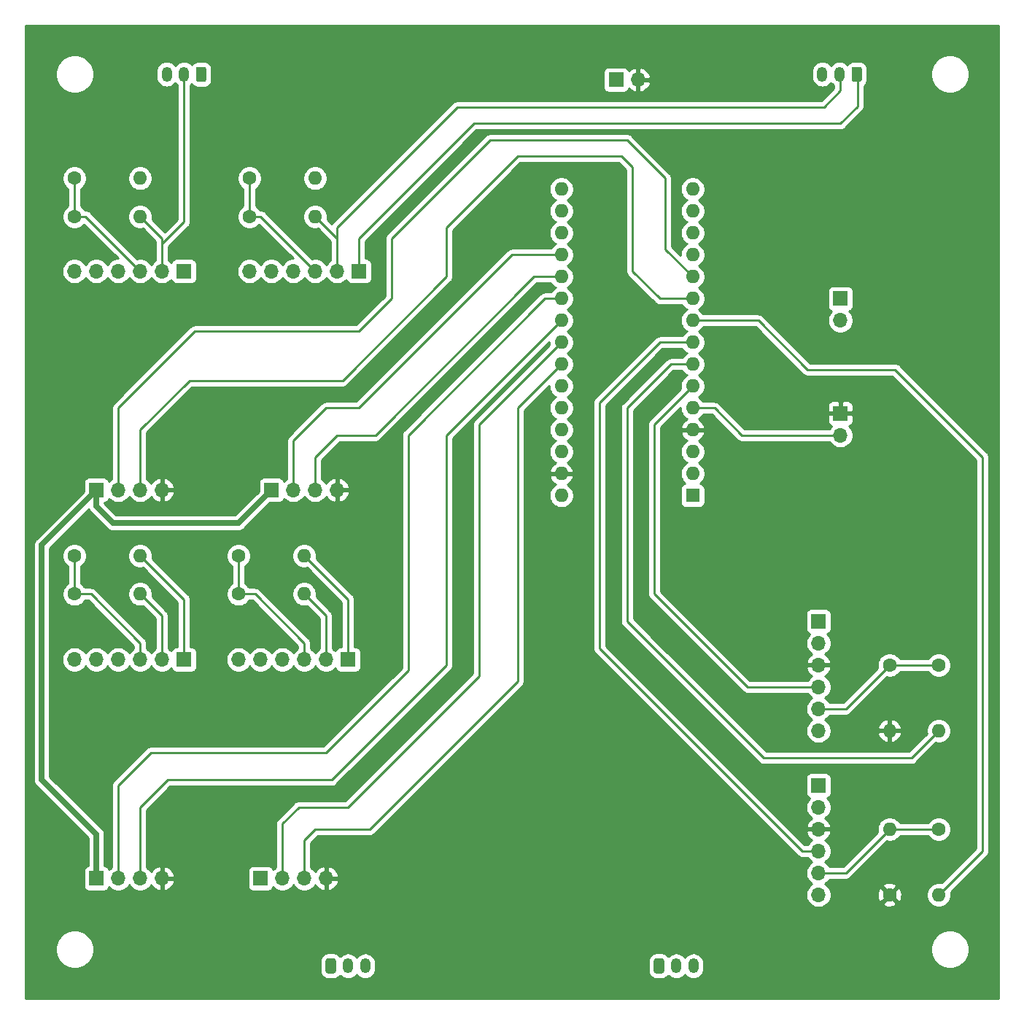
<source format=gtl>
G04 #@! TF.GenerationSoftware,KiCad,Pcbnew,(5.1.9)-1*
G04 #@! TF.CreationDate,2022-03-02T13:11:58-06:00*
G04 #@! TF.ProjectId,V2_load_cell,56325f6c-6f61-4645-9f63-656c6c2e6b69,rev?*
G04 #@! TF.SameCoordinates,Original*
G04 #@! TF.FileFunction,Copper,L1,Top*
G04 #@! TF.FilePolarity,Positive*
%FSLAX46Y46*%
G04 Gerber Fmt 4.6, Leading zero omitted, Abs format (unit mm)*
G04 Created by KiCad (PCBNEW (5.1.9)-1) date 2022-03-02 13:11:58*
%MOMM*%
%LPD*%
G01*
G04 APERTURE LIST*
G04 #@! TA.AperFunction,ComponentPad*
%ADD10O,1.600000X1.600000*%
G04 #@! TD*
G04 #@! TA.AperFunction,ComponentPad*
%ADD11R,1.600000X1.600000*%
G04 #@! TD*
G04 #@! TA.AperFunction,ComponentPad*
%ADD12O,1.200000X1.750000*%
G04 #@! TD*
G04 #@! TA.AperFunction,ComponentPad*
%ADD13O,1.700000X1.700000*%
G04 #@! TD*
G04 #@! TA.AperFunction,ComponentPad*
%ADD14R,1.700000X1.700000*%
G04 #@! TD*
G04 #@! TA.AperFunction,ComponentPad*
%ADD15C,1.600000*%
G04 #@! TD*
G04 #@! TA.AperFunction,Conductor*
%ADD16C,0.250000*%
G04 #@! TD*
G04 #@! TA.AperFunction,Conductor*
%ADD17C,0.635000*%
G04 #@! TD*
G04 #@! TA.AperFunction,Conductor*
%ADD18C,0.254000*%
G04 #@! TD*
G04 #@! TA.AperFunction,Conductor*
%ADD19C,0.100000*%
G04 #@! TD*
G04 APERTURE END LIST*
D10*
X74930000Y-31750000D03*
X90170000Y-31750000D03*
X74930000Y-67310000D03*
X90170000Y-34290000D03*
X74930000Y-64770000D03*
X90170000Y-36830000D03*
X74930000Y-62230000D03*
X90170000Y-39370000D03*
X74930000Y-59690000D03*
X90170000Y-41910000D03*
X74930000Y-57150000D03*
X90170000Y-44450000D03*
X74930000Y-54610000D03*
X90170000Y-46990000D03*
X74930000Y-52070000D03*
X90170000Y-49530000D03*
X74930000Y-49530000D03*
X90170000Y-52070000D03*
X74930000Y-46990000D03*
X90170000Y-54610000D03*
X74930000Y-44450000D03*
X90170000Y-57150000D03*
X74930000Y-41910000D03*
X90170000Y-59690000D03*
X74930000Y-39370000D03*
X90170000Y-62230000D03*
X74930000Y-36830000D03*
X90170000Y-64770000D03*
X74930000Y-34290000D03*
D11*
X90170000Y-67310000D03*
G04 #@! TA.AperFunction,ComponentPad*
G36*
G01*
X47565000Y-122545001D02*
X47565000Y-121294999D01*
G75*
G02*
X47814999Y-121045000I249999J0D01*
G01*
X48515001Y-121045000D01*
G75*
G02*
X48765000Y-121294999I0J-249999D01*
G01*
X48765000Y-122545001D01*
G75*
G02*
X48515001Y-122795000I-249999J0D01*
G01*
X47814999Y-122795000D01*
G75*
G02*
X47565000Y-122545001I0J249999D01*
G01*
G37*
G04 #@! TD.AperFunction*
D12*
X50165000Y-121920000D03*
X52165000Y-121920000D03*
G04 #@! TA.AperFunction,ComponentPad*
G36*
G01*
X85665000Y-122545001D02*
X85665000Y-121294999D01*
G75*
G02*
X85914999Y-121045000I249999J0D01*
G01*
X86615001Y-121045000D01*
G75*
G02*
X86865000Y-121294999I0J-249999D01*
G01*
X86865000Y-122545001D01*
G75*
G02*
X86615001Y-122795000I-249999J0D01*
G01*
X85914999Y-122795000D01*
G75*
G02*
X85665000Y-122545001I0J249999D01*
G01*
G37*
G04 #@! TD.AperFunction*
X88265000Y-121920000D03*
X90265000Y-121920000D03*
G04 #@! TA.AperFunction,ComponentPad*
G36*
G01*
X109820000Y-17789999D02*
X109820000Y-19040001D01*
G75*
G02*
X109570001Y-19290000I-249999J0D01*
G01*
X108869999Y-19290000D01*
G75*
G02*
X108620000Y-19040001I0J249999D01*
G01*
X108620000Y-17789999D01*
G75*
G02*
X108869999Y-17540000I249999J0D01*
G01*
X109570001Y-17540000D01*
G75*
G02*
X109820000Y-17789999I0J-249999D01*
G01*
G37*
G04 #@! TD.AperFunction*
X107220000Y-18415000D03*
X105220000Y-18415000D03*
G04 #@! TA.AperFunction,ComponentPad*
G36*
G01*
X33715000Y-17789999D02*
X33715000Y-19040001D01*
G75*
G02*
X33465001Y-19290000I-249999J0D01*
G01*
X32764999Y-19290000D01*
G75*
G02*
X32515000Y-19040001I0J249999D01*
G01*
X32515000Y-17789999D01*
G75*
G02*
X32764999Y-17540000I249999J0D01*
G01*
X33465001Y-17540000D01*
G75*
G02*
X33715000Y-17789999I0J-249999D01*
G01*
G37*
G04 #@! TD.AperFunction*
X31115000Y-18415000D03*
X29115000Y-18415000D03*
D13*
X107315000Y-46990000D03*
D14*
X107315000Y-44450000D03*
D13*
X107315000Y-60325000D03*
D14*
X107315000Y-57785000D03*
X50165000Y-86360000D03*
D13*
X47625000Y-86360000D03*
X45085000Y-86360000D03*
X42545000Y-86360000D03*
X40005000Y-86360000D03*
X37465000Y-86360000D03*
D15*
X113030000Y-113665000D03*
D10*
X113030000Y-106045000D03*
D15*
X113030000Y-86995000D03*
D10*
X113030000Y-94615000D03*
D15*
X118745000Y-106045000D03*
D10*
X118745000Y-113665000D03*
D15*
X118745000Y-86995000D03*
D10*
X118745000Y-94615000D03*
D14*
X81280000Y-19050000D03*
D13*
X83820000Y-19050000D03*
X104775000Y-94615000D03*
X104775000Y-92075000D03*
X104775000Y-89535000D03*
X104775000Y-86995000D03*
X104775000Y-84455000D03*
D14*
X104775000Y-81915000D03*
X104775000Y-100965000D03*
D13*
X104775000Y-103505000D03*
X104775000Y-106045000D03*
X104775000Y-108585000D03*
X104775000Y-111125000D03*
X104775000Y-113665000D03*
X18415000Y-41275000D03*
X20955000Y-41275000D03*
X23495000Y-41275000D03*
X26035000Y-41275000D03*
X28575000Y-41275000D03*
D14*
X31115000Y-41275000D03*
D13*
X28575000Y-66675000D03*
X26035000Y-66675000D03*
X23495000Y-66675000D03*
D14*
X20955000Y-66675000D03*
X51435000Y-41275000D03*
D13*
X48895000Y-41275000D03*
X46355000Y-41275000D03*
X43815000Y-41275000D03*
X41275000Y-41275000D03*
X38735000Y-41275000D03*
D14*
X41275000Y-66675000D03*
D13*
X43815000Y-66675000D03*
X46355000Y-66675000D03*
X48895000Y-66675000D03*
X18415000Y-86360000D03*
X20955000Y-86360000D03*
X23495000Y-86360000D03*
X26035000Y-86360000D03*
X28575000Y-86360000D03*
D14*
X31115000Y-86360000D03*
X20955000Y-111760000D03*
D13*
X23495000Y-111760000D03*
X26035000Y-111760000D03*
X28575000Y-111760000D03*
X47625000Y-111760000D03*
X45085000Y-111760000D03*
X42545000Y-111760000D03*
D14*
X40005000Y-111760000D03*
D15*
X18415000Y-34925000D03*
D10*
X26035000Y-34925000D03*
X26035000Y-30480000D03*
D15*
X18415000Y-30480000D03*
D10*
X46355000Y-34925000D03*
D15*
X38735000Y-34925000D03*
X38735000Y-30480000D03*
D10*
X46355000Y-30480000D03*
D15*
X18415000Y-78740000D03*
D10*
X26035000Y-78740000D03*
X26035000Y-74295000D03*
D15*
X18415000Y-74295000D03*
D10*
X45085000Y-78740000D03*
D15*
X37465000Y-78740000D03*
X37465000Y-74295000D03*
D10*
X45085000Y-74295000D03*
D16*
X47625000Y-111760000D02*
X47625000Y-114300000D01*
X47625000Y-114300000D02*
X46355000Y-115570000D01*
X46355000Y-115570000D02*
X29845000Y-115570000D01*
X28575000Y-114300000D02*
X28575000Y-111760000D01*
X29845000Y-115570000D02*
X28575000Y-114300000D01*
D17*
X20955000Y-66675000D02*
X20955000Y-68580000D01*
X20955000Y-68580000D02*
X22860000Y-70485000D01*
X37465000Y-70485000D02*
X41275000Y-66675000D01*
X22860000Y-70485000D02*
X37465000Y-70485000D01*
X20955000Y-111760000D02*
X20955000Y-106680000D01*
X20955000Y-106680000D02*
X14605000Y-100330000D01*
X14605000Y-73025000D02*
X20955000Y-66675000D01*
X14605000Y-100330000D02*
X14605000Y-73025000D01*
D16*
X26035000Y-59690000D02*
X26035000Y-66675000D01*
X49530000Y-53975000D02*
X31750000Y-53975000D01*
X31750000Y-53975000D02*
X26035000Y-59690000D01*
X61595000Y-41910000D02*
X49530000Y-53975000D01*
X69850000Y-27940000D02*
X61595000Y-36195000D01*
X61595000Y-36195000D02*
X61595000Y-41910000D01*
X81915000Y-27940000D02*
X69850000Y-27940000D01*
X83185000Y-29210000D02*
X81915000Y-27940000D01*
X83185000Y-41275000D02*
X83185000Y-29210000D01*
X86360000Y-44450000D02*
X83185000Y-41275000D01*
X90170000Y-44450000D02*
X86360000Y-44450000D01*
X86995000Y-38735000D02*
X90170000Y-41910000D01*
X66675000Y-26035000D02*
X82550000Y-26035000D01*
X55245000Y-37465000D02*
X66675000Y-26035000D01*
X55245000Y-44450000D02*
X55245000Y-37465000D01*
X82550000Y-26035000D02*
X86995000Y-30480000D01*
X51435000Y-48260000D02*
X55245000Y-44450000D01*
X86995000Y-30480000D02*
X86995000Y-35560000D01*
X32385000Y-48260000D02*
X51435000Y-48260000D01*
X23495000Y-57150000D02*
X32385000Y-48260000D01*
X23495000Y-66675000D02*
X23495000Y-57150000D01*
X86995000Y-35560000D02*
X86995000Y-38735000D01*
X86995000Y-34925000D02*
X86995000Y-35560000D01*
X43815000Y-60960000D02*
X43815000Y-66675000D01*
X47625000Y-57150000D02*
X43815000Y-60960000D01*
X51435000Y-57150000D02*
X47625000Y-57150000D01*
X69215000Y-39370000D02*
X51435000Y-57150000D01*
X74930000Y-39370000D02*
X69215000Y-39370000D01*
X48895000Y-60325000D02*
X46355000Y-62865000D01*
X46355000Y-62865000D02*
X46355000Y-66675000D01*
X48895000Y-60325000D02*
X53340000Y-60325000D01*
X71755000Y-41910000D02*
X74930000Y-41910000D01*
X53340000Y-60325000D02*
X71755000Y-41910000D01*
X61595000Y-60325000D02*
X74930000Y-46990000D01*
X61595000Y-86995000D02*
X61595000Y-60325000D01*
X48260000Y-100330000D02*
X61595000Y-86995000D01*
X29210000Y-100330000D02*
X48260000Y-100330000D01*
X26035000Y-103505000D02*
X29210000Y-100330000D01*
X26035000Y-111760000D02*
X26035000Y-103505000D01*
X47625000Y-97155000D02*
X57150000Y-87630000D01*
X23495000Y-111760000D02*
X23495000Y-100965000D01*
X27305000Y-97155000D02*
X47625000Y-97155000D01*
X23495000Y-100965000D02*
X27305000Y-97155000D01*
X74930000Y-44450000D02*
X73025000Y-44450000D01*
X73025000Y-44450000D02*
X57150000Y-60325000D01*
X57150000Y-60325000D02*
X57150000Y-63500000D01*
X57150000Y-63500000D02*
X57150000Y-62865000D01*
X57150000Y-87630000D02*
X57150000Y-63500000D01*
X69850000Y-88900000D02*
X52705000Y-106045000D01*
X52705000Y-106045000D02*
X46355000Y-106045000D01*
X46355000Y-106045000D02*
X45085000Y-107315000D01*
X45085000Y-111760000D02*
X45085000Y-107315000D01*
X69850000Y-57150000D02*
X69850000Y-65405000D01*
X74930000Y-52070000D02*
X69850000Y-57150000D01*
X69850000Y-65405000D02*
X69850000Y-88900000D01*
X69850000Y-64770000D02*
X69850000Y-65405000D01*
X65405000Y-59055000D02*
X74930000Y-49530000D01*
X65405000Y-88265000D02*
X65405000Y-59055000D01*
X50165000Y-103505000D02*
X65405000Y-88265000D01*
X44450000Y-103505000D02*
X50165000Y-103505000D01*
X42545000Y-105410000D02*
X44450000Y-103505000D01*
X42545000Y-111760000D02*
X42545000Y-105410000D01*
X26035000Y-34925000D02*
X28575000Y-37465000D01*
X28575000Y-38735000D02*
X28575000Y-41275000D01*
X28575000Y-37465000D02*
X28575000Y-38735000D01*
X28575000Y-38735000D02*
X28575000Y-38100000D01*
X31115000Y-35560000D02*
X31115000Y-18415000D01*
X28575000Y-38100000D02*
X31115000Y-35560000D01*
X23495000Y-41275000D02*
X23495000Y-40640000D01*
X48895000Y-37465000D02*
X46355000Y-34925000D01*
X48895000Y-41275000D02*
X48895000Y-37465000D01*
X105410000Y-22225000D02*
X107315000Y-20320000D01*
X62865000Y-22225000D02*
X105410000Y-22225000D01*
X107315000Y-20320000D02*
X107315000Y-18415000D01*
X48895000Y-37465000D02*
X48895000Y-36195000D01*
X48895000Y-36195000D02*
X62865000Y-22225000D01*
X51435000Y-37465000D02*
X51435000Y-41275000D01*
X64770000Y-24130000D02*
X51435000Y-37465000D01*
X107315000Y-24130000D02*
X64770000Y-24130000D01*
X109315000Y-22130000D02*
X107315000Y-24130000D01*
X109315000Y-18415000D02*
X109315000Y-22130000D01*
X31115000Y-79375000D02*
X31115000Y-86360000D01*
X26035000Y-74295000D02*
X31115000Y-79375000D01*
X26035000Y-78740000D02*
X28575000Y-81280000D01*
X28575000Y-81280000D02*
X28575000Y-86360000D01*
X45085000Y-78740000D02*
X47625000Y-81280000D01*
X47625000Y-81280000D02*
X47625000Y-86360000D01*
X45085000Y-74295000D02*
X50165000Y-79375000D01*
X50165000Y-79375000D02*
X50165000Y-86360000D01*
X18415000Y-30480000D02*
X18415000Y-34925000D01*
X19685000Y-34925000D02*
X26035000Y-41275000D01*
X18415000Y-34925000D02*
X19685000Y-34925000D01*
X38735000Y-30480000D02*
X38735000Y-34925000D01*
X38735000Y-34925000D02*
X40005000Y-34925000D01*
X40005000Y-34925000D02*
X46355000Y-41275000D01*
X18415000Y-74295000D02*
X18415000Y-78740000D01*
X26035000Y-84455000D02*
X26035000Y-86360000D01*
X20320000Y-78740000D02*
X26035000Y-84455000D01*
X18415000Y-78740000D02*
X20320000Y-78740000D01*
X37465000Y-74295000D02*
X37465000Y-78740000D01*
X37465000Y-78740000D02*
X39370000Y-78740000D01*
X39370000Y-78740000D02*
X45085000Y-84455000D01*
X45085000Y-84455000D02*
X45085000Y-86360000D01*
X102870000Y-108585000D02*
X79375000Y-85090000D01*
X104775000Y-108585000D02*
X102870000Y-108585000D01*
X79375000Y-85090000D02*
X79375000Y-56515000D01*
X86360000Y-49530000D02*
X90170000Y-49530000D01*
X79375000Y-56515000D02*
X86360000Y-49530000D01*
X104775000Y-89535000D02*
X96520000Y-89535000D01*
X85725000Y-78740000D02*
X87630000Y-80645000D01*
X87630000Y-80645000D02*
X86995000Y-80010000D01*
X96520000Y-89535000D02*
X87630000Y-80645000D01*
X90170000Y-54610000D02*
X85725000Y-59055000D01*
X85725000Y-59055000D02*
X85725000Y-78740000D01*
X118745000Y-94615000D02*
X115570000Y-97790000D01*
X115570000Y-97790000D02*
X98425000Y-97790000D01*
X85090000Y-84455000D02*
X84455000Y-83820000D01*
X98425000Y-97790000D02*
X85090000Y-84455000D01*
X90170000Y-52070000D02*
X87630000Y-52070000D01*
X87630000Y-52070000D02*
X82550000Y-57150000D01*
X82550000Y-81915000D02*
X85090000Y-84455000D01*
X82550000Y-57150000D02*
X82550000Y-81915000D01*
X123825000Y-108585000D02*
X118745000Y-113665000D01*
X113665000Y-52705000D02*
X123825000Y-62865000D01*
X103505000Y-52705000D02*
X113665000Y-52705000D01*
X97790000Y-46990000D02*
X103505000Y-52705000D01*
X123825000Y-62865000D02*
X123825000Y-108585000D01*
X90170000Y-46990000D02*
X97790000Y-46990000D01*
X90170000Y-57150000D02*
X92710000Y-57150000D01*
X95885000Y-60325000D02*
X107315000Y-60325000D01*
X92710000Y-57150000D02*
X95885000Y-60325000D01*
X113030000Y-86995000D02*
X118745000Y-86995000D01*
X107950000Y-92075000D02*
X113030000Y-86995000D01*
X104775000Y-92075000D02*
X107950000Y-92075000D01*
X118745000Y-106045000D02*
X113030000Y-106045000D01*
X107950000Y-111125000D02*
X113030000Y-106045000D01*
X104775000Y-111125000D02*
X107950000Y-111125000D01*
D18*
X125705000Y-125705000D02*
X12725000Y-125705000D01*
X12725000Y-119794872D01*
X16180000Y-119794872D01*
X16180000Y-120235128D01*
X16265890Y-120666925D01*
X16434369Y-121073669D01*
X16678962Y-121439729D01*
X16990271Y-121751038D01*
X17356331Y-121995631D01*
X17763075Y-122164110D01*
X18194872Y-122250000D01*
X18635128Y-122250000D01*
X19066925Y-122164110D01*
X19473669Y-121995631D01*
X19839729Y-121751038D01*
X20151038Y-121439729D01*
X20247743Y-121294999D01*
X46926928Y-121294999D01*
X46926928Y-122545001D01*
X46943992Y-122718255D01*
X46994528Y-122884851D01*
X47076595Y-123038387D01*
X47187038Y-123172962D01*
X47321613Y-123283405D01*
X47475149Y-123365472D01*
X47641745Y-123416008D01*
X47814999Y-123433072D01*
X48515001Y-123433072D01*
X48688255Y-123416008D01*
X48854851Y-123365472D01*
X49008387Y-123283405D01*
X49142962Y-123172962D01*
X49253405Y-123038387D01*
X49255810Y-123033888D01*
X49287499Y-123072502D01*
X49475552Y-123226833D01*
X49690100Y-123341511D01*
X49922899Y-123412130D01*
X50165000Y-123435975D01*
X50407102Y-123412130D01*
X50639901Y-123341511D01*
X50854449Y-123226833D01*
X51042502Y-123072502D01*
X51165000Y-122923237D01*
X51287499Y-123072502D01*
X51475552Y-123226833D01*
X51690100Y-123341511D01*
X51922899Y-123412130D01*
X52165000Y-123435975D01*
X52407102Y-123412130D01*
X52639901Y-123341511D01*
X52854449Y-123226833D01*
X53042502Y-123072502D01*
X53196833Y-122884449D01*
X53311511Y-122669900D01*
X53382130Y-122437101D01*
X53400000Y-122255664D01*
X53400000Y-121584335D01*
X53382130Y-121402898D01*
X53349400Y-121294999D01*
X85026928Y-121294999D01*
X85026928Y-122545001D01*
X85043992Y-122718255D01*
X85094528Y-122884851D01*
X85176595Y-123038387D01*
X85287038Y-123172962D01*
X85421613Y-123283405D01*
X85575149Y-123365472D01*
X85741745Y-123416008D01*
X85914999Y-123433072D01*
X86615001Y-123433072D01*
X86788255Y-123416008D01*
X86954851Y-123365472D01*
X87108387Y-123283405D01*
X87242962Y-123172962D01*
X87353405Y-123038387D01*
X87355810Y-123033888D01*
X87387499Y-123072502D01*
X87575552Y-123226833D01*
X87790100Y-123341511D01*
X88022899Y-123412130D01*
X88265000Y-123435975D01*
X88507102Y-123412130D01*
X88739901Y-123341511D01*
X88954449Y-123226833D01*
X89142502Y-123072502D01*
X89265000Y-122923237D01*
X89387499Y-123072502D01*
X89575552Y-123226833D01*
X89790100Y-123341511D01*
X90022899Y-123412130D01*
X90265000Y-123435975D01*
X90507102Y-123412130D01*
X90739901Y-123341511D01*
X90954449Y-123226833D01*
X91142502Y-123072502D01*
X91296833Y-122884449D01*
X91411511Y-122669900D01*
X91482130Y-122437101D01*
X91500000Y-122255664D01*
X91500000Y-121584335D01*
X91482130Y-121402898D01*
X91411511Y-121170099D01*
X91296833Y-120955551D01*
X91142502Y-120767498D01*
X90954448Y-120613167D01*
X90739900Y-120498489D01*
X90507101Y-120427870D01*
X90265000Y-120404025D01*
X90022898Y-120427870D01*
X89790099Y-120498489D01*
X89575551Y-120613167D01*
X89387498Y-120767498D01*
X89265000Y-120916763D01*
X89142502Y-120767498D01*
X88954448Y-120613167D01*
X88739900Y-120498489D01*
X88507101Y-120427870D01*
X88265000Y-120404025D01*
X88022898Y-120427870D01*
X87790099Y-120498489D01*
X87575551Y-120613167D01*
X87387498Y-120767498D01*
X87355809Y-120806111D01*
X87353405Y-120801613D01*
X87242962Y-120667038D01*
X87108387Y-120556595D01*
X86954851Y-120474528D01*
X86788255Y-120423992D01*
X86615001Y-120406928D01*
X85914999Y-120406928D01*
X85741745Y-120423992D01*
X85575149Y-120474528D01*
X85421613Y-120556595D01*
X85287038Y-120667038D01*
X85176595Y-120801613D01*
X85094528Y-120955149D01*
X85043992Y-121121745D01*
X85026928Y-121294999D01*
X53349400Y-121294999D01*
X53311511Y-121170099D01*
X53196833Y-120955551D01*
X53042502Y-120767498D01*
X52854448Y-120613167D01*
X52639900Y-120498489D01*
X52407101Y-120427870D01*
X52165000Y-120404025D01*
X51922898Y-120427870D01*
X51690099Y-120498489D01*
X51475551Y-120613167D01*
X51287498Y-120767498D01*
X51165000Y-120916763D01*
X51042502Y-120767498D01*
X50854448Y-120613167D01*
X50639900Y-120498489D01*
X50407101Y-120427870D01*
X50165000Y-120404025D01*
X49922898Y-120427870D01*
X49690099Y-120498489D01*
X49475551Y-120613167D01*
X49287498Y-120767498D01*
X49255809Y-120806111D01*
X49253405Y-120801613D01*
X49142962Y-120667038D01*
X49008387Y-120556595D01*
X48854851Y-120474528D01*
X48688255Y-120423992D01*
X48515001Y-120406928D01*
X47814999Y-120406928D01*
X47641745Y-120423992D01*
X47475149Y-120474528D01*
X47321613Y-120556595D01*
X47187038Y-120667038D01*
X47076595Y-120801613D01*
X46994528Y-120955149D01*
X46943992Y-121121745D01*
X46926928Y-121294999D01*
X20247743Y-121294999D01*
X20395631Y-121073669D01*
X20564110Y-120666925D01*
X20650000Y-120235128D01*
X20650000Y-119794872D01*
X117780000Y-119794872D01*
X117780000Y-120235128D01*
X117865890Y-120666925D01*
X118034369Y-121073669D01*
X118278962Y-121439729D01*
X118590271Y-121751038D01*
X118956331Y-121995631D01*
X119363075Y-122164110D01*
X119794872Y-122250000D01*
X120235128Y-122250000D01*
X120666925Y-122164110D01*
X121073669Y-121995631D01*
X121439729Y-121751038D01*
X121751038Y-121439729D01*
X121995631Y-121073669D01*
X122164110Y-120666925D01*
X122250000Y-120235128D01*
X122250000Y-119794872D01*
X122164110Y-119363075D01*
X121995631Y-118956331D01*
X121751038Y-118590271D01*
X121439729Y-118278962D01*
X121073669Y-118034369D01*
X120666925Y-117865890D01*
X120235128Y-117780000D01*
X119794872Y-117780000D01*
X119363075Y-117865890D01*
X118956331Y-118034369D01*
X118590271Y-118278962D01*
X118278962Y-118590271D01*
X118034369Y-118956331D01*
X117865890Y-119363075D01*
X117780000Y-119794872D01*
X20650000Y-119794872D01*
X20564110Y-119363075D01*
X20395631Y-118956331D01*
X20151038Y-118590271D01*
X19839729Y-118278962D01*
X19473669Y-118034369D01*
X19066925Y-117865890D01*
X18635128Y-117780000D01*
X18194872Y-117780000D01*
X17763075Y-117865890D01*
X17356331Y-118034369D01*
X16990271Y-118278962D01*
X16678962Y-118590271D01*
X16434369Y-118956331D01*
X16265890Y-119363075D01*
X16180000Y-119794872D01*
X12725000Y-119794872D01*
X12725000Y-73025000D01*
X13647892Y-73025000D01*
X13652501Y-73071795D01*
X13652500Y-100283215D01*
X13647892Y-100330000D01*
X13652500Y-100376784D01*
X13666283Y-100516722D01*
X13720748Y-100696268D01*
X13809194Y-100861741D01*
X13928222Y-101006778D01*
X13964569Y-101036607D01*
X20002501Y-107074540D01*
X20002500Y-110282023D01*
X19980518Y-110284188D01*
X19860820Y-110320498D01*
X19750506Y-110379463D01*
X19653815Y-110458815D01*
X19574463Y-110555506D01*
X19515498Y-110665820D01*
X19479188Y-110785518D01*
X19466928Y-110910000D01*
X19466928Y-112610000D01*
X19479188Y-112734482D01*
X19515498Y-112854180D01*
X19574463Y-112964494D01*
X19653815Y-113061185D01*
X19750506Y-113140537D01*
X19860820Y-113199502D01*
X19980518Y-113235812D01*
X20105000Y-113248072D01*
X21805000Y-113248072D01*
X21929482Y-113235812D01*
X22049180Y-113199502D01*
X22159494Y-113140537D01*
X22256185Y-113061185D01*
X22335537Y-112964494D01*
X22394502Y-112854180D01*
X22416513Y-112781620D01*
X22548368Y-112913475D01*
X22791589Y-113075990D01*
X23061842Y-113187932D01*
X23348740Y-113245000D01*
X23641260Y-113245000D01*
X23928158Y-113187932D01*
X24198411Y-113075990D01*
X24441632Y-112913475D01*
X24648475Y-112706632D01*
X24765000Y-112532240D01*
X24881525Y-112706632D01*
X25088368Y-112913475D01*
X25331589Y-113075990D01*
X25601842Y-113187932D01*
X25888740Y-113245000D01*
X26181260Y-113245000D01*
X26468158Y-113187932D01*
X26738411Y-113075990D01*
X26981632Y-112913475D01*
X27188475Y-112706632D01*
X27310195Y-112524466D01*
X27379822Y-112641355D01*
X27574731Y-112857588D01*
X27808080Y-113031641D01*
X28070901Y-113156825D01*
X28218110Y-113201476D01*
X28448000Y-113080155D01*
X28448000Y-111887000D01*
X28702000Y-111887000D01*
X28702000Y-113080155D01*
X28931890Y-113201476D01*
X29079099Y-113156825D01*
X29341920Y-113031641D01*
X29575269Y-112857588D01*
X29770178Y-112641355D01*
X29919157Y-112391252D01*
X30016481Y-112116891D01*
X29895814Y-111887000D01*
X28702000Y-111887000D01*
X28448000Y-111887000D01*
X28428000Y-111887000D01*
X28428000Y-111633000D01*
X28448000Y-111633000D01*
X28448000Y-110439845D01*
X28702000Y-110439845D01*
X28702000Y-111633000D01*
X29895814Y-111633000D01*
X30016481Y-111403109D01*
X29919157Y-111128748D01*
X29770178Y-110878645D01*
X29575269Y-110662412D01*
X29341920Y-110488359D01*
X29079099Y-110363175D01*
X28931890Y-110318524D01*
X28702000Y-110439845D01*
X28448000Y-110439845D01*
X28218110Y-110318524D01*
X28070901Y-110363175D01*
X27808080Y-110488359D01*
X27574731Y-110662412D01*
X27379822Y-110878645D01*
X27310195Y-110995534D01*
X27188475Y-110813368D01*
X26981632Y-110606525D01*
X26795000Y-110481822D01*
X26795000Y-103819801D01*
X29524802Y-101090000D01*
X48222678Y-101090000D01*
X48260000Y-101093676D01*
X48297322Y-101090000D01*
X48297333Y-101090000D01*
X48408986Y-101079003D01*
X48552247Y-101035546D01*
X48684276Y-100964974D01*
X48800001Y-100870001D01*
X48823804Y-100840997D01*
X62106004Y-87558798D01*
X62135001Y-87535001D01*
X62229974Y-87419276D01*
X62300546Y-87287247D01*
X62344003Y-87143986D01*
X62355000Y-87032333D01*
X62355000Y-87032323D01*
X62358676Y-86995000D01*
X62355000Y-86957677D01*
X62355000Y-60639801D01*
X73495000Y-49499802D01*
X73495000Y-49671335D01*
X73531312Y-49853886D01*
X64893998Y-58491201D01*
X64865000Y-58514999D01*
X64841202Y-58543997D01*
X64841201Y-58543998D01*
X64770026Y-58630724D01*
X64699454Y-58762754D01*
X64676023Y-58840000D01*
X64655998Y-58906014D01*
X64651412Y-58952580D01*
X64641324Y-59055000D01*
X64645001Y-59092333D01*
X64645000Y-87950198D01*
X49850199Y-102745000D01*
X44487323Y-102745000D01*
X44450000Y-102741324D01*
X44412677Y-102745000D01*
X44412667Y-102745000D01*
X44301014Y-102755997D01*
X44157753Y-102799454D01*
X44025724Y-102870026D01*
X43909999Y-102964999D01*
X43886201Y-102993997D01*
X42033998Y-104846201D01*
X42005000Y-104869999D01*
X41981202Y-104898997D01*
X41981201Y-104898998D01*
X41910026Y-104985724D01*
X41839454Y-105117754D01*
X41809180Y-105217558D01*
X41795998Y-105261014D01*
X41792552Y-105295998D01*
X41781324Y-105410000D01*
X41785001Y-105447332D01*
X41785000Y-110481821D01*
X41598368Y-110606525D01*
X41466513Y-110738380D01*
X41444502Y-110665820D01*
X41385537Y-110555506D01*
X41306185Y-110458815D01*
X41209494Y-110379463D01*
X41099180Y-110320498D01*
X40979482Y-110284188D01*
X40855000Y-110271928D01*
X39155000Y-110271928D01*
X39030518Y-110284188D01*
X38910820Y-110320498D01*
X38800506Y-110379463D01*
X38703815Y-110458815D01*
X38624463Y-110555506D01*
X38565498Y-110665820D01*
X38529188Y-110785518D01*
X38516928Y-110910000D01*
X38516928Y-112610000D01*
X38529188Y-112734482D01*
X38565498Y-112854180D01*
X38624463Y-112964494D01*
X38703815Y-113061185D01*
X38800506Y-113140537D01*
X38910820Y-113199502D01*
X39030518Y-113235812D01*
X39155000Y-113248072D01*
X40855000Y-113248072D01*
X40979482Y-113235812D01*
X41099180Y-113199502D01*
X41209494Y-113140537D01*
X41306185Y-113061185D01*
X41385537Y-112964494D01*
X41444502Y-112854180D01*
X41466513Y-112781620D01*
X41598368Y-112913475D01*
X41841589Y-113075990D01*
X42111842Y-113187932D01*
X42398740Y-113245000D01*
X42691260Y-113245000D01*
X42978158Y-113187932D01*
X43248411Y-113075990D01*
X43491632Y-112913475D01*
X43698475Y-112706632D01*
X43815000Y-112532240D01*
X43931525Y-112706632D01*
X44138368Y-112913475D01*
X44381589Y-113075990D01*
X44651842Y-113187932D01*
X44938740Y-113245000D01*
X45231260Y-113245000D01*
X45518158Y-113187932D01*
X45788411Y-113075990D01*
X46031632Y-112913475D01*
X46238475Y-112706632D01*
X46360195Y-112524466D01*
X46429822Y-112641355D01*
X46624731Y-112857588D01*
X46858080Y-113031641D01*
X47120901Y-113156825D01*
X47268110Y-113201476D01*
X47498000Y-113080155D01*
X47498000Y-111887000D01*
X47752000Y-111887000D01*
X47752000Y-113080155D01*
X47981890Y-113201476D01*
X48129099Y-113156825D01*
X48391920Y-113031641D01*
X48625269Y-112857588D01*
X48820178Y-112641355D01*
X48969157Y-112391252D01*
X49066481Y-112116891D01*
X48945814Y-111887000D01*
X47752000Y-111887000D01*
X47498000Y-111887000D01*
X47478000Y-111887000D01*
X47478000Y-111633000D01*
X47498000Y-111633000D01*
X47498000Y-110439845D01*
X47752000Y-110439845D01*
X47752000Y-111633000D01*
X48945814Y-111633000D01*
X49066481Y-111403109D01*
X48969157Y-111128748D01*
X48820178Y-110878645D01*
X48625269Y-110662412D01*
X48391920Y-110488359D01*
X48129099Y-110363175D01*
X47981890Y-110318524D01*
X47752000Y-110439845D01*
X47498000Y-110439845D01*
X47268110Y-110318524D01*
X47120901Y-110363175D01*
X46858080Y-110488359D01*
X46624731Y-110662412D01*
X46429822Y-110878645D01*
X46360195Y-110995534D01*
X46238475Y-110813368D01*
X46031632Y-110606525D01*
X45845000Y-110481822D01*
X45845000Y-107629801D01*
X46669802Y-106805000D01*
X52667678Y-106805000D01*
X52705000Y-106808676D01*
X52742322Y-106805000D01*
X52742333Y-106805000D01*
X52853986Y-106794003D01*
X52997247Y-106750546D01*
X53129276Y-106679974D01*
X53245001Y-106585001D01*
X53268804Y-106555997D01*
X70361003Y-89463799D01*
X70390001Y-89440001D01*
X70484974Y-89324276D01*
X70555546Y-89192247D01*
X70599003Y-89048986D01*
X70610000Y-88937333D01*
X70613677Y-88900000D01*
X70610000Y-88862667D01*
X70610000Y-67168665D01*
X73495000Y-67168665D01*
X73495000Y-67451335D01*
X73550147Y-67728574D01*
X73658320Y-67989727D01*
X73815363Y-68224759D01*
X74015241Y-68424637D01*
X74250273Y-68581680D01*
X74511426Y-68689853D01*
X74788665Y-68745000D01*
X75071335Y-68745000D01*
X75348574Y-68689853D01*
X75609727Y-68581680D01*
X75844759Y-68424637D01*
X76044637Y-68224759D01*
X76201680Y-67989727D01*
X76309853Y-67728574D01*
X76365000Y-67451335D01*
X76365000Y-67168665D01*
X76309853Y-66891426D01*
X76201680Y-66630273D01*
X76044637Y-66395241D01*
X75844759Y-66195363D01*
X75609727Y-66038320D01*
X75599135Y-66033933D01*
X75785131Y-65922385D01*
X75993519Y-65733414D01*
X76161037Y-65507420D01*
X76281246Y-65253087D01*
X76321904Y-65119039D01*
X76199915Y-64897000D01*
X75057000Y-64897000D01*
X75057000Y-64917000D01*
X74803000Y-64917000D01*
X74803000Y-64897000D01*
X73660085Y-64897000D01*
X73538096Y-65119039D01*
X73578754Y-65253087D01*
X73698963Y-65507420D01*
X73866481Y-65733414D01*
X74074869Y-65922385D01*
X74260865Y-66033933D01*
X74250273Y-66038320D01*
X74015241Y-66195363D01*
X73815363Y-66395241D01*
X73658320Y-66630273D01*
X73550147Y-66891426D01*
X73495000Y-67168665D01*
X70610000Y-67168665D01*
X70610000Y-57464801D01*
X73495000Y-54579802D01*
X73495000Y-54751335D01*
X73550147Y-55028574D01*
X73658320Y-55289727D01*
X73815363Y-55524759D01*
X74015241Y-55724637D01*
X74247759Y-55880000D01*
X74015241Y-56035363D01*
X73815363Y-56235241D01*
X73658320Y-56470273D01*
X73550147Y-56731426D01*
X73495000Y-57008665D01*
X73495000Y-57291335D01*
X73550147Y-57568574D01*
X73658320Y-57829727D01*
X73815363Y-58064759D01*
X74015241Y-58264637D01*
X74247759Y-58420000D01*
X74015241Y-58575363D01*
X73815363Y-58775241D01*
X73658320Y-59010273D01*
X73550147Y-59271426D01*
X73495000Y-59548665D01*
X73495000Y-59831335D01*
X73550147Y-60108574D01*
X73658320Y-60369727D01*
X73815363Y-60604759D01*
X74015241Y-60804637D01*
X74247759Y-60960000D01*
X74015241Y-61115363D01*
X73815363Y-61315241D01*
X73658320Y-61550273D01*
X73550147Y-61811426D01*
X73495000Y-62088665D01*
X73495000Y-62371335D01*
X73550147Y-62648574D01*
X73658320Y-62909727D01*
X73815363Y-63144759D01*
X74015241Y-63344637D01*
X74250273Y-63501680D01*
X74260865Y-63506067D01*
X74074869Y-63617615D01*
X73866481Y-63806586D01*
X73698963Y-64032580D01*
X73578754Y-64286913D01*
X73538096Y-64420961D01*
X73660085Y-64643000D01*
X74803000Y-64643000D01*
X74803000Y-64623000D01*
X75057000Y-64623000D01*
X75057000Y-64643000D01*
X76199915Y-64643000D01*
X76321904Y-64420961D01*
X76281246Y-64286913D01*
X76161037Y-64032580D01*
X75993519Y-63806586D01*
X75785131Y-63617615D01*
X75599135Y-63506067D01*
X75609727Y-63501680D01*
X75844759Y-63344637D01*
X76044637Y-63144759D01*
X76201680Y-62909727D01*
X76309853Y-62648574D01*
X76365000Y-62371335D01*
X76365000Y-62088665D01*
X76309853Y-61811426D01*
X76201680Y-61550273D01*
X76044637Y-61315241D01*
X75844759Y-61115363D01*
X75612241Y-60960000D01*
X75844759Y-60804637D01*
X76044637Y-60604759D01*
X76201680Y-60369727D01*
X76309853Y-60108574D01*
X76365000Y-59831335D01*
X76365000Y-59548665D01*
X76309853Y-59271426D01*
X76201680Y-59010273D01*
X76044637Y-58775241D01*
X75844759Y-58575363D01*
X75612241Y-58420000D01*
X75844759Y-58264637D01*
X76044637Y-58064759D01*
X76201680Y-57829727D01*
X76309853Y-57568574D01*
X76365000Y-57291335D01*
X76365000Y-57008665D01*
X76309853Y-56731426D01*
X76201680Y-56470273D01*
X76044637Y-56235241D01*
X75844759Y-56035363D01*
X75612241Y-55880000D01*
X75844759Y-55724637D01*
X76044637Y-55524759D01*
X76201680Y-55289727D01*
X76309853Y-55028574D01*
X76365000Y-54751335D01*
X76365000Y-54468665D01*
X76309853Y-54191426D01*
X76201680Y-53930273D01*
X76044637Y-53695241D01*
X75844759Y-53495363D01*
X75612241Y-53340000D01*
X75844759Y-53184637D01*
X76044637Y-52984759D01*
X76201680Y-52749727D01*
X76309853Y-52488574D01*
X76365000Y-52211335D01*
X76365000Y-51928665D01*
X76309853Y-51651426D01*
X76201680Y-51390273D01*
X76044637Y-51155241D01*
X75844759Y-50955363D01*
X75612241Y-50800000D01*
X75844759Y-50644637D01*
X76044637Y-50444759D01*
X76201680Y-50209727D01*
X76309853Y-49948574D01*
X76365000Y-49671335D01*
X76365000Y-49388665D01*
X76309853Y-49111426D01*
X76201680Y-48850273D01*
X76044637Y-48615241D01*
X75844759Y-48415363D01*
X75612241Y-48260000D01*
X75844759Y-48104637D01*
X76044637Y-47904759D01*
X76201680Y-47669727D01*
X76309853Y-47408574D01*
X76365000Y-47131335D01*
X76365000Y-46848665D01*
X76309853Y-46571426D01*
X76201680Y-46310273D01*
X76044637Y-46075241D01*
X75844759Y-45875363D01*
X75612241Y-45720000D01*
X75844759Y-45564637D01*
X76044637Y-45364759D01*
X76201680Y-45129727D01*
X76309853Y-44868574D01*
X76365000Y-44591335D01*
X76365000Y-44308665D01*
X76309853Y-44031426D01*
X76201680Y-43770273D01*
X76044637Y-43535241D01*
X75844759Y-43335363D01*
X75612241Y-43180000D01*
X75844759Y-43024637D01*
X76044637Y-42824759D01*
X76201680Y-42589727D01*
X76309853Y-42328574D01*
X76365000Y-42051335D01*
X76365000Y-41768665D01*
X76309853Y-41491426D01*
X76201680Y-41230273D01*
X76044637Y-40995241D01*
X75844759Y-40795363D01*
X75612241Y-40640000D01*
X75844759Y-40484637D01*
X76044637Y-40284759D01*
X76201680Y-40049727D01*
X76309853Y-39788574D01*
X76365000Y-39511335D01*
X76365000Y-39228665D01*
X76309853Y-38951426D01*
X76201680Y-38690273D01*
X76044637Y-38455241D01*
X75844759Y-38255363D01*
X75612241Y-38100000D01*
X75844759Y-37944637D01*
X76044637Y-37744759D01*
X76201680Y-37509727D01*
X76309853Y-37248574D01*
X76365000Y-36971335D01*
X76365000Y-36688665D01*
X76309853Y-36411426D01*
X76201680Y-36150273D01*
X76044637Y-35915241D01*
X75844759Y-35715363D01*
X75612241Y-35560000D01*
X75844759Y-35404637D01*
X76044637Y-35204759D01*
X76201680Y-34969727D01*
X76309853Y-34708574D01*
X76365000Y-34431335D01*
X76365000Y-34148665D01*
X76309853Y-33871426D01*
X76201680Y-33610273D01*
X76044637Y-33375241D01*
X75844759Y-33175363D01*
X75612241Y-33020000D01*
X75844759Y-32864637D01*
X76044637Y-32664759D01*
X76201680Y-32429727D01*
X76309853Y-32168574D01*
X76365000Y-31891335D01*
X76365000Y-31608665D01*
X76309853Y-31331426D01*
X76201680Y-31070273D01*
X76044637Y-30835241D01*
X75844759Y-30635363D01*
X75609727Y-30478320D01*
X75348574Y-30370147D01*
X75071335Y-30315000D01*
X74788665Y-30315000D01*
X74511426Y-30370147D01*
X74250273Y-30478320D01*
X74015241Y-30635363D01*
X73815363Y-30835241D01*
X73658320Y-31070273D01*
X73550147Y-31331426D01*
X73495000Y-31608665D01*
X73495000Y-31891335D01*
X73550147Y-32168574D01*
X73658320Y-32429727D01*
X73815363Y-32664759D01*
X74015241Y-32864637D01*
X74247759Y-33020000D01*
X74015241Y-33175363D01*
X73815363Y-33375241D01*
X73658320Y-33610273D01*
X73550147Y-33871426D01*
X73495000Y-34148665D01*
X73495000Y-34431335D01*
X73550147Y-34708574D01*
X73658320Y-34969727D01*
X73815363Y-35204759D01*
X74015241Y-35404637D01*
X74247759Y-35560000D01*
X74015241Y-35715363D01*
X73815363Y-35915241D01*
X73658320Y-36150273D01*
X73550147Y-36411426D01*
X73495000Y-36688665D01*
X73495000Y-36971335D01*
X73550147Y-37248574D01*
X73658320Y-37509727D01*
X73815363Y-37744759D01*
X74015241Y-37944637D01*
X74247759Y-38100000D01*
X74015241Y-38255363D01*
X73815363Y-38455241D01*
X73711957Y-38610000D01*
X69252322Y-38610000D01*
X69214999Y-38606324D01*
X69177676Y-38610000D01*
X69177667Y-38610000D01*
X69066014Y-38620997D01*
X68924912Y-38663799D01*
X68922753Y-38664454D01*
X68790723Y-38735026D01*
X68745266Y-38772332D01*
X68674999Y-38829999D01*
X68651201Y-38858997D01*
X51120199Y-56390000D01*
X47662325Y-56390000D01*
X47625000Y-56386324D01*
X47587675Y-56390000D01*
X47587667Y-56390000D01*
X47476014Y-56400997D01*
X47332753Y-56444454D01*
X47200724Y-56515026D01*
X47084999Y-56609999D01*
X47061201Y-56638997D01*
X43304003Y-60396196D01*
X43274999Y-60419999D01*
X43230693Y-60473987D01*
X43180026Y-60535724D01*
X43143126Y-60604759D01*
X43109454Y-60667754D01*
X43065997Y-60811015D01*
X43055000Y-60922668D01*
X43055000Y-60922678D01*
X43051324Y-60960000D01*
X43055000Y-60997323D01*
X43055001Y-65396821D01*
X42868368Y-65521525D01*
X42736513Y-65653380D01*
X42714502Y-65580820D01*
X42655537Y-65470506D01*
X42576185Y-65373815D01*
X42479494Y-65294463D01*
X42369180Y-65235498D01*
X42249482Y-65199188D01*
X42125000Y-65186928D01*
X40425000Y-65186928D01*
X40300518Y-65199188D01*
X40180820Y-65235498D01*
X40070506Y-65294463D01*
X39973815Y-65373815D01*
X39894463Y-65470506D01*
X39835498Y-65580820D01*
X39799188Y-65700518D01*
X39786928Y-65825000D01*
X39786928Y-66816034D01*
X37070462Y-69532500D01*
X23254539Y-69532500D01*
X21907500Y-68185462D01*
X21907500Y-68152977D01*
X21929482Y-68150812D01*
X22049180Y-68114502D01*
X22159494Y-68055537D01*
X22256185Y-67976185D01*
X22335537Y-67879494D01*
X22394502Y-67769180D01*
X22416513Y-67696620D01*
X22548368Y-67828475D01*
X22791589Y-67990990D01*
X23061842Y-68102932D01*
X23348740Y-68160000D01*
X23641260Y-68160000D01*
X23928158Y-68102932D01*
X24198411Y-67990990D01*
X24441632Y-67828475D01*
X24648475Y-67621632D01*
X24765000Y-67447240D01*
X24881525Y-67621632D01*
X25088368Y-67828475D01*
X25331589Y-67990990D01*
X25601842Y-68102932D01*
X25888740Y-68160000D01*
X26181260Y-68160000D01*
X26468158Y-68102932D01*
X26738411Y-67990990D01*
X26981632Y-67828475D01*
X27188475Y-67621632D01*
X27310195Y-67439466D01*
X27379822Y-67556355D01*
X27574731Y-67772588D01*
X27808080Y-67946641D01*
X28070901Y-68071825D01*
X28218110Y-68116476D01*
X28448000Y-67995155D01*
X28448000Y-66802000D01*
X28702000Y-66802000D01*
X28702000Y-67995155D01*
X28931890Y-68116476D01*
X29079099Y-68071825D01*
X29341920Y-67946641D01*
X29575269Y-67772588D01*
X29770178Y-67556355D01*
X29919157Y-67306252D01*
X30016481Y-67031891D01*
X29895814Y-66802000D01*
X28702000Y-66802000D01*
X28448000Y-66802000D01*
X28428000Y-66802000D01*
X28428000Y-66548000D01*
X28448000Y-66548000D01*
X28448000Y-65354845D01*
X28702000Y-65354845D01*
X28702000Y-66548000D01*
X29895814Y-66548000D01*
X30016481Y-66318109D01*
X29919157Y-66043748D01*
X29770178Y-65793645D01*
X29575269Y-65577412D01*
X29341920Y-65403359D01*
X29079099Y-65278175D01*
X28931890Y-65233524D01*
X28702000Y-65354845D01*
X28448000Y-65354845D01*
X28218110Y-65233524D01*
X28070901Y-65278175D01*
X27808080Y-65403359D01*
X27574731Y-65577412D01*
X27379822Y-65793645D01*
X27310195Y-65910534D01*
X27188475Y-65728368D01*
X26981632Y-65521525D01*
X26795000Y-65396822D01*
X26795000Y-60004801D01*
X32064802Y-54735000D01*
X49492678Y-54735000D01*
X49530000Y-54738676D01*
X49567322Y-54735000D01*
X49567333Y-54735000D01*
X49678986Y-54724003D01*
X49822247Y-54680546D01*
X49954276Y-54609974D01*
X50070001Y-54515001D01*
X50093804Y-54485997D01*
X62106003Y-42473799D01*
X62135001Y-42450001D01*
X62229974Y-42334276D01*
X62300546Y-42202247D01*
X62344003Y-42058986D01*
X62355000Y-41947333D01*
X62355000Y-41947325D01*
X62358676Y-41910000D01*
X62355000Y-41872675D01*
X62355000Y-36509801D01*
X70164802Y-28700000D01*
X81600199Y-28700000D01*
X82425001Y-29524803D01*
X82425000Y-41237678D01*
X82421324Y-41275000D01*
X82425000Y-41312322D01*
X82425000Y-41312332D01*
X82435997Y-41423985D01*
X82456455Y-41491426D01*
X82479454Y-41567246D01*
X82550026Y-41699276D01*
X82589871Y-41747826D01*
X82644999Y-41815001D01*
X82674003Y-41838804D01*
X85796201Y-44961003D01*
X85819999Y-44990001D01*
X85848997Y-45013799D01*
X85935723Y-45084974D01*
X86067753Y-45155546D01*
X86211014Y-45199003D01*
X86322667Y-45210000D01*
X86322676Y-45210000D01*
X86359999Y-45213676D01*
X86397322Y-45210000D01*
X88951957Y-45210000D01*
X89055363Y-45364759D01*
X89255241Y-45564637D01*
X89487759Y-45720000D01*
X89255241Y-45875363D01*
X89055363Y-46075241D01*
X88898320Y-46310273D01*
X88790147Y-46571426D01*
X88735000Y-46848665D01*
X88735000Y-47131335D01*
X88790147Y-47408574D01*
X88898320Y-47669727D01*
X89055363Y-47904759D01*
X89255241Y-48104637D01*
X89487759Y-48260000D01*
X89255241Y-48415363D01*
X89055363Y-48615241D01*
X88951957Y-48770000D01*
X86397325Y-48770000D01*
X86360000Y-48766324D01*
X86322675Y-48770000D01*
X86322667Y-48770000D01*
X86211014Y-48780997D01*
X86067753Y-48824454D01*
X85935724Y-48895026D01*
X85819999Y-48989999D01*
X85796201Y-49018997D01*
X78863998Y-55951201D01*
X78835000Y-55974999D01*
X78811202Y-56003997D01*
X78811201Y-56003998D01*
X78740026Y-56090724D01*
X78669454Y-56222754D01*
X78646023Y-56300000D01*
X78625998Y-56366014D01*
X78622552Y-56400998D01*
X78611324Y-56515000D01*
X78615001Y-56552333D01*
X78615000Y-85052678D01*
X78611324Y-85090000D01*
X78615000Y-85127322D01*
X78615000Y-85127332D01*
X78625997Y-85238985D01*
X78669454Y-85382246D01*
X78740026Y-85514276D01*
X78772232Y-85553519D01*
X78834999Y-85630001D01*
X78864003Y-85653804D01*
X102306201Y-109096003D01*
X102329999Y-109125001D01*
X102445724Y-109219974D01*
X102577753Y-109290546D01*
X102721014Y-109334003D01*
X102832667Y-109345000D01*
X102832675Y-109345000D01*
X102870000Y-109348676D01*
X102907325Y-109345000D01*
X103496822Y-109345000D01*
X103621525Y-109531632D01*
X103828368Y-109738475D01*
X104002760Y-109855000D01*
X103828368Y-109971525D01*
X103621525Y-110178368D01*
X103459010Y-110421589D01*
X103347068Y-110691842D01*
X103290000Y-110978740D01*
X103290000Y-111271260D01*
X103347068Y-111558158D01*
X103459010Y-111828411D01*
X103621525Y-112071632D01*
X103828368Y-112278475D01*
X104002760Y-112395000D01*
X103828368Y-112511525D01*
X103621525Y-112718368D01*
X103459010Y-112961589D01*
X103347068Y-113231842D01*
X103290000Y-113518740D01*
X103290000Y-113811260D01*
X103347068Y-114098158D01*
X103459010Y-114368411D01*
X103621525Y-114611632D01*
X103828368Y-114818475D01*
X104071589Y-114980990D01*
X104341842Y-115092932D01*
X104628740Y-115150000D01*
X104921260Y-115150000D01*
X105208158Y-115092932D01*
X105478411Y-114980990D01*
X105721632Y-114818475D01*
X105882405Y-114657702D01*
X112216903Y-114657702D01*
X112288486Y-114901671D01*
X112543996Y-115022571D01*
X112818184Y-115091300D01*
X113100512Y-115105217D01*
X113380130Y-115063787D01*
X113646292Y-114968603D01*
X113771514Y-114901671D01*
X113843097Y-114657702D01*
X113030000Y-113844605D01*
X112216903Y-114657702D01*
X105882405Y-114657702D01*
X105928475Y-114611632D01*
X106090990Y-114368411D01*
X106202932Y-114098158D01*
X106260000Y-113811260D01*
X106260000Y-113735512D01*
X111589783Y-113735512D01*
X111631213Y-114015130D01*
X111726397Y-114281292D01*
X111793329Y-114406514D01*
X112037298Y-114478097D01*
X112850395Y-113665000D01*
X113209605Y-113665000D01*
X114022702Y-114478097D01*
X114266671Y-114406514D01*
X114387571Y-114151004D01*
X114456300Y-113876816D01*
X114470217Y-113594488D01*
X114428787Y-113314870D01*
X114333603Y-113048708D01*
X114266671Y-112923486D01*
X114022702Y-112851903D01*
X113209605Y-113665000D01*
X112850395Y-113665000D01*
X112037298Y-112851903D01*
X111793329Y-112923486D01*
X111672429Y-113178996D01*
X111603700Y-113453184D01*
X111589783Y-113735512D01*
X106260000Y-113735512D01*
X106260000Y-113518740D01*
X106202932Y-113231842D01*
X106090990Y-112961589D01*
X105928475Y-112718368D01*
X105882405Y-112672298D01*
X112216903Y-112672298D01*
X113030000Y-113485395D01*
X113843097Y-112672298D01*
X113771514Y-112428329D01*
X113516004Y-112307429D01*
X113241816Y-112238700D01*
X112959488Y-112224783D01*
X112679870Y-112266213D01*
X112413708Y-112361397D01*
X112288486Y-112428329D01*
X112216903Y-112672298D01*
X105882405Y-112672298D01*
X105721632Y-112511525D01*
X105547240Y-112395000D01*
X105721632Y-112278475D01*
X105928475Y-112071632D01*
X106053178Y-111885000D01*
X107912678Y-111885000D01*
X107950000Y-111888676D01*
X107987322Y-111885000D01*
X107987333Y-111885000D01*
X108098986Y-111874003D01*
X108242247Y-111830546D01*
X108374276Y-111759974D01*
X108490001Y-111665001D01*
X108513804Y-111635997D01*
X112706114Y-107443688D01*
X112888665Y-107480000D01*
X113171335Y-107480000D01*
X113448574Y-107424853D01*
X113709727Y-107316680D01*
X113944759Y-107159637D01*
X114144637Y-106959759D01*
X114248043Y-106805000D01*
X117526957Y-106805000D01*
X117630363Y-106959759D01*
X117830241Y-107159637D01*
X118065273Y-107316680D01*
X118326426Y-107424853D01*
X118603665Y-107480000D01*
X118886335Y-107480000D01*
X119163574Y-107424853D01*
X119424727Y-107316680D01*
X119659759Y-107159637D01*
X119859637Y-106959759D01*
X120016680Y-106724727D01*
X120124853Y-106463574D01*
X120180000Y-106186335D01*
X120180000Y-105903665D01*
X120124853Y-105626426D01*
X120016680Y-105365273D01*
X119859637Y-105130241D01*
X119659759Y-104930363D01*
X119424727Y-104773320D01*
X119163574Y-104665147D01*
X118886335Y-104610000D01*
X118603665Y-104610000D01*
X118326426Y-104665147D01*
X118065273Y-104773320D01*
X117830241Y-104930363D01*
X117630363Y-105130241D01*
X117526957Y-105285000D01*
X114248043Y-105285000D01*
X114144637Y-105130241D01*
X113944759Y-104930363D01*
X113709727Y-104773320D01*
X113448574Y-104665147D01*
X113171335Y-104610000D01*
X112888665Y-104610000D01*
X112611426Y-104665147D01*
X112350273Y-104773320D01*
X112115241Y-104930363D01*
X111915363Y-105130241D01*
X111758320Y-105365273D01*
X111650147Y-105626426D01*
X111595000Y-105903665D01*
X111595000Y-106186335D01*
X111631312Y-106368886D01*
X107635199Y-110365000D01*
X106053178Y-110365000D01*
X105928475Y-110178368D01*
X105721632Y-109971525D01*
X105547240Y-109855000D01*
X105721632Y-109738475D01*
X105928475Y-109531632D01*
X106090990Y-109288411D01*
X106202932Y-109018158D01*
X106260000Y-108731260D01*
X106260000Y-108438740D01*
X106202932Y-108151842D01*
X106090990Y-107881589D01*
X105928475Y-107638368D01*
X105721632Y-107431525D01*
X105539466Y-107309805D01*
X105656355Y-107240178D01*
X105872588Y-107045269D01*
X106046641Y-106811920D01*
X106171825Y-106549099D01*
X106216476Y-106401890D01*
X106095155Y-106172000D01*
X104902000Y-106172000D01*
X104902000Y-106192000D01*
X104648000Y-106192000D01*
X104648000Y-106172000D01*
X103454845Y-106172000D01*
X103333524Y-106401890D01*
X103378175Y-106549099D01*
X103503359Y-106811920D01*
X103677412Y-107045269D01*
X103893645Y-107240178D01*
X104010534Y-107309805D01*
X103828368Y-107431525D01*
X103621525Y-107638368D01*
X103496822Y-107825000D01*
X103184802Y-107825000D01*
X95474802Y-100115000D01*
X103286928Y-100115000D01*
X103286928Y-101815000D01*
X103299188Y-101939482D01*
X103335498Y-102059180D01*
X103394463Y-102169494D01*
X103473815Y-102266185D01*
X103570506Y-102345537D01*
X103680820Y-102404502D01*
X103753380Y-102426513D01*
X103621525Y-102558368D01*
X103459010Y-102801589D01*
X103347068Y-103071842D01*
X103290000Y-103358740D01*
X103290000Y-103651260D01*
X103347068Y-103938158D01*
X103459010Y-104208411D01*
X103621525Y-104451632D01*
X103828368Y-104658475D01*
X104010534Y-104780195D01*
X103893645Y-104849822D01*
X103677412Y-105044731D01*
X103503359Y-105278080D01*
X103378175Y-105540901D01*
X103333524Y-105688110D01*
X103454845Y-105918000D01*
X104648000Y-105918000D01*
X104648000Y-105898000D01*
X104902000Y-105898000D01*
X104902000Y-105918000D01*
X106095155Y-105918000D01*
X106216476Y-105688110D01*
X106171825Y-105540901D01*
X106046641Y-105278080D01*
X105872588Y-105044731D01*
X105656355Y-104849822D01*
X105539466Y-104780195D01*
X105721632Y-104658475D01*
X105928475Y-104451632D01*
X106090990Y-104208411D01*
X106202932Y-103938158D01*
X106260000Y-103651260D01*
X106260000Y-103358740D01*
X106202932Y-103071842D01*
X106090990Y-102801589D01*
X105928475Y-102558368D01*
X105796620Y-102426513D01*
X105869180Y-102404502D01*
X105979494Y-102345537D01*
X106076185Y-102266185D01*
X106155537Y-102169494D01*
X106214502Y-102059180D01*
X106250812Y-101939482D01*
X106263072Y-101815000D01*
X106263072Y-100115000D01*
X106250812Y-99990518D01*
X106214502Y-99870820D01*
X106155537Y-99760506D01*
X106076185Y-99663815D01*
X105979494Y-99584463D01*
X105869180Y-99525498D01*
X105749482Y-99489188D01*
X105625000Y-99476928D01*
X103925000Y-99476928D01*
X103800518Y-99489188D01*
X103680820Y-99525498D01*
X103570506Y-99584463D01*
X103473815Y-99663815D01*
X103394463Y-99760506D01*
X103335498Y-99870820D01*
X103299188Y-99990518D01*
X103286928Y-100115000D01*
X95474802Y-100115000D01*
X80135000Y-84775199D01*
X80135000Y-56829801D01*
X86674802Y-50290000D01*
X88951957Y-50290000D01*
X89055363Y-50444759D01*
X89255241Y-50644637D01*
X89487759Y-50800000D01*
X89255241Y-50955363D01*
X89055363Y-51155241D01*
X88951957Y-51310000D01*
X87667323Y-51310000D01*
X87630000Y-51306324D01*
X87592677Y-51310000D01*
X87592667Y-51310000D01*
X87481014Y-51320997D01*
X87337753Y-51364454D01*
X87205723Y-51435026D01*
X87122083Y-51503668D01*
X87089999Y-51529999D01*
X87066201Y-51558997D01*
X82039003Y-56586196D01*
X82009999Y-56609999D01*
X81965694Y-56663985D01*
X81915026Y-56725724D01*
X81844455Y-56857753D01*
X81844454Y-56857754D01*
X81800997Y-57001015D01*
X81790000Y-57112668D01*
X81790000Y-57112678D01*
X81786324Y-57150000D01*
X81790000Y-57187322D01*
X81790001Y-81877667D01*
X81786324Y-81915000D01*
X81800998Y-82063985D01*
X81844454Y-82207246D01*
X81915026Y-82339276D01*
X81986201Y-82426002D01*
X82010000Y-82455001D01*
X82038998Y-82478799D01*
X84578996Y-85018799D01*
X84579007Y-85018808D01*
X97861201Y-98301003D01*
X97884999Y-98330001D01*
X98000724Y-98424974D01*
X98132753Y-98495546D01*
X98276014Y-98539003D01*
X98387667Y-98550000D01*
X98387677Y-98550000D01*
X98425000Y-98553676D01*
X98462323Y-98550000D01*
X115532678Y-98550000D01*
X115570000Y-98553676D01*
X115607322Y-98550000D01*
X115607333Y-98550000D01*
X115718986Y-98539003D01*
X115862247Y-98495546D01*
X115994276Y-98424974D01*
X116110001Y-98330001D01*
X116133804Y-98300997D01*
X118421114Y-96013688D01*
X118603665Y-96050000D01*
X118886335Y-96050000D01*
X119163574Y-95994853D01*
X119424727Y-95886680D01*
X119659759Y-95729637D01*
X119859637Y-95529759D01*
X120016680Y-95294727D01*
X120124853Y-95033574D01*
X120180000Y-94756335D01*
X120180000Y-94473665D01*
X120124853Y-94196426D01*
X120016680Y-93935273D01*
X119859637Y-93700241D01*
X119659759Y-93500363D01*
X119424727Y-93343320D01*
X119163574Y-93235147D01*
X118886335Y-93180000D01*
X118603665Y-93180000D01*
X118326426Y-93235147D01*
X118065273Y-93343320D01*
X117830241Y-93500363D01*
X117630363Y-93700241D01*
X117473320Y-93935273D01*
X117365147Y-94196426D01*
X117310000Y-94473665D01*
X117310000Y-94756335D01*
X117346312Y-94938886D01*
X115255199Y-97030000D01*
X98739802Y-97030000D01*
X85653808Y-83944007D01*
X85653799Y-83943996D01*
X83310000Y-81600199D01*
X83310000Y-57464801D01*
X87944802Y-52830000D01*
X88951957Y-52830000D01*
X89055363Y-52984759D01*
X89255241Y-53184637D01*
X89487759Y-53340000D01*
X89255241Y-53495363D01*
X89055363Y-53695241D01*
X88898320Y-53930273D01*
X88790147Y-54191426D01*
X88735000Y-54468665D01*
X88735000Y-54751335D01*
X88771312Y-54933886D01*
X85214003Y-58491196D01*
X85184999Y-58514999D01*
X85135460Y-58575363D01*
X85090026Y-58630724D01*
X85038786Y-58726586D01*
X85019454Y-58762754D01*
X84975997Y-58906015D01*
X84965000Y-59017668D01*
X84965000Y-59017678D01*
X84961324Y-59055000D01*
X84965000Y-59092322D01*
X84965001Y-78702667D01*
X84961324Y-78740000D01*
X84965001Y-78777333D01*
X84975245Y-78881335D01*
X84975998Y-78888985D01*
X85019454Y-79032246D01*
X85090026Y-79164276D01*
X85157362Y-79246324D01*
X85185000Y-79280001D01*
X85213998Y-79303799D01*
X86847444Y-80937246D01*
X87118997Y-81208799D01*
X87119003Y-81208804D01*
X95956201Y-90046003D01*
X95979999Y-90075001D01*
X96008997Y-90098799D01*
X96095724Y-90169974D01*
X96227753Y-90240546D01*
X96371014Y-90284003D01*
X96520000Y-90298677D01*
X96557333Y-90295000D01*
X103496822Y-90295000D01*
X103621525Y-90481632D01*
X103828368Y-90688475D01*
X104002760Y-90805000D01*
X103828368Y-90921525D01*
X103621525Y-91128368D01*
X103459010Y-91371589D01*
X103347068Y-91641842D01*
X103290000Y-91928740D01*
X103290000Y-92221260D01*
X103347068Y-92508158D01*
X103459010Y-92778411D01*
X103621525Y-93021632D01*
X103828368Y-93228475D01*
X104002760Y-93345000D01*
X103828368Y-93461525D01*
X103621525Y-93668368D01*
X103459010Y-93911589D01*
X103347068Y-94181842D01*
X103290000Y-94468740D01*
X103290000Y-94761260D01*
X103347068Y-95048158D01*
X103459010Y-95318411D01*
X103621525Y-95561632D01*
X103828368Y-95768475D01*
X104071589Y-95930990D01*
X104341842Y-96042932D01*
X104628740Y-96100000D01*
X104921260Y-96100000D01*
X105208158Y-96042932D01*
X105478411Y-95930990D01*
X105721632Y-95768475D01*
X105928475Y-95561632D01*
X106090990Y-95318411D01*
X106202932Y-95048158D01*
X106219664Y-94964040D01*
X111638091Y-94964040D01*
X111732930Y-95228881D01*
X111877615Y-95470131D01*
X112066586Y-95678519D01*
X112292580Y-95846037D01*
X112546913Y-95966246D01*
X112680961Y-96006904D01*
X112903000Y-95884915D01*
X112903000Y-94742000D01*
X113157000Y-94742000D01*
X113157000Y-95884915D01*
X113379039Y-96006904D01*
X113513087Y-95966246D01*
X113767420Y-95846037D01*
X113993414Y-95678519D01*
X114182385Y-95470131D01*
X114327070Y-95228881D01*
X114421909Y-94964040D01*
X114300624Y-94742000D01*
X113157000Y-94742000D01*
X112903000Y-94742000D01*
X111759376Y-94742000D01*
X111638091Y-94964040D01*
X106219664Y-94964040D01*
X106260000Y-94761260D01*
X106260000Y-94468740D01*
X106219665Y-94265960D01*
X111638091Y-94265960D01*
X111759376Y-94488000D01*
X112903000Y-94488000D01*
X112903000Y-93345085D01*
X113157000Y-93345085D01*
X113157000Y-94488000D01*
X114300624Y-94488000D01*
X114421909Y-94265960D01*
X114327070Y-94001119D01*
X114182385Y-93759869D01*
X113993414Y-93551481D01*
X113767420Y-93383963D01*
X113513087Y-93263754D01*
X113379039Y-93223096D01*
X113157000Y-93345085D01*
X112903000Y-93345085D01*
X112680961Y-93223096D01*
X112546913Y-93263754D01*
X112292580Y-93383963D01*
X112066586Y-93551481D01*
X111877615Y-93759869D01*
X111732930Y-94001119D01*
X111638091Y-94265960D01*
X106219665Y-94265960D01*
X106202932Y-94181842D01*
X106090990Y-93911589D01*
X105928475Y-93668368D01*
X105721632Y-93461525D01*
X105547240Y-93345000D01*
X105721632Y-93228475D01*
X105928475Y-93021632D01*
X106053178Y-92835000D01*
X107912678Y-92835000D01*
X107950000Y-92838676D01*
X107987322Y-92835000D01*
X107987333Y-92835000D01*
X108098986Y-92824003D01*
X108242247Y-92780546D01*
X108374276Y-92709974D01*
X108490001Y-92615001D01*
X108513804Y-92585997D01*
X112706114Y-88393688D01*
X112888665Y-88430000D01*
X113171335Y-88430000D01*
X113448574Y-88374853D01*
X113709727Y-88266680D01*
X113944759Y-88109637D01*
X114144637Y-87909759D01*
X114248043Y-87755000D01*
X117526957Y-87755000D01*
X117630363Y-87909759D01*
X117830241Y-88109637D01*
X118065273Y-88266680D01*
X118326426Y-88374853D01*
X118603665Y-88430000D01*
X118886335Y-88430000D01*
X119163574Y-88374853D01*
X119424727Y-88266680D01*
X119659759Y-88109637D01*
X119859637Y-87909759D01*
X120016680Y-87674727D01*
X120124853Y-87413574D01*
X120180000Y-87136335D01*
X120180000Y-86853665D01*
X120124853Y-86576426D01*
X120016680Y-86315273D01*
X119859637Y-86080241D01*
X119659759Y-85880363D01*
X119424727Y-85723320D01*
X119163574Y-85615147D01*
X118886335Y-85560000D01*
X118603665Y-85560000D01*
X118326426Y-85615147D01*
X118065273Y-85723320D01*
X117830241Y-85880363D01*
X117630363Y-86080241D01*
X117526957Y-86235000D01*
X114248043Y-86235000D01*
X114144637Y-86080241D01*
X113944759Y-85880363D01*
X113709727Y-85723320D01*
X113448574Y-85615147D01*
X113171335Y-85560000D01*
X112888665Y-85560000D01*
X112611426Y-85615147D01*
X112350273Y-85723320D01*
X112115241Y-85880363D01*
X111915363Y-86080241D01*
X111758320Y-86315273D01*
X111650147Y-86576426D01*
X111595000Y-86853665D01*
X111595000Y-87136335D01*
X111631312Y-87318886D01*
X107635199Y-91315000D01*
X106053178Y-91315000D01*
X105928475Y-91128368D01*
X105721632Y-90921525D01*
X105547240Y-90805000D01*
X105721632Y-90688475D01*
X105928475Y-90481632D01*
X106090990Y-90238411D01*
X106202932Y-89968158D01*
X106260000Y-89681260D01*
X106260000Y-89388740D01*
X106202932Y-89101842D01*
X106090990Y-88831589D01*
X105928475Y-88588368D01*
X105721632Y-88381525D01*
X105539466Y-88259805D01*
X105656355Y-88190178D01*
X105872588Y-87995269D01*
X106046641Y-87761920D01*
X106171825Y-87499099D01*
X106216476Y-87351890D01*
X106095155Y-87122000D01*
X104902000Y-87122000D01*
X104902000Y-87142000D01*
X104648000Y-87142000D01*
X104648000Y-87122000D01*
X103454845Y-87122000D01*
X103333524Y-87351890D01*
X103378175Y-87499099D01*
X103503359Y-87761920D01*
X103677412Y-87995269D01*
X103893645Y-88190178D01*
X104010534Y-88259805D01*
X103828368Y-88381525D01*
X103621525Y-88588368D01*
X103496822Y-88775000D01*
X96834802Y-88775000D01*
X89124802Y-81065000D01*
X103286928Y-81065000D01*
X103286928Y-82765000D01*
X103299188Y-82889482D01*
X103335498Y-83009180D01*
X103394463Y-83119494D01*
X103473815Y-83216185D01*
X103570506Y-83295537D01*
X103680820Y-83354502D01*
X103753380Y-83376513D01*
X103621525Y-83508368D01*
X103459010Y-83751589D01*
X103347068Y-84021842D01*
X103290000Y-84308740D01*
X103290000Y-84601260D01*
X103347068Y-84888158D01*
X103459010Y-85158411D01*
X103621525Y-85401632D01*
X103828368Y-85608475D01*
X104010534Y-85730195D01*
X103893645Y-85799822D01*
X103677412Y-85994731D01*
X103503359Y-86228080D01*
X103378175Y-86490901D01*
X103333524Y-86638110D01*
X103454845Y-86868000D01*
X104648000Y-86868000D01*
X104648000Y-86848000D01*
X104902000Y-86848000D01*
X104902000Y-86868000D01*
X106095155Y-86868000D01*
X106216476Y-86638110D01*
X106171825Y-86490901D01*
X106046641Y-86228080D01*
X105872588Y-85994731D01*
X105656355Y-85799822D01*
X105539466Y-85730195D01*
X105721632Y-85608475D01*
X105928475Y-85401632D01*
X106090990Y-85158411D01*
X106202932Y-84888158D01*
X106260000Y-84601260D01*
X106260000Y-84308740D01*
X106202932Y-84021842D01*
X106090990Y-83751589D01*
X105928475Y-83508368D01*
X105796620Y-83376513D01*
X105869180Y-83354502D01*
X105979494Y-83295537D01*
X106076185Y-83216185D01*
X106155537Y-83119494D01*
X106214502Y-83009180D01*
X106250812Y-82889482D01*
X106263072Y-82765000D01*
X106263072Y-81065000D01*
X106250812Y-80940518D01*
X106214502Y-80820820D01*
X106155537Y-80710506D01*
X106076185Y-80613815D01*
X105979494Y-80534463D01*
X105869180Y-80475498D01*
X105749482Y-80439188D01*
X105625000Y-80426928D01*
X103925000Y-80426928D01*
X103800518Y-80439188D01*
X103680820Y-80475498D01*
X103570506Y-80534463D01*
X103473815Y-80613815D01*
X103394463Y-80710506D01*
X103335498Y-80820820D01*
X103299188Y-80940518D01*
X103286928Y-81065000D01*
X89124802Y-81065000D01*
X88193804Y-80134003D01*
X88193799Y-80133997D01*
X87859078Y-79799276D01*
X86485000Y-78425199D01*
X86485000Y-66510000D01*
X88731928Y-66510000D01*
X88731928Y-68110000D01*
X88744188Y-68234482D01*
X88780498Y-68354180D01*
X88839463Y-68464494D01*
X88918815Y-68561185D01*
X89015506Y-68640537D01*
X89125820Y-68699502D01*
X89245518Y-68735812D01*
X89370000Y-68748072D01*
X90970000Y-68748072D01*
X91094482Y-68735812D01*
X91214180Y-68699502D01*
X91324494Y-68640537D01*
X91421185Y-68561185D01*
X91500537Y-68464494D01*
X91559502Y-68354180D01*
X91595812Y-68234482D01*
X91608072Y-68110000D01*
X91608072Y-66510000D01*
X91595812Y-66385518D01*
X91559502Y-66265820D01*
X91500537Y-66155506D01*
X91421185Y-66058815D01*
X91324494Y-65979463D01*
X91214180Y-65920498D01*
X91094482Y-65884188D01*
X91086039Y-65883357D01*
X91284637Y-65684759D01*
X91441680Y-65449727D01*
X91549853Y-65188574D01*
X91605000Y-64911335D01*
X91605000Y-64628665D01*
X91549853Y-64351426D01*
X91441680Y-64090273D01*
X91284637Y-63855241D01*
X91084759Y-63655363D01*
X90852241Y-63500000D01*
X91084759Y-63344637D01*
X91284637Y-63144759D01*
X91441680Y-62909727D01*
X91549853Y-62648574D01*
X91605000Y-62371335D01*
X91605000Y-62088665D01*
X91549853Y-61811426D01*
X91441680Y-61550273D01*
X91284637Y-61315241D01*
X91084759Y-61115363D01*
X90849727Y-60958320D01*
X90839135Y-60953933D01*
X91025131Y-60842385D01*
X91233519Y-60653414D01*
X91401037Y-60427420D01*
X91521246Y-60173087D01*
X91561904Y-60039039D01*
X91439915Y-59817000D01*
X90297000Y-59817000D01*
X90297000Y-59837000D01*
X90043000Y-59837000D01*
X90043000Y-59817000D01*
X88900085Y-59817000D01*
X88778096Y-60039039D01*
X88818754Y-60173087D01*
X88938963Y-60427420D01*
X89106481Y-60653414D01*
X89314869Y-60842385D01*
X89500865Y-60953933D01*
X89490273Y-60958320D01*
X89255241Y-61115363D01*
X89055363Y-61315241D01*
X88898320Y-61550273D01*
X88790147Y-61811426D01*
X88735000Y-62088665D01*
X88735000Y-62371335D01*
X88790147Y-62648574D01*
X88898320Y-62909727D01*
X89055363Y-63144759D01*
X89255241Y-63344637D01*
X89487759Y-63500000D01*
X89255241Y-63655363D01*
X89055363Y-63855241D01*
X88898320Y-64090273D01*
X88790147Y-64351426D01*
X88735000Y-64628665D01*
X88735000Y-64911335D01*
X88790147Y-65188574D01*
X88898320Y-65449727D01*
X89055363Y-65684759D01*
X89253961Y-65883357D01*
X89245518Y-65884188D01*
X89125820Y-65920498D01*
X89015506Y-65979463D01*
X88918815Y-66058815D01*
X88839463Y-66155506D01*
X88780498Y-66265820D01*
X88744188Y-66385518D01*
X88731928Y-66510000D01*
X86485000Y-66510000D01*
X86485000Y-59369801D01*
X88735000Y-57119802D01*
X88735000Y-57291335D01*
X88790147Y-57568574D01*
X88898320Y-57829727D01*
X89055363Y-58064759D01*
X89255241Y-58264637D01*
X89490273Y-58421680D01*
X89500865Y-58426067D01*
X89314869Y-58537615D01*
X89106481Y-58726586D01*
X88938963Y-58952580D01*
X88818754Y-59206913D01*
X88778096Y-59340961D01*
X88900085Y-59563000D01*
X90043000Y-59563000D01*
X90043000Y-59543000D01*
X90297000Y-59543000D01*
X90297000Y-59563000D01*
X91439915Y-59563000D01*
X91561904Y-59340961D01*
X91521246Y-59206913D01*
X91401037Y-58952580D01*
X91233519Y-58726586D01*
X91025131Y-58537615D01*
X90839135Y-58426067D01*
X90849727Y-58421680D01*
X91084759Y-58264637D01*
X91284637Y-58064759D01*
X91388043Y-57910000D01*
X92395199Y-57910000D01*
X95321201Y-60836003D01*
X95344999Y-60865001D01*
X95373997Y-60888799D01*
X95460723Y-60959974D01*
X95511416Y-60987070D01*
X95592753Y-61030546D01*
X95736014Y-61074003D01*
X95847667Y-61085000D01*
X95847676Y-61085000D01*
X95884999Y-61088676D01*
X95922322Y-61085000D01*
X106036822Y-61085000D01*
X106161525Y-61271632D01*
X106368368Y-61478475D01*
X106611589Y-61640990D01*
X106881842Y-61752932D01*
X107168740Y-61810000D01*
X107461260Y-61810000D01*
X107748158Y-61752932D01*
X108018411Y-61640990D01*
X108261632Y-61478475D01*
X108468475Y-61271632D01*
X108630990Y-61028411D01*
X108742932Y-60758158D01*
X108800000Y-60471260D01*
X108800000Y-60178740D01*
X108742932Y-59891842D01*
X108630990Y-59621589D01*
X108468475Y-59378368D01*
X108336620Y-59246513D01*
X108409180Y-59224502D01*
X108519494Y-59165537D01*
X108616185Y-59086185D01*
X108695537Y-58989494D01*
X108754502Y-58879180D01*
X108790812Y-58759482D01*
X108803072Y-58635000D01*
X108800000Y-58070750D01*
X108641250Y-57912000D01*
X107442000Y-57912000D01*
X107442000Y-57932000D01*
X107188000Y-57932000D01*
X107188000Y-57912000D01*
X105988750Y-57912000D01*
X105830000Y-58070750D01*
X105826928Y-58635000D01*
X105839188Y-58759482D01*
X105875498Y-58879180D01*
X105934463Y-58989494D01*
X106013815Y-59086185D01*
X106110506Y-59165537D01*
X106220820Y-59224502D01*
X106293380Y-59246513D01*
X106161525Y-59378368D01*
X106036822Y-59565000D01*
X96199802Y-59565000D01*
X93569802Y-56935000D01*
X105826928Y-56935000D01*
X105830000Y-57499250D01*
X105988750Y-57658000D01*
X107188000Y-57658000D01*
X107188000Y-56458750D01*
X107442000Y-56458750D01*
X107442000Y-57658000D01*
X108641250Y-57658000D01*
X108800000Y-57499250D01*
X108803072Y-56935000D01*
X108790812Y-56810518D01*
X108754502Y-56690820D01*
X108695537Y-56580506D01*
X108616185Y-56483815D01*
X108519494Y-56404463D01*
X108409180Y-56345498D01*
X108289482Y-56309188D01*
X108165000Y-56296928D01*
X107600750Y-56300000D01*
X107442000Y-56458750D01*
X107188000Y-56458750D01*
X107029250Y-56300000D01*
X106465000Y-56296928D01*
X106340518Y-56309188D01*
X106220820Y-56345498D01*
X106110506Y-56404463D01*
X106013815Y-56483815D01*
X105934463Y-56580506D01*
X105875498Y-56690820D01*
X105839188Y-56810518D01*
X105826928Y-56935000D01*
X93569802Y-56935000D01*
X93273804Y-56639003D01*
X93250001Y-56609999D01*
X93134276Y-56515026D01*
X93002247Y-56444454D01*
X92858986Y-56400997D01*
X92747333Y-56390000D01*
X92747322Y-56390000D01*
X92710000Y-56386324D01*
X92672678Y-56390000D01*
X91388043Y-56390000D01*
X91284637Y-56235241D01*
X91084759Y-56035363D01*
X90852241Y-55880000D01*
X91084759Y-55724637D01*
X91284637Y-55524759D01*
X91441680Y-55289727D01*
X91549853Y-55028574D01*
X91605000Y-54751335D01*
X91605000Y-54468665D01*
X91549853Y-54191426D01*
X91441680Y-53930273D01*
X91284637Y-53695241D01*
X91084759Y-53495363D01*
X90852241Y-53340000D01*
X91084759Y-53184637D01*
X91284637Y-52984759D01*
X91441680Y-52749727D01*
X91549853Y-52488574D01*
X91605000Y-52211335D01*
X91605000Y-51928665D01*
X91549853Y-51651426D01*
X91441680Y-51390273D01*
X91284637Y-51155241D01*
X91084759Y-50955363D01*
X90852241Y-50800000D01*
X91084759Y-50644637D01*
X91284637Y-50444759D01*
X91441680Y-50209727D01*
X91549853Y-49948574D01*
X91605000Y-49671335D01*
X91605000Y-49388665D01*
X91549853Y-49111426D01*
X91441680Y-48850273D01*
X91284637Y-48615241D01*
X91084759Y-48415363D01*
X90852241Y-48260000D01*
X91084759Y-48104637D01*
X91284637Y-47904759D01*
X91388043Y-47750000D01*
X97475199Y-47750000D01*
X102941200Y-53216002D01*
X102964999Y-53245001D01*
X102993997Y-53268799D01*
X103080724Y-53339974D01*
X103212753Y-53410546D01*
X103356014Y-53454003D01*
X103505000Y-53468677D01*
X103542333Y-53465000D01*
X113350199Y-53465000D01*
X123065000Y-63179802D01*
X123065001Y-108270197D01*
X119068887Y-112266312D01*
X118886335Y-112230000D01*
X118603665Y-112230000D01*
X118326426Y-112285147D01*
X118065273Y-112393320D01*
X117830241Y-112550363D01*
X117630363Y-112750241D01*
X117473320Y-112985273D01*
X117365147Y-113246426D01*
X117310000Y-113523665D01*
X117310000Y-113806335D01*
X117365147Y-114083574D01*
X117473320Y-114344727D01*
X117630363Y-114579759D01*
X117830241Y-114779637D01*
X118065273Y-114936680D01*
X118326426Y-115044853D01*
X118603665Y-115100000D01*
X118886335Y-115100000D01*
X119163574Y-115044853D01*
X119424727Y-114936680D01*
X119659759Y-114779637D01*
X119859637Y-114579759D01*
X120016680Y-114344727D01*
X120124853Y-114083574D01*
X120180000Y-113806335D01*
X120180000Y-113523665D01*
X120143688Y-113341113D01*
X124336003Y-109148799D01*
X124365001Y-109125001D01*
X124452685Y-109018158D01*
X124459974Y-109009277D01*
X124530546Y-108877247D01*
X124530546Y-108877246D01*
X124574003Y-108733986D01*
X124585000Y-108622333D01*
X124585000Y-108622323D01*
X124588676Y-108585000D01*
X124585000Y-108547677D01*
X124585000Y-62902325D01*
X124588676Y-62865000D01*
X124585000Y-62827675D01*
X124585000Y-62827667D01*
X124574003Y-62716014D01*
X124530546Y-62572753D01*
X124459974Y-62440724D01*
X124365001Y-62324999D01*
X124336004Y-62301202D01*
X114228804Y-52194003D01*
X114205001Y-52164999D01*
X114089276Y-52070026D01*
X113957247Y-51999454D01*
X113813986Y-51955997D01*
X113702333Y-51945000D01*
X113702322Y-51945000D01*
X113665000Y-51941324D01*
X113627678Y-51945000D01*
X103819802Y-51945000D01*
X98353804Y-46479003D01*
X98330001Y-46449999D01*
X98214276Y-46355026D01*
X98082247Y-46284454D01*
X97938986Y-46240997D01*
X97827333Y-46230000D01*
X97827322Y-46230000D01*
X97790000Y-46226324D01*
X97752678Y-46230000D01*
X91388043Y-46230000D01*
X91284637Y-46075241D01*
X91084759Y-45875363D01*
X90852241Y-45720000D01*
X91084759Y-45564637D01*
X91284637Y-45364759D01*
X91441680Y-45129727D01*
X91549853Y-44868574D01*
X91605000Y-44591335D01*
X91605000Y-44308665D01*
X91549853Y-44031426D01*
X91441680Y-43770273D01*
X91327908Y-43600000D01*
X105826928Y-43600000D01*
X105826928Y-45300000D01*
X105839188Y-45424482D01*
X105875498Y-45544180D01*
X105934463Y-45654494D01*
X106013815Y-45751185D01*
X106110506Y-45830537D01*
X106220820Y-45889502D01*
X106293380Y-45911513D01*
X106161525Y-46043368D01*
X105999010Y-46286589D01*
X105887068Y-46556842D01*
X105830000Y-46843740D01*
X105830000Y-47136260D01*
X105887068Y-47423158D01*
X105999010Y-47693411D01*
X106161525Y-47936632D01*
X106368368Y-48143475D01*
X106611589Y-48305990D01*
X106881842Y-48417932D01*
X107168740Y-48475000D01*
X107461260Y-48475000D01*
X107748158Y-48417932D01*
X108018411Y-48305990D01*
X108261632Y-48143475D01*
X108468475Y-47936632D01*
X108630990Y-47693411D01*
X108742932Y-47423158D01*
X108800000Y-47136260D01*
X108800000Y-46843740D01*
X108742932Y-46556842D01*
X108630990Y-46286589D01*
X108468475Y-46043368D01*
X108336620Y-45911513D01*
X108409180Y-45889502D01*
X108519494Y-45830537D01*
X108616185Y-45751185D01*
X108695537Y-45654494D01*
X108754502Y-45544180D01*
X108790812Y-45424482D01*
X108803072Y-45300000D01*
X108803072Y-43600000D01*
X108790812Y-43475518D01*
X108754502Y-43355820D01*
X108695537Y-43245506D01*
X108616185Y-43148815D01*
X108519494Y-43069463D01*
X108409180Y-43010498D01*
X108289482Y-42974188D01*
X108165000Y-42961928D01*
X106465000Y-42961928D01*
X106340518Y-42974188D01*
X106220820Y-43010498D01*
X106110506Y-43069463D01*
X106013815Y-43148815D01*
X105934463Y-43245506D01*
X105875498Y-43355820D01*
X105839188Y-43475518D01*
X105826928Y-43600000D01*
X91327908Y-43600000D01*
X91284637Y-43535241D01*
X91084759Y-43335363D01*
X90852241Y-43180000D01*
X91084759Y-43024637D01*
X91284637Y-42824759D01*
X91441680Y-42589727D01*
X91549853Y-42328574D01*
X91605000Y-42051335D01*
X91605000Y-41768665D01*
X91549853Y-41491426D01*
X91441680Y-41230273D01*
X91284637Y-40995241D01*
X91084759Y-40795363D01*
X90852241Y-40640000D01*
X91084759Y-40484637D01*
X91284637Y-40284759D01*
X91441680Y-40049727D01*
X91549853Y-39788574D01*
X91605000Y-39511335D01*
X91605000Y-39228665D01*
X91549853Y-38951426D01*
X91441680Y-38690273D01*
X91284637Y-38455241D01*
X91084759Y-38255363D01*
X90852241Y-38100000D01*
X91084759Y-37944637D01*
X91284637Y-37744759D01*
X91441680Y-37509727D01*
X91549853Y-37248574D01*
X91605000Y-36971335D01*
X91605000Y-36688665D01*
X91549853Y-36411426D01*
X91441680Y-36150273D01*
X91284637Y-35915241D01*
X91084759Y-35715363D01*
X90852241Y-35560000D01*
X91084759Y-35404637D01*
X91284637Y-35204759D01*
X91441680Y-34969727D01*
X91549853Y-34708574D01*
X91605000Y-34431335D01*
X91605000Y-34148665D01*
X91549853Y-33871426D01*
X91441680Y-33610273D01*
X91284637Y-33375241D01*
X91084759Y-33175363D01*
X90852241Y-33020000D01*
X91084759Y-32864637D01*
X91284637Y-32664759D01*
X91441680Y-32429727D01*
X91549853Y-32168574D01*
X91605000Y-31891335D01*
X91605000Y-31608665D01*
X91549853Y-31331426D01*
X91441680Y-31070273D01*
X91284637Y-30835241D01*
X91084759Y-30635363D01*
X90849727Y-30478320D01*
X90588574Y-30370147D01*
X90311335Y-30315000D01*
X90028665Y-30315000D01*
X89751426Y-30370147D01*
X89490273Y-30478320D01*
X89255241Y-30635363D01*
X89055363Y-30835241D01*
X88898320Y-31070273D01*
X88790147Y-31331426D01*
X88735000Y-31608665D01*
X88735000Y-31891335D01*
X88790147Y-32168574D01*
X88898320Y-32429727D01*
X89055363Y-32664759D01*
X89255241Y-32864637D01*
X89487759Y-33020000D01*
X89255241Y-33175363D01*
X89055363Y-33375241D01*
X88898320Y-33610273D01*
X88790147Y-33871426D01*
X88735000Y-34148665D01*
X88735000Y-34431335D01*
X88790147Y-34708574D01*
X88898320Y-34969727D01*
X89055363Y-35204759D01*
X89255241Y-35404637D01*
X89487759Y-35560000D01*
X89255241Y-35715363D01*
X89055363Y-35915241D01*
X88898320Y-36150273D01*
X88790147Y-36411426D01*
X88735000Y-36688665D01*
X88735000Y-36971335D01*
X88790147Y-37248574D01*
X88898320Y-37509727D01*
X89055363Y-37744759D01*
X89255241Y-37944637D01*
X89487759Y-38100000D01*
X89255241Y-38255363D01*
X89055363Y-38455241D01*
X88898320Y-38690273D01*
X88790147Y-38951426D01*
X88735000Y-39228665D01*
X88735000Y-39400199D01*
X87755000Y-38420199D01*
X87755000Y-30517322D01*
X87758676Y-30479999D01*
X87755000Y-30442676D01*
X87755000Y-30442667D01*
X87744003Y-30331014D01*
X87700546Y-30187753D01*
X87629974Y-30055724D01*
X87535001Y-29939999D01*
X87506004Y-29916202D01*
X83113804Y-25524003D01*
X83090001Y-25494999D01*
X82974276Y-25400026D01*
X82842247Y-25329454D01*
X82698986Y-25285997D01*
X82587333Y-25275000D01*
X82587322Y-25275000D01*
X82550000Y-25271324D01*
X82512678Y-25275000D01*
X66712322Y-25275000D01*
X66674999Y-25271324D01*
X66637677Y-25275000D01*
X66637667Y-25275000D01*
X66526014Y-25285997D01*
X66382753Y-25329454D01*
X66250723Y-25400026D01*
X66167083Y-25468668D01*
X66134999Y-25494999D01*
X66111201Y-25523997D01*
X54733998Y-36901201D01*
X54705000Y-36924999D01*
X54681203Y-36953996D01*
X54681201Y-36953998D01*
X54610026Y-37040724D01*
X54539454Y-37172754D01*
X54516455Y-37248574D01*
X54495998Y-37316014D01*
X54488272Y-37394454D01*
X54481324Y-37465000D01*
X54485001Y-37502332D01*
X54485000Y-44135198D01*
X51120199Y-47500000D01*
X32422333Y-47500000D01*
X32385000Y-47496323D01*
X32347667Y-47500000D01*
X32236014Y-47510997D01*
X32092753Y-47554454D01*
X31960724Y-47625026D01*
X31844999Y-47719999D01*
X31821201Y-47748997D01*
X22983998Y-56586201D01*
X22955000Y-56609999D01*
X22931202Y-56638997D01*
X22931201Y-56638998D01*
X22860026Y-56725724D01*
X22789454Y-56857754D01*
X22766023Y-56935000D01*
X22745998Y-57001014D01*
X22740681Y-57055001D01*
X22731324Y-57150000D01*
X22735001Y-57187332D01*
X22735000Y-65396821D01*
X22548368Y-65521525D01*
X22416513Y-65653380D01*
X22394502Y-65580820D01*
X22335537Y-65470506D01*
X22256185Y-65373815D01*
X22159494Y-65294463D01*
X22049180Y-65235498D01*
X21929482Y-65199188D01*
X21805000Y-65186928D01*
X20105000Y-65186928D01*
X19980518Y-65199188D01*
X19860820Y-65235498D01*
X19750506Y-65294463D01*
X19653815Y-65373815D01*
X19574463Y-65470506D01*
X19515498Y-65580820D01*
X19479188Y-65700518D01*
X19466928Y-65825000D01*
X19466928Y-66816033D01*
X13964564Y-72318398D01*
X13928223Y-72348222D01*
X13898399Y-72384563D01*
X13809194Y-72493260D01*
X13720749Y-72658731D01*
X13666283Y-72838278D01*
X13647892Y-73025000D01*
X12725000Y-73025000D01*
X12725000Y-41128740D01*
X16930000Y-41128740D01*
X16930000Y-41421260D01*
X16987068Y-41708158D01*
X17099010Y-41978411D01*
X17261525Y-42221632D01*
X17468368Y-42428475D01*
X17711589Y-42590990D01*
X17981842Y-42702932D01*
X18268740Y-42760000D01*
X18561260Y-42760000D01*
X18848158Y-42702932D01*
X19118411Y-42590990D01*
X19361632Y-42428475D01*
X19568475Y-42221632D01*
X19685000Y-42047240D01*
X19801525Y-42221632D01*
X20008368Y-42428475D01*
X20251589Y-42590990D01*
X20521842Y-42702932D01*
X20808740Y-42760000D01*
X21101260Y-42760000D01*
X21388158Y-42702932D01*
X21658411Y-42590990D01*
X21901632Y-42428475D01*
X22108475Y-42221632D01*
X22225000Y-42047240D01*
X22341525Y-42221632D01*
X22548368Y-42428475D01*
X22791589Y-42590990D01*
X23061842Y-42702932D01*
X23348740Y-42760000D01*
X23641260Y-42760000D01*
X23928158Y-42702932D01*
X24198411Y-42590990D01*
X24441632Y-42428475D01*
X24648475Y-42221632D01*
X24765000Y-42047240D01*
X24881525Y-42221632D01*
X25088368Y-42428475D01*
X25331589Y-42590990D01*
X25601842Y-42702932D01*
X25888740Y-42760000D01*
X26181260Y-42760000D01*
X26468158Y-42702932D01*
X26738411Y-42590990D01*
X26981632Y-42428475D01*
X27188475Y-42221632D01*
X27305000Y-42047240D01*
X27421525Y-42221632D01*
X27628368Y-42428475D01*
X27871589Y-42590990D01*
X28141842Y-42702932D01*
X28428740Y-42760000D01*
X28721260Y-42760000D01*
X29008158Y-42702932D01*
X29278411Y-42590990D01*
X29521632Y-42428475D01*
X29653487Y-42296620D01*
X29675498Y-42369180D01*
X29734463Y-42479494D01*
X29813815Y-42576185D01*
X29910506Y-42655537D01*
X30020820Y-42714502D01*
X30140518Y-42750812D01*
X30265000Y-42763072D01*
X31965000Y-42763072D01*
X32089482Y-42750812D01*
X32209180Y-42714502D01*
X32319494Y-42655537D01*
X32416185Y-42576185D01*
X32495537Y-42479494D01*
X32554502Y-42369180D01*
X32590812Y-42249482D01*
X32603072Y-42125000D01*
X32603072Y-41128740D01*
X37250000Y-41128740D01*
X37250000Y-41421260D01*
X37307068Y-41708158D01*
X37419010Y-41978411D01*
X37581525Y-42221632D01*
X37788368Y-42428475D01*
X38031589Y-42590990D01*
X38301842Y-42702932D01*
X38588740Y-42760000D01*
X38881260Y-42760000D01*
X39168158Y-42702932D01*
X39438411Y-42590990D01*
X39681632Y-42428475D01*
X39888475Y-42221632D01*
X40005000Y-42047240D01*
X40121525Y-42221632D01*
X40328368Y-42428475D01*
X40571589Y-42590990D01*
X40841842Y-42702932D01*
X41128740Y-42760000D01*
X41421260Y-42760000D01*
X41708158Y-42702932D01*
X41978411Y-42590990D01*
X42221632Y-42428475D01*
X42428475Y-42221632D01*
X42545000Y-42047240D01*
X42661525Y-42221632D01*
X42868368Y-42428475D01*
X43111589Y-42590990D01*
X43381842Y-42702932D01*
X43668740Y-42760000D01*
X43961260Y-42760000D01*
X44248158Y-42702932D01*
X44518411Y-42590990D01*
X44761632Y-42428475D01*
X44968475Y-42221632D01*
X45085000Y-42047240D01*
X45201525Y-42221632D01*
X45408368Y-42428475D01*
X45651589Y-42590990D01*
X45921842Y-42702932D01*
X46208740Y-42760000D01*
X46501260Y-42760000D01*
X46788158Y-42702932D01*
X47058411Y-42590990D01*
X47301632Y-42428475D01*
X47508475Y-42221632D01*
X47625000Y-42047240D01*
X47741525Y-42221632D01*
X47948368Y-42428475D01*
X48191589Y-42590990D01*
X48461842Y-42702932D01*
X48748740Y-42760000D01*
X49041260Y-42760000D01*
X49328158Y-42702932D01*
X49598411Y-42590990D01*
X49841632Y-42428475D01*
X49973487Y-42296620D01*
X49995498Y-42369180D01*
X50054463Y-42479494D01*
X50133815Y-42576185D01*
X50230506Y-42655537D01*
X50340820Y-42714502D01*
X50460518Y-42750812D01*
X50585000Y-42763072D01*
X52285000Y-42763072D01*
X52409482Y-42750812D01*
X52529180Y-42714502D01*
X52639494Y-42655537D01*
X52736185Y-42576185D01*
X52815537Y-42479494D01*
X52874502Y-42369180D01*
X52910812Y-42249482D01*
X52923072Y-42125000D01*
X52923072Y-40425000D01*
X52910812Y-40300518D01*
X52874502Y-40180820D01*
X52815537Y-40070506D01*
X52736185Y-39973815D01*
X52639494Y-39894463D01*
X52529180Y-39835498D01*
X52409482Y-39799188D01*
X52285000Y-39786928D01*
X52195000Y-39786928D01*
X52195000Y-37779801D01*
X65084802Y-24890000D01*
X107277678Y-24890000D01*
X107315000Y-24893676D01*
X107352322Y-24890000D01*
X107352333Y-24890000D01*
X107463986Y-24879003D01*
X107607247Y-24835546D01*
X107739276Y-24764974D01*
X107855001Y-24670001D01*
X107878804Y-24640997D01*
X109826003Y-22693799D01*
X109855001Y-22670001D01*
X109881332Y-22637917D01*
X109949974Y-22554277D01*
X110020546Y-22422247D01*
X110035185Y-22373987D01*
X110064003Y-22278986D01*
X110075000Y-22167333D01*
X110075000Y-22167324D01*
X110078676Y-22130001D01*
X110075000Y-22092678D01*
X110075000Y-19768874D01*
X110197962Y-19667962D01*
X110308405Y-19533387D01*
X110390472Y-19379851D01*
X110441008Y-19213255D01*
X110458072Y-19040001D01*
X110458072Y-18194872D01*
X117780000Y-18194872D01*
X117780000Y-18635128D01*
X117865890Y-19066925D01*
X118034369Y-19473669D01*
X118278962Y-19839729D01*
X118590271Y-20151038D01*
X118956331Y-20395631D01*
X119363075Y-20564110D01*
X119794872Y-20650000D01*
X120235128Y-20650000D01*
X120666925Y-20564110D01*
X121073669Y-20395631D01*
X121439729Y-20151038D01*
X121751038Y-19839729D01*
X121995631Y-19473669D01*
X122164110Y-19066925D01*
X122250000Y-18635128D01*
X122250000Y-18194872D01*
X122164110Y-17763075D01*
X121995631Y-17356331D01*
X121751038Y-16990271D01*
X121439729Y-16678962D01*
X121073669Y-16434369D01*
X120666925Y-16265890D01*
X120235128Y-16180000D01*
X119794872Y-16180000D01*
X119363075Y-16265890D01*
X118956331Y-16434369D01*
X118590271Y-16678962D01*
X118278962Y-16990271D01*
X118034369Y-17356331D01*
X117865890Y-17763075D01*
X117780000Y-18194872D01*
X110458072Y-18194872D01*
X110458072Y-17789999D01*
X110441008Y-17616745D01*
X110390472Y-17450149D01*
X110308405Y-17296613D01*
X110197962Y-17162038D01*
X110063387Y-17051595D01*
X109909851Y-16969528D01*
X109743255Y-16918992D01*
X109570001Y-16901928D01*
X108869999Y-16901928D01*
X108696745Y-16918992D01*
X108530149Y-16969528D01*
X108376613Y-17051595D01*
X108242038Y-17162038D01*
X108131595Y-17296613D01*
X108129191Y-17301111D01*
X108097502Y-17262498D01*
X107909449Y-17108167D01*
X107694901Y-16993489D01*
X107462102Y-16922870D01*
X107220000Y-16899025D01*
X106977899Y-16922870D01*
X106745100Y-16993489D01*
X106530552Y-17108167D01*
X106342499Y-17262498D01*
X106220001Y-17411763D01*
X106097502Y-17262498D01*
X105909449Y-17108167D01*
X105694901Y-16993489D01*
X105462102Y-16922870D01*
X105220000Y-16899025D01*
X104977899Y-16922870D01*
X104745100Y-16993489D01*
X104530552Y-17108167D01*
X104342499Y-17262498D01*
X104188168Y-17450551D01*
X104073489Y-17665099D01*
X104002870Y-17897898D01*
X103985000Y-18079335D01*
X103985000Y-18750664D01*
X104002870Y-18932101D01*
X104073489Y-19164900D01*
X104188167Y-19379448D01*
X104342498Y-19567502D01*
X104530551Y-19721833D01*
X104745099Y-19836511D01*
X104977898Y-19907130D01*
X105220000Y-19930975D01*
X105462101Y-19907130D01*
X105694900Y-19836511D01*
X105909448Y-19721833D01*
X106097502Y-19567502D01*
X106220000Y-19418237D01*
X106342498Y-19567502D01*
X106530551Y-19721833D01*
X106555000Y-19734901D01*
X106555000Y-20005198D01*
X105095199Y-21465000D01*
X62902322Y-21465000D01*
X62864999Y-21461324D01*
X62827676Y-21465000D01*
X62827667Y-21465000D01*
X62716014Y-21475997D01*
X62572753Y-21519454D01*
X62440724Y-21590026D01*
X62440722Y-21590027D01*
X62440723Y-21590027D01*
X62353996Y-21661201D01*
X62353992Y-21661205D01*
X62324999Y-21684999D01*
X62301205Y-21713992D01*
X48383998Y-35631201D01*
X48355000Y-35654999D01*
X48331202Y-35683997D01*
X48331201Y-35683998D01*
X48267013Y-35762211D01*
X47753688Y-35248886D01*
X47790000Y-35066335D01*
X47790000Y-34783665D01*
X47734853Y-34506426D01*
X47626680Y-34245273D01*
X47469637Y-34010241D01*
X47269759Y-33810363D01*
X47034727Y-33653320D01*
X46773574Y-33545147D01*
X46496335Y-33490000D01*
X46213665Y-33490000D01*
X45936426Y-33545147D01*
X45675273Y-33653320D01*
X45440241Y-33810363D01*
X45240363Y-34010241D01*
X45083320Y-34245273D01*
X44975147Y-34506426D01*
X44920000Y-34783665D01*
X44920000Y-35066335D01*
X44975147Y-35343574D01*
X45083320Y-35604727D01*
X45240363Y-35839759D01*
X45440241Y-36039637D01*
X45675273Y-36196680D01*
X45936426Y-36304853D01*
X46213665Y-36360000D01*
X46496335Y-36360000D01*
X46678886Y-36323688D01*
X48135001Y-37779804D01*
X48135000Y-39996821D01*
X47948368Y-40121525D01*
X47741525Y-40328368D01*
X47625000Y-40502760D01*
X47508475Y-40328368D01*
X47301632Y-40121525D01*
X47058411Y-39959010D01*
X46788158Y-39847068D01*
X46501260Y-39790000D01*
X46208740Y-39790000D01*
X45988592Y-39833790D01*
X40568804Y-34414003D01*
X40545001Y-34384999D01*
X40429276Y-34290026D01*
X40297247Y-34219454D01*
X40153986Y-34175997D01*
X40042333Y-34165000D01*
X40042322Y-34165000D01*
X40005000Y-34161324D01*
X39967678Y-34165000D01*
X39953043Y-34165000D01*
X39849637Y-34010241D01*
X39649759Y-33810363D01*
X39495000Y-33706957D01*
X39495000Y-31698043D01*
X39649759Y-31594637D01*
X39849637Y-31394759D01*
X40006680Y-31159727D01*
X40114853Y-30898574D01*
X40170000Y-30621335D01*
X40170000Y-30338665D01*
X44920000Y-30338665D01*
X44920000Y-30621335D01*
X44975147Y-30898574D01*
X45083320Y-31159727D01*
X45240363Y-31394759D01*
X45440241Y-31594637D01*
X45675273Y-31751680D01*
X45936426Y-31859853D01*
X46213665Y-31915000D01*
X46496335Y-31915000D01*
X46773574Y-31859853D01*
X47034727Y-31751680D01*
X47269759Y-31594637D01*
X47469637Y-31394759D01*
X47626680Y-31159727D01*
X47734853Y-30898574D01*
X47790000Y-30621335D01*
X47790000Y-30338665D01*
X47734853Y-30061426D01*
X47626680Y-29800273D01*
X47469637Y-29565241D01*
X47269759Y-29365363D01*
X47034727Y-29208320D01*
X46773574Y-29100147D01*
X46496335Y-29045000D01*
X46213665Y-29045000D01*
X45936426Y-29100147D01*
X45675273Y-29208320D01*
X45440241Y-29365363D01*
X45240363Y-29565241D01*
X45083320Y-29800273D01*
X44975147Y-30061426D01*
X44920000Y-30338665D01*
X40170000Y-30338665D01*
X40114853Y-30061426D01*
X40006680Y-29800273D01*
X39849637Y-29565241D01*
X39649759Y-29365363D01*
X39414727Y-29208320D01*
X39153574Y-29100147D01*
X38876335Y-29045000D01*
X38593665Y-29045000D01*
X38316426Y-29100147D01*
X38055273Y-29208320D01*
X37820241Y-29365363D01*
X37620363Y-29565241D01*
X37463320Y-29800273D01*
X37355147Y-30061426D01*
X37300000Y-30338665D01*
X37300000Y-30621335D01*
X37355147Y-30898574D01*
X37463320Y-31159727D01*
X37620363Y-31394759D01*
X37820241Y-31594637D01*
X37975000Y-31698044D01*
X37975001Y-33706956D01*
X37820241Y-33810363D01*
X37620363Y-34010241D01*
X37463320Y-34245273D01*
X37355147Y-34506426D01*
X37300000Y-34783665D01*
X37300000Y-35066335D01*
X37355147Y-35343574D01*
X37463320Y-35604727D01*
X37620363Y-35839759D01*
X37820241Y-36039637D01*
X38055273Y-36196680D01*
X38316426Y-36304853D01*
X38593665Y-36360000D01*
X38876335Y-36360000D01*
X39153574Y-36304853D01*
X39414727Y-36196680D01*
X39649759Y-36039637D01*
X39847297Y-35842099D01*
X43795198Y-39790000D01*
X43668740Y-39790000D01*
X43381842Y-39847068D01*
X43111589Y-39959010D01*
X42868368Y-40121525D01*
X42661525Y-40328368D01*
X42545000Y-40502760D01*
X42428475Y-40328368D01*
X42221632Y-40121525D01*
X41978411Y-39959010D01*
X41708158Y-39847068D01*
X41421260Y-39790000D01*
X41128740Y-39790000D01*
X40841842Y-39847068D01*
X40571589Y-39959010D01*
X40328368Y-40121525D01*
X40121525Y-40328368D01*
X40005000Y-40502760D01*
X39888475Y-40328368D01*
X39681632Y-40121525D01*
X39438411Y-39959010D01*
X39168158Y-39847068D01*
X38881260Y-39790000D01*
X38588740Y-39790000D01*
X38301842Y-39847068D01*
X38031589Y-39959010D01*
X37788368Y-40121525D01*
X37581525Y-40328368D01*
X37419010Y-40571589D01*
X37307068Y-40841842D01*
X37250000Y-41128740D01*
X32603072Y-41128740D01*
X32603072Y-40425000D01*
X32590812Y-40300518D01*
X32554502Y-40180820D01*
X32495537Y-40070506D01*
X32416185Y-39973815D01*
X32319494Y-39894463D01*
X32209180Y-39835498D01*
X32089482Y-39799188D01*
X31965000Y-39786928D01*
X30265000Y-39786928D01*
X30140518Y-39799188D01*
X30020820Y-39835498D01*
X29910506Y-39894463D01*
X29813815Y-39973815D01*
X29734463Y-40070506D01*
X29675498Y-40180820D01*
X29653487Y-40253380D01*
X29521632Y-40121525D01*
X29335000Y-39996822D01*
X29335000Y-38414801D01*
X31626009Y-36123794D01*
X31655001Y-36100001D01*
X31678795Y-36071008D01*
X31678799Y-36071004D01*
X31749973Y-35984277D01*
X31749974Y-35984276D01*
X31820546Y-35852247D01*
X31864003Y-35708986D01*
X31875000Y-35597333D01*
X31875000Y-35597324D01*
X31878676Y-35560001D01*
X31875000Y-35522678D01*
X31875000Y-19663933D01*
X31992502Y-19567502D01*
X32024191Y-19528889D01*
X32026595Y-19533387D01*
X32137038Y-19667962D01*
X32271613Y-19778405D01*
X32425149Y-19860472D01*
X32591745Y-19911008D01*
X32764999Y-19928072D01*
X33465001Y-19928072D01*
X33638255Y-19911008D01*
X33804851Y-19860472D01*
X33958387Y-19778405D01*
X34092962Y-19667962D01*
X34203405Y-19533387D01*
X34285472Y-19379851D01*
X34336008Y-19213255D01*
X34353072Y-19040001D01*
X34353072Y-18200000D01*
X79791928Y-18200000D01*
X79791928Y-19900000D01*
X79804188Y-20024482D01*
X79840498Y-20144180D01*
X79899463Y-20254494D01*
X79978815Y-20351185D01*
X80075506Y-20430537D01*
X80185820Y-20489502D01*
X80305518Y-20525812D01*
X80430000Y-20538072D01*
X82130000Y-20538072D01*
X82254482Y-20525812D01*
X82374180Y-20489502D01*
X82484494Y-20430537D01*
X82581185Y-20351185D01*
X82660537Y-20254494D01*
X82719502Y-20144180D01*
X82743966Y-20063534D01*
X82819731Y-20147588D01*
X83053080Y-20321641D01*
X83315901Y-20446825D01*
X83463110Y-20491476D01*
X83693000Y-20370155D01*
X83693000Y-19177000D01*
X83947000Y-19177000D01*
X83947000Y-20370155D01*
X84176890Y-20491476D01*
X84324099Y-20446825D01*
X84586920Y-20321641D01*
X84820269Y-20147588D01*
X85015178Y-19931355D01*
X85164157Y-19681252D01*
X85261481Y-19406891D01*
X85140814Y-19177000D01*
X83947000Y-19177000D01*
X83693000Y-19177000D01*
X83673000Y-19177000D01*
X83673000Y-18923000D01*
X83693000Y-18923000D01*
X83693000Y-17729845D01*
X83947000Y-17729845D01*
X83947000Y-18923000D01*
X85140814Y-18923000D01*
X85261481Y-18693109D01*
X85164157Y-18418748D01*
X85015178Y-18168645D01*
X84820269Y-17952412D01*
X84586920Y-17778359D01*
X84324099Y-17653175D01*
X84176890Y-17608524D01*
X83947000Y-17729845D01*
X83693000Y-17729845D01*
X83463110Y-17608524D01*
X83315901Y-17653175D01*
X83053080Y-17778359D01*
X82819731Y-17952412D01*
X82743966Y-18036466D01*
X82719502Y-17955820D01*
X82660537Y-17845506D01*
X82581185Y-17748815D01*
X82484494Y-17669463D01*
X82374180Y-17610498D01*
X82254482Y-17574188D01*
X82130000Y-17561928D01*
X80430000Y-17561928D01*
X80305518Y-17574188D01*
X80185820Y-17610498D01*
X80075506Y-17669463D01*
X79978815Y-17748815D01*
X79899463Y-17845506D01*
X79840498Y-17955820D01*
X79804188Y-18075518D01*
X79791928Y-18200000D01*
X34353072Y-18200000D01*
X34353072Y-17789999D01*
X34336008Y-17616745D01*
X34285472Y-17450149D01*
X34203405Y-17296613D01*
X34092962Y-17162038D01*
X33958387Y-17051595D01*
X33804851Y-16969528D01*
X33638255Y-16918992D01*
X33465001Y-16901928D01*
X32764999Y-16901928D01*
X32591745Y-16918992D01*
X32425149Y-16969528D01*
X32271613Y-17051595D01*
X32137038Y-17162038D01*
X32026595Y-17296613D01*
X32024191Y-17301111D01*
X31992502Y-17262498D01*
X31804449Y-17108167D01*
X31589901Y-16993489D01*
X31357102Y-16922870D01*
X31115000Y-16899025D01*
X30872899Y-16922870D01*
X30640100Y-16993489D01*
X30425552Y-17108167D01*
X30237499Y-17262498D01*
X30115001Y-17411763D01*
X29992502Y-17262498D01*
X29804449Y-17108167D01*
X29589901Y-16993489D01*
X29357102Y-16922870D01*
X29115000Y-16899025D01*
X28872899Y-16922870D01*
X28640100Y-16993489D01*
X28425552Y-17108167D01*
X28237499Y-17262498D01*
X28083168Y-17450551D01*
X27968489Y-17665099D01*
X27897870Y-17897898D01*
X27880000Y-18079335D01*
X27880000Y-18750664D01*
X27897870Y-18932101D01*
X27968489Y-19164900D01*
X28083167Y-19379448D01*
X28237498Y-19567502D01*
X28425551Y-19721833D01*
X28640099Y-19836511D01*
X28872898Y-19907130D01*
X29115000Y-19930975D01*
X29357101Y-19907130D01*
X29589900Y-19836511D01*
X29804448Y-19721833D01*
X29992502Y-19567502D01*
X30115000Y-19418237D01*
X30237498Y-19567502D01*
X30355001Y-19663934D01*
X30355000Y-35245197D01*
X28892501Y-36707698D01*
X27433688Y-35248886D01*
X27470000Y-35066335D01*
X27470000Y-34783665D01*
X27414853Y-34506426D01*
X27306680Y-34245273D01*
X27149637Y-34010241D01*
X26949759Y-33810363D01*
X26714727Y-33653320D01*
X26453574Y-33545147D01*
X26176335Y-33490000D01*
X25893665Y-33490000D01*
X25616426Y-33545147D01*
X25355273Y-33653320D01*
X25120241Y-33810363D01*
X24920363Y-34010241D01*
X24763320Y-34245273D01*
X24655147Y-34506426D01*
X24600000Y-34783665D01*
X24600000Y-35066335D01*
X24655147Y-35343574D01*
X24763320Y-35604727D01*
X24920363Y-35839759D01*
X25120241Y-36039637D01*
X25355273Y-36196680D01*
X25616426Y-36304853D01*
X25893665Y-36360000D01*
X26176335Y-36360000D01*
X26358886Y-36323688D01*
X27815000Y-37779803D01*
X27815000Y-38062678D01*
X27811324Y-38100000D01*
X27815000Y-38137322D01*
X27815000Y-39996821D01*
X27628368Y-40121525D01*
X27421525Y-40328368D01*
X27305000Y-40502760D01*
X27188475Y-40328368D01*
X26981632Y-40121525D01*
X26738411Y-39959010D01*
X26468158Y-39847068D01*
X26181260Y-39790000D01*
X25888740Y-39790000D01*
X25668592Y-39833790D01*
X20248804Y-34414003D01*
X20225001Y-34384999D01*
X20109276Y-34290026D01*
X19977247Y-34219454D01*
X19833986Y-34175997D01*
X19722333Y-34165000D01*
X19722322Y-34165000D01*
X19685000Y-34161324D01*
X19647678Y-34165000D01*
X19633043Y-34165000D01*
X19529637Y-34010241D01*
X19329759Y-33810363D01*
X19175000Y-33706957D01*
X19175000Y-31698043D01*
X19329759Y-31594637D01*
X19529637Y-31394759D01*
X19686680Y-31159727D01*
X19794853Y-30898574D01*
X19850000Y-30621335D01*
X19850000Y-30338665D01*
X24600000Y-30338665D01*
X24600000Y-30621335D01*
X24655147Y-30898574D01*
X24763320Y-31159727D01*
X24920363Y-31394759D01*
X25120241Y-31594637D01*
X25355273Y-31751680D01*
X25616426Y-31859853D01*
X25893665Y-31915000D01*
X26176335Y-31915000D01*
X26453574Y-31859853D01*
X26714727Y-31751680D01*
X26949759Y-31594637D01*
X27149637Y-31394759D01*
X27306680Y-31159727D01*
X27414853Y-30898574D01*
X27470000Y-30621335D01*
X27470000Y-30338665D01*
X27414853Y-30061426D01*
X27306680Y-29800273D01*
X27149637Y-29565241D01*
X26949759Y-29365363D01*
X26714727Y-29208320D01*
X26453574Y-29100147D01*
X26176335Y-29045000D01*
X25893665Y-29045000D01*
X25616426Y-29100147D01*
X25355273Y-29208320D01*
X25120241Y-29365363D01*
X24920363Y-29565241D01*
X24763320Y-29800273D01*
X24655147Y-30061426D01*
X24600000Y-30338665D01*
X19850000Y-30338665D01*
X19794853Y-30061426D01*
X19686680Y-29800273D01*
X19529637Y-29565241D01*
X19329759Y-29365363D01*
X19094727Y-29208320D01*
X18833574Y-29100147D01*
X18556335Y-29045000D01*
X18273665Y-29045000D01*
X17996426Y-29100147D01*
X17735273Y-29208320D01*
X17500241Y-29365363D01*
X17300363Y-29565241D01*
X17143320Y-29800273D01*
X17035147Y-30061426D01*
X16980000Y-30338665D01*
X16980000Y-30621335D01*
X17035147Y-30898574D01*
X17143320Y-31159727D01*
X17300363Y-31394759D01*
X17500241Y-31594637D01*
X17655000Y-31698044D01*
X17655001Y-33706956D01*
X17500241Y-33810363D01*
X17300363Y-34010241D01*
X17143320Y-34245273D01*
X17035147Y-34506426D01*
X16980000Y-34783665D01*
X16980000Y-35066335D01*
X17035147Y-35343574D01*
X17143320Y-35604727D01*
X17300363Y-35839759D01*
X17500241Y-36039637D01*
X17735273Y-36196680D01*
X17996426Y-36304853D01*
X18273665Y-36360000D01*
X18556335Y-36360000D01*
X18833574Y-36304853D01*
X19094727Y-36196680D01*
X19329759Y-36039637D01*
X19527297Y-35842099D01*
X23475198Y-39790000D01*
X23348740Y-39790000D01*
X23061842Y-39847068D01*
X22791589Y-39959010D01*
X22548368Y-40121525D01*
X22341525Y-40328368D01*
X22225000Y-40502760D01*
X22108475Y-40328368D01*
X21901632Y-40121525D01*
X21658411Y-39959010D01*
X21388158Y-39847068D01*
X21101260Y-39790000D01*
X20808740Y-39790000D01*
X20521842Y-39847068D01*
X20251589Y-39959010D01*
X20008368Y-40121525D01*
X19801525Y-40328368D01*
X19685000Y-40502760D01*
X19568475Y-40328368D01*
X19361632Y-40121525D01*
X19118411Y-39959010D01*
X18848158Y-39847068D01*
X18561260Y-39790000D01*
X18268740Y-39790000D01*
X17981842Y-39847068D01*
X17711589Y-39959010D01*
X17468368Y-40121525D01*
X17261525Y-40328368D01*
X17099010Y-40571589D01*
X16987068Y-40841842D01*
X16930000Y-41128740D01*
X12725000Y-41128740D01*
X12725000Y-18194872D01*
X16180000Y-18194872D01*
X16180000Y-18635128D01*
X16265890Y-19066925D01*
X16434369Y-19473669D01*
X16678962Y-19839729D01*
X16990271Y-20151038D01*
X17356331Y-20395631D01*
X17763075Y-20564110D01*
X18194872Y-20650000D01*
X18635128Y-20650000D01*
X19066925Y-20564110D01*
X19473669Y-20395631D01*
X19839729Y-20151038D01*
X20151038Y-19839729D01*
X20395631Y-19473669D01*
X20564110Y-19066925D01*
X20650000Y-18635128D01*
X20650000Y-18194872D01*
X20564110Y-17763075D01*
X20395631Y-17356331D01*
X20151038Y-16990271D01*
X19839729Y-16678962D01*
X19473669Y-16434369D01*
X19066925Y-16265890D01*
X18635128Y-16180000D01*
X18194872Y-16180000D01*
X17763075Y-16265890D01*
X17356331Y-16434369D01*
X16990271Y-16678962D01*
X16678962Y-16990271D01*
X16434369Y-17356331D01*
X16265890Y-17763075D01*
X16180000Y-18194872D01*
X12725000Y-18194872D01*
X12725000Y-12725000D01*
X125705001Y-12725000D01*
X125705000Y-125705000D01*
G04 #@! TA.AperFunction,Conductor*
D19*
G36*
X125705000Y-125705000D02*
G01*
X12725000Y-125705000D01*
X12725000Y-119794872D01*
X16180000Y-119794872D01*
X16180000Y-120235128D01*
X16265890Y-120666925D01*
X16434369Y-121073669D01*
X16678962Y-121439729D01*
X16990271Y-121751038D01*
X17356331Y-121995631D01*
X17763075Y-122164110D01*
X18194872Y-122250000D01*
X18635128Y-122250000D01*
X19066925Y-122164110D01*
X19473669Y-121995631D01*
X19839729Y-121751038D01*
X20151038Y-121439729D01*
X20247743Y-121294999D01*
X46926928Y-121294999D01*
X46926928Y-122545001D01*
X46943992Y-122718255D01*
X46994528Y-122884851D01*
X47076595Y-123038387D01*
X47187038Y-123172962D01*
X47321613Y-123283405D01*
X47475149Y-123365472D01*
X47641745Y-123416008D01*
X47814999Y-123433072D01*
X48515001Y-123433072D01*
X48688255Y-123416008D01*
X48854851Y-123365472D01*
X49008387Y-123283405D01*
X49142962Y-123172962D01*
X49253405Y-123038387D01*
X49255810Y-123033888D01*
X49287499Y-123072502D01*
X49475552Y-123226833D01*
X49690100Y-123341511D01*
X49922899Y-123412130D01*
X50165000Y-123435975D01*
X50407102Y-123412130D01*
X50639901Y-123341511D01*
X50854449Y-123226833D01*
X51042502Y-123072502D01*
X51165000Y-122923237D01*
X51287499Y-123072502D01*
X51475552Y-123226833D01*
X51690100Y-123341511D01*
X51922899Y-123412130D01*
X52165000Y-123435975D01*
X52407102Y-123412130D01*
X52639901Y-123341511D01*
X52854449Y-123226833D01*
X53042502Y-123072502D01*
X53196833Y-122884449D01*
X53311511Y-122669900D01*
X53382130Y-122437101D01*
X53400000Y-122255664D01*
X53400000Y-121584335D01*
X53382130Y-121402898D01*
X53349400Y-121294999D01*
X85026928Y-121294999D01*
X85026928Y-122545001D01*
X85043992Y-122718255D01*
X85094528Y-122884851D01*
X85176595Y-123038387D01*
X85287038Y-123172962D01*
X85421613Y-123283405D01*
X85575149Y-123365472D01*
X85741745Y-123416008D01*
X85914999Y-123433072D01*
X86615001Y-123433072D01*
X86788255Y-123416008D01*
X86954851Y-123365472D01*
X87108387Y-123283405D01*
X87242962Y-123172962D01*
X87353405Y-123038387D01*
X87355810Y-123033888D01*
X87387499Y-123072502D01*
X87575552Y-123226833D01*
X87790100Y-123341511D01*
X88022899Y-123412130D01*
X88265000Y-123435975D01*
X88507102Y-123412130D01*
X88739901Y-123341511D01*
X88954449Y-123226833D01*
X89142502Y-123072502D01*
X89265000Y-122923237D01*
X89387499Y-123072502D01*
X89575552Y-123226833D01*
X89790100Y-123341511D01*
X90022899Y-123412130D01*
X90265000Y-123435975D01*
X90507102Y-123412130D01*
X90739901Y-123341511D01*
X90954449Y-123226833D01*
X91142502Y-123072502D01*
X91296833Y-122884449D01*
X91411511Y-122669900D01*
X91482130Y-122437101D01*
X91500000Y-122255664D01*
X91500000Y-121584335D01*
X91482130Y-121402898D01*
X91411511Y-121170099D01*
X91296833Y-120955551D01*
X91142502Y-120767498D01*
X90954448Y-120613167D01*
X90739900Y-120498489D01*
X90507101Y-120427870D01*
X90265000Y-120404025D01*
X90022898Y-120427870D01*
X89790099Y-120498489D01*
X89575551Y-120613167D01*
X89387498Y-120767498D01*
X89265000Y-120916763D01*
X89142502Y-120767498D01*
X88954448Y-120613167D01*
X88739900Y-120498489D01*
X88507101Y-120427870D01*
X88265000Y-120404025D01*
X88022898Y-120427870D01*
X87790099Y-120498489D01*
X87575551Y-120613167D01*
X87387498Y-120767498D01*
X87355809Y-120806111D01*
X87353405Y-120801613D01*
X87242962Y-120667038D01*
X87108387Y-120556595D01*
X86954851Y-120474528D01*
X86788255Y-120423992D01*
X86615001Y-120406928D01*
X85914999Y-120406928D01*
X85741745Y-120423992D01*
X85575149Y-120474528D01*
X85421613Y-120556595D01*
X85287038Y-120667038D01*
X85176595Y-120801613D01*
X85094528Y-120955149D01*
X85043992Y-121121745D01*
X85026928Y-121294999D01*
X53349400Y-121294999D01*
X53311511Y-121170099D01*
X53196833Y-120955551D01*
X53042502Y-120767498D01*
X52854448Y-120613167D01*
X52639900Y-120498489D01*
X52407101Y-120427870D01*
X52165000Y-120404025D01*
X51922898Y-120427870D01*
X51690099Y-120498489D01*
X51475551Y-120613167D01*
X51287498Y-120767498D01*
X51165000Y-120916763D01*
X51042502Y-120767498D01*
X50854448Y-120613167D01*
X50639900Y-120498489D01*
X50407101Y-120427870D01*
X50165000Y-120404025D01*
X49922898Y-120427870D01*
X49690099Y-120498489D01*
X49475551Y-120613167D01*
X49287498Y-120767498D01*
X49255809Y-120806111D01*
X49253405Y-120801613D01*
X49142962Y-120667038D01*
X49008387Y-120556595D01*
X48854851Y-120474528D01*
X48688255Y-120423992D01*
X48515001Y-120406928D01*
X47814999Y-120406928D01*
X47641745Y-120423992D01*
X47475149Y-120474528D01*
X47321613Y-120556595D01*
X47187038Y-120667038D01*
X47076595Y-120801613D01*
X46994528Y-120955149D01*
X46943992Y-121121745D01*
X46926928Y-121294999D01*
X20247743Y-121294999D01*
X20395631Y-121073669D01*
X20564110Y-120666925D01*
X20650000Y-120235128D01*
X20650000Y-119794872D01*
X117780000Y-119794872D01*
X117780000Y-120235128D01*
X117865890Y-120666925D01*
X118034369Y-121073669D01*
X118278962Y-121439729D01*
X118590271Y-121751038D01*
X118956331Y-121995631D01*
X119363075Y-122164110D01*
X119794872Y-122250000D01*
X120235128Y-122250000D01*
X120666925Y-122164110D01*
X121073669Y-121995631D01*
X121439729Y-121751038D01*
X121751038Y-121439729D01*
X121995631Y-121073669D01*
X122164110Y-120666925D01*
X122250000Y-120235128D01*
X122250000Y-119794872D01*
X122164110Y-119363075D01*
X121995631Y-118956331D01*
X121751038Y-118590271D01*
X121439729Y-118278962D01*
X121073669Y-118034369D01*
X120666925Y-117865890D01*
X120235128Y-117780000D01*
X119794872Y-117780000D01*
X119363075Y-117865890D01*
X118956331Y-118034369D01*
X118590271Y-118278962D01*
X118278962Y-118590271D01*
X118034369Y-118956331D01*
X117865890Y-119363075D01*
X117780000Y-119794872D01*
X20650000Y-119794872D01*
X20564110Y-119363075D01*
X20395631Y-118956331D01*
X20151038Y-118590271D01*
X19839729Y-118278962D01*
X19473669Y-118034369D01*
X19066925Y-117865890D01*
X18635128Y-117780000D01*
X18194872Y-117780000D01*
X17763075Y-117865890D01*
X17356331Y-118034369D01*
X16990271Y-118278962D01*
X16678962Y-118590271D01*
X16434369Y-118956331D01*
X16265890Y-119363075D01*
X16180000Y-119794872D01*
X12725000Y-119794872D01*
X12725000Y-73025000D01*
X13647892Y-73025000D01*
X13652501Y-73071795D01*
X13652500Y-100283215D01*
X13647892Y-100330000D01*
X13652500Y-100376784D01*
X13666283Y-100516722D01*
X13720748Y-100696268D01*
X13809194Y-100861741D01*
X13928222Y-101006778D01*
X13964569Y-101036607D01*
X20002501Y-107074540D01*
X20002500Y-110282023D01*
X19980518Y-110284188D01*
X19860820Y-110320498D01*
X19750506Y-110379463D01*
X19653815Y-110458815D01*
X19574463Y-110555506D01*
X19515498Y-110665820D01*
X19479188Y-110785518D01*
X19466928Y-110910000D01*
X19466928Y-112610000D01*
X19479188Y-112734482D01*
X19515498Y-112854180D01*
X19574463Y-112964494D01*
X19653815Y-113061185D01*
X19750506Y-113140537D01*
X19860820Y-113199502D01*
X19980518Y-113235812D01*
X20105000Y-113248072D01*
X21805000Y-113248072D01*
X21929482Y-113235812D01*
X22049180Y-113199502D01*
X22159494Y-113140537D01*
X22256185Y-113061185D01*
X22335537Y-112964494D01*
X22394502Y-112854180D01*
X22416513Y-112781620D01*
X22548368Y-112913475D01*
X22791589Y-113075990D01*
X23061842Y-113187932D01*
X23348740Y-113245000D01*
X23641260Y-113245000D01*
X23928158Y-113187932D01*
X24198411Y-113075990D01*
X24441632Y-112913475D01*
X24648475Y-112706632D01*
X24765000Y-112532240D01*
X24881525Y-112706632D01*
X25088368Y-112913475D01*
X25331589Y-113075990D01*
X25601842Y-113187932D01*
X25888740Y-113245000D01*
X26181260Y-113245000D01*
X26468158Y-113187932D01*
X26738411Y-113075990D01*
X26981632Y-112913475D01*
X27188475Y-112706632D01*
X27310195Y-112524466D01*
X27379822Y-112641355D01*
X27574731Y-112857588D01*
X27808080Y-113031641D01*
X28070901Y-113156825D01*
X28218110Y-113201476D01*
X28448000Y-113080155D01*
X28448000Y-111887000D01*
X28702000Y-111887000D01*
X28702000Y-113080155D01*
X28931890Y-113201476D01*
X29079099Y-113156825D01*
X29341920Y-113031641D01*
X29575269Y-112857588D01*
X29770178Y-112641355D01*
X29919157Y-112391252D01*
X30016481Y-112116891D01*
X29895814Y-111887000D01*
X28702000Y-111887000D01*
X28448000Y-111887000D01*
X28428000Y-111887000D01*
X28428000Y-111633000D01*
X28448000Y-111633000D01*
X28448000Y-110439845D01*
X28702000Y-110439845D01*
X28702000Y-111633000D01*
X29895814Y-111633000D01*
X30016481Y-111403109D01*
X29919157Y-111128748D01*
X29770178Y-110878645D01*
X29575269Y-110662412D01*
X29341920Y-110488359D01*
X29079099Y-110363175D01*
X28931890Y-110318524D01*
X28702000Y-110439845D01*
X28448000Y-110439845D01*
X28218110Y-110318524D01*
X28070901Y-110363175D01*
X27808080Y-110488359D01*
X27574731Y-110662412D01*
X27379822Y-110878645D01*
X27310195Y-110995534D01*
X27188475Y-110813368D01*
X26981632Y-110606525D01*
X26795000Y-110481822D01*
X26795000Y-103819801D01*
X29524802Y-101090000D01*
X48222678Y-101090000D01*
X48260000Y-101093676D01*
X48297322Y-101090000D01*
X48297333Y-101090000D01*
X48408986Y-101079003D01*
X48552247Y-101035546D01*
X48684276Y-100964974D01*
X48800001Y-100870001D01*
X48823804Y-100840997D01*
X62106004Y-87558798D01*
X62135001Y-87535001D01*
X62229974Y-87419276D01*
X62300546Y-87287247D01*
X62344003Y-87143986D01*
X62355000Y-87032333D01*
X62355000Y-87032323D01*
X62358676Y-86995000D01*
X62355000Y-86957677D01*
X62355000Y-60639801D01*
X73495000Y-49499802D01*
X73495000Y-49671335D01*
X73531312Y-49853886D01*
X64893998Y-58491201D01*
X64865000Y-58514999D01*
X64841202Y-58543997D01*
X64841201Y-58543998D01*
X64770026Y-58630724D01*
X64699454Y-58762754D01*
X64676023Y-58840000D01*
X64655998Y-58906014D01*
X64651412Y-58952580D01*
X64641324Y-59055000D01*
X64645001Y-59092333D01*
X64645000Y-87950198D01*
X49850199Y-102745000D01*
X44487323Y-102745000D01*
X44450000Y-102741324D01*
X44412677Y-102745000D01*
X44412667Y-102745000D01*
X44301014Y-102755997D01*
X44157753Y-102799454D01*
X44025724Y-102870026D01*
X43909999Y-102964999D01*
X43886201Y-102993997D01*
X42033998Y-104846201D01*
X42005000Y-104869999D01*
X41981202Y-104898997D01*
X41981201Y-104898998D01*
X41910026Y-104985724D01*
X41839454Y-105117754D01*
X41809180Y-105217558D01*
X41795998Y-105261014D01*
X41792552Y-105295998D01*
X41781324Y-105410000D01*
X41785001Y-105447332D01*
X41785000Y-110481821D01*
X41598368Y-110606525D01*
X41466513Y-110738380D01*
X41444502Y-110665820D01*
X41385537Y-110555506D01*
X41306185Y-110458815D01*
X41209494Y-110379463D01*
X41099180Y-110320498D01*
X40979482Y-110284188D01*
X40855000Y-110271928D01*
X39155000Y-110271928D01*
X39030518Y-110284188D01*
X38910820Y-110320498D01*
X38800506Y-110379463D01*
X38703815Y-110458815D01*
X38624463Y-110555506D01*
X38565498Y-110665820D01*
X38529188Y-110785518D01*
X38516928Y-110910000D01*
X38516928Y-112610000D01*
X38529188Y-112734482D01*
X38565498Y-112854180D01*
X38624463Y-112964494D01*
X38703815Y-113061185D01*
X38800506Y-113140537D01*
X38910820Y-113199502D01*
X39030518Y-113235812D01*
X39155000Y-113248072D01*
X40855000Y-113248072D01*
X40979482Y-113235812D01*
X41099180Y-113199502D01*
X41209494Y-113140537D01*
X41306185Y-113061185D01*
X41385537Y-112964494D01*
X41444502Y-112854180D01*
X41466513Y-112781620D01*
X41598368Y-112913475D01*
X41841589Y-113075990D01*
X42111842Y-113187932D01*
X42398740Y-113245000D01*
X42691260Y-113245000D01*
X42978158Y-113187932D01*
X43248411Y-113075990D01*
X43491632Y-112913475D01*
X43698475Y-112706632D01*
X43815000Y-112532240D01*
X43931525Y-112706632D01*
X44138368Y-112913475D01*
X44381589Y-113075990D01*
X44651842Y-113187932D01*
X44938740Y-113245000D01*
X45231260Y-113245000D01*
X45518158Y-113187932D01*
X45788411Y-113075990D01*
X46031632Y-112913475D01*
X46238475Y-112706632D01*
X46360195Y-112524466D01*
X46429822Y-112641355D01*
X46624731Y-112857588D01*
X46858080Y-113031641D01*
X47120901Y-113156825D01*
X47268110Y-113201476D01*
X47498000Y-113080155D01*
X47498000Y-111887000D01*
X47752000Y-111887000D01*
X47752000Y-113080155D01*
X47981890Y-113201476D01*
X48129099Y-113156825D01*
X48391920Y-113031641D01*
X48625269Y-112857588D01*
X48820178Y-112641355D01*
X48969157Y-112391252D01*
X49066481Y-112116891D01*
X48945814Y-111887000D01*
X47752000Y-111887000D01*
X47498000Y-111887000D01*
X47478000Y-111887000D01*
X47478000Y-111633000D01*
X47498000Y-111633000D01*
X47498000Y-110439845D01*
X47752000Y-110439845D01*
X47752000Y-111633000D01*
X48945814Y-111633000D01*
X49066481Y-111403109D01*
X48969157Y-111128748D01*
X48820178Y-110878645D01*
X48625269Y-110662412D01*
X48391920Y-110488359D01*
X48129099Y-110363175D01*
X47981890Y-110318524D01*
X47752000Y-110439845D01*
X47498000Y-110439845D01*
X47268110Y-110318524D01*
X47120901Y-110363175D01*
X46858080Y-110488359D01*
X46624731Y-110662412D01*
X46429822Y-110878645D01*
X46360195Y-110995534D01*
X46238475Y-110813368D01*
X46031632Y-110606525D01*
X45845000Y-110481822D01*
X45845000Y-107629801D01*
X46669802Y-106805000D01*
X52667678Y-106805000D01*
X52705000Y-106808676D01*
X52742322Y-106805000D01*
X52742333Y-106805000D01*
X52853986Y-106794003D01*
X52997247Y-106750546D01*
X53129276Y-106679974D01*
X53245001Y-106585001D01*
X53268804Y-106555997D01*
X70361003Y-89463799D01*
X70390001Y-89440001D01*
X70484974Y-89324276D01*
X70555546Y-89192247D01*
X70599003Y-89048986D01*
X70610000Y-88937333D01*
X70613677Y-88900000D01*
X70610000Y-88862667D01*
X70610000Y-67168665D01*
X73495000Y-67168665D01*
X73495000Y-67451335D01*
X73550147Y-67728574D01*
X73658320Y-67989727D01*
X73815363Y-68224759D01*
X74015241Y-68424637D01*
X74250273Y-68581680D01*
X74511426Y-68689853D01*
X74788665Y-68745000D01*
X75071335Y-68745000D01*
X75348574Y-68689853D01*
X75609727Y-68581680D01*
X75844759Y-68424637D01*
X76044637Y-68224759D01*
X76201680Y-67989727D01*
X76309853Y-67728574D01*
X76365000Y-67451335D01*
X76365000Y-67168665D01*
X76309853Y-66891426D01*
X76201680Y-66630273D01*
X76044637Y-66395241D01*
X75844759Y-66195363D01*
X75609727Y-66038320D01*
X75599135Y-66033933D01*
X75785131Y-65922385D01*
X75993519Y-65733414D01*
X76161037Y-65507420D01*
X76281246Y-65253087D01*
X76321904Y-65119039D01*
X76199915Y-64897000D01*
X75057000Y-64897000D01*
X75057000Y-64917000D01*
X74803000Y-64917000D01*
X74803000Y-64897000D01*
X73660085Y-64897000D01*
X73538096Y-65119039D01*
X73578754Y-65253087D01*
X73698963Y-65507420D01*
X73866481Y-65733414D01*
X74074869Y-65922385D01*
X74260865Y-66033933D01*
X74250273Y-66038320D01*
X74015241Y-66195363D01*
X73815363Y-66395241D01*
X73658320Y-66630273D01*
X73550147Y-66891426D01*
X73495000Y-67168665D01*
X70610000Y-67168665D01*
X70610000Y-57464801D01*
X73495000Y-54579802D01*
X73495000Y-54751335D01*
X73550147Y-55028574D01*
X73658320Y-55289727D01*
X73815363Y-55524759D01*
X74015241Y-55724637D01*
X74247759Y-55880000D01*
X74015241Y-56035363D01*
X73815363Y-56235241D01*
X73658320Y-56470273D01*
X73550147Y-56731426D01*
X73495000Y-57008665D01*
X73495000Y-57291335D01*
X73550147Y-57568574D01*
X73658320Y-57829727D01*
X73815363Y-58064759D01*
X74015241Y-58264637D01*
X74247759Y-58420000D01*
X74015241Y-58575363D01*
X73815363Y-58775241D01*
X73658320Y-59010273D01*
X73550147Y-59271426D01*
X73495000Y-59548665D01*
X73495000Y-59831335D01*
X73550147Y-60108574D01*
X73658320Y-60369727D01*
X73815363Y-60604759D01*
X74015241Y-60804637D01*
X74247759Y-60960000D01*
X74015241Y-61115363D01*
X73815363Y-61315241D01*
X73658320Y-61550273D01*
X73550147Y-61811426D01*
X73495000Y-62088665D01*
X73495000Y-62371335D01*
X73550147Y-62648574D01*
X73658320Y-62909727D01*
X73815363Y-63144759D01*
X74015241Y-63344637D01*
X74250273Y-63501680D01*
X74260865Y-63506067D01*
X74074869Y-63617615D01*
X73866481Y-63806586D01*
X73698963Y-64032580D01*
X73578754Y-64286913D01*
X73538096Y-64420961D01*
X73660085Y-64643000D01*
X74803000Y-64643000D01*
X74803000Y-64623000D01*
X75057000Y-64623000D01*
X75057000Y-64643000D01*
X76199915Y-64643000D01*
X76321904Y-64420961D01*
X76281246Y-64286913D01*
X76161037Y-64032580D01*
X75993519Y-63806586D01*
X75785131Y-63617615D01*
X75599135Y-63506067D01*
X75609727Y-63501680D01*
X75844759Y-63344637D01*
X76044637Y-63144759D01*
X76201680Y-62909727D01*
X76309853Y-62648574D01*
X76365000Y-62371335D01*
X76365000Y-62088665D01*
X76309853Y-61811426D01*
X76201680Y-61550273D01*
X76044637Y-61315241D01*
X75844759Y-61115363D01*
X75612241Y-60960000D01*
X75844759Y-60804637D01*
X76044637Y-60604759D01*
X76201680Y-60369727D01*
X76309853Y-60108574D01*
X76365000Y-59831335D01*
X76365000Y-59548665D01*
X76309853Y-59271426D01*
X76201680Y-59010273D01*
X76044637Y-58775241D01*
X75844759Y-58575363D01*
X75612241Y-58420000D01*
X75844759Y-58264637D01*
X76044637Y-58064759D01*
X76201680Y-57829727D01*
X76309853Y-57568574D01*
X76365000Y-57291335D01*
X76365000Y-57008665D01*
X76309853Y-56731426D01*
X76201680Y-56470273D01*
X76044637Y-56235241D01*
X75844759Y-56035363D01*
X75612241Y-55880000D01*
X75844759Y-55724637D01*
X76044637Y-55524759D01*
X76201680Y-55289727D01*
X76309853Y-55028574D01*
X76365000Y-54751335D01*
X76365000Y-54468665D01*
X76309853Y-54191426D01*
X76201680Y-53930273D01*
X76044637Y-53695241D01*
X75844759Y-53495363D01*
X75612241Y-53340000D01*
X75844759Y-53184637D01*
X76044637Y-52984759D01*
X76201680Y-52749727D01*
X76309853Y-52488574D01*
X76365000Y-52211335D01*
X76365000Y-51928665D01*
X76309853Y-51651426D01*
X76201680Y-51390273D01*
X76044637Y-51155241D01*
X75844759Y-50955363D01*
X75612241Y-50800000D01*
X75844759Y-50644637D01*
X76044637Y-50444759D01*
X76201680Y-50209727D01*
X76309853Y-49948574D01*
X76365000Y-49671335D01*
X76365000Y-49388665D01*
X76309853Y-49111426D01*
X76201680Y-48850273D01*
X76044637Y-48615241D01*
X75844759Y-48415363D01*
X75612241Y-48260000D01*
X75844759Y-48104637D01*
X76044637Y-47904759D01*
X76201680Y-47669727D01*
X76309853Y-47408574D01*
X76365000Y-47131335D01*
X76365000Y-46848665D01*
X76309853Y-46571426D01*
X76201680Y-46310273D01*
X76044637Y-46075241D01*
X75844759Y-45875363D01*
X75612241Y-45720000D01*
X75844759Y-45564637D01*
X76044637Y-45364759D01*
X76201680Y-45129727D01*
X76309853Y-44868574D01*
X76365000Y-44591335D01*
X76365000Y-44308665D01*
X76309853Y-44031426D01*
X76201680Y-43770273D01*
X76044637Y-43535241D01*
X75844759Y-43335363D01*
X75612241Y-43180000D01*
X75844759Y-43024637D01*
X76044637Y-42824759D01*
X76201680Y-42589727D01*
X76309853Y-42328574D01*
X76365000Y-42051335D01*
X76365000Y-41768665D01*
X76309853Y-41491426D01*
X76201680Y-41230273D01*
X76044637Y-40995241D01*
X75844759Y-40795363D01*
X75612241Y-40640000D01*
X75844759Y-40484637D01*
X76044637Y-40284759D01*
X76201680Y-40049727D01*
X76309853Y-39788574D01*
X76365000Y-39511335D01*
X76365000Y-39228665D01*
X76309853Y-38951426D01*
X76201680Y-38690273D01*
X76044637Y-38455241D01*
X75844759Y-38255363D01*
X75612241Y-38100000D01*
X75844759Y-37944637D01*
X76044637Y-37744759D01*
X76201680Y-37509727D01*
X76309853Y-37248574D01*
X76365000Y-36971335D01*
X76365000Y-36688665D01*
X76309853Y-36411426D01*
X76201680Y-36150273D01*
X76044637Y-35915241D01*
X75844759Y-35715363D01*
X75612241Y-35560000D01*
X75844759Y-35404637D01*
X76044637Y-35204759D01*
X76201680Y-34969727D01*
X76309853Y-34708574D01*
X76365000Y-34431335D01*
X76365000Y-34148665D01*
X76309853Y-33871426D01*
X76201680Y-33610273D01*
X76044637Y-33375241D01*
X75844759Y-33175363D01*
X75612241Y-33020000D01*
X75844759Y-32864637D01*
X76044637Y-32664759D01*
X76201680Y-32429727D01*
X76309853Y-32168574D01*
X76365000Y-31891335D01*
X76365000Y-31608665D01*
X76309853Y-31331426D01*
X76201680Y-31070273D01*
X76044637Y-30835241D01*
X75844759Y-30635363D01*
X75609727Y-30478320D01*
X75348574Y-30370147D01*
X75071335Y-30315000D01*
X74788665Y-30315000D01*
X74511426Y-30370147D01*
X74250273Y-30478320D01*
X74015241Y-30635363D01*
X73815363Y-30835241D01*
X73658320Y-31070273D01*
X73550147Y-31331426D01*
X73495000Y-31608665D01*
X73495000Y-31891335D01*
X73550147Y-32168574D01*
X73658320Y-32429727D01*
X73815363Y-32664759D01*
X74015241Y-32864637D01*
X74247759Y-33020000D01*
X74015241Y-33175363D01*
X73815363Y-33375241D01*
X73658320Y-33610273D01*
X73550147Y-33871426D01*
X73495000Y-34148665D01*
X73495000Y-34431335D01*
X73550147Y-34708574D01*
X73658320Y-34969727D01*
X73815363Y-35204759D01*
X74015241Y-35404637D01*
X74247759Y-35560000D01*
X74015241Y-35715363D01*
X73815363Y-35915241D01*
X73658320Y-36150273D01*
X73550147Y-36411426D01*
X73495000Y-36688665D01*
X73495000Y-36971335D01*
X73550147Y-37248574D01*
X73658320Y-37509727D01*
X73815363Y-37744759D01*
X74015241Y-37944637D01*
X74247759Y-38100000D01*
X74015241Y-38255363D01*
X73815363Y-38455241D01*
X73711957Y-38610000D01*
X69252322Y-38610000D01*
X69214999Y-38606324D01*
X69177676Y-38610000D01*
X69177667Y-38610000D01*
X69066014Y-38620997D01*
X68924912Y-38663799D01*
X68922753Y-38664454D01*
X68790723Y-38735026D01*
X68745266Y-38772332D01*
X68674999Y-38829999D01*
X68651201Y-38858997D01*
X51120199Y-56390000D01*
X47662325Y-56390000D01*
X47625000Y-56386324D01*
X47587675Y-56390000D01*
X47587667Y-56390000D01*
X47476014Y-56400997D01*
X47332753Y-56444454D01*
X47200724Y-56515026D01*
X47084999Y-56609999D01*
X47061201Y-56638997D01*
X43304003Y-60396196D01*
X43274999Y-60419999D01*
X43230693Y-60473987D01*
X43180026Y-60535724D01*
X43143126Y-60604759D01*
X43109454Y-60667754D01*
X43065997Y-60811015D01*
X43055000Y-60922668D01*
X43055000Y-60922678D01*
X43051324Y-60960000D01*
X43055000Y-60997323D01*
X43055001Y-65396821D01*
X42868368Y-65521525D01*
X42736513Y-65653380D01*
X42714502Y-65580820D01*
X42655537Y-65470506D01*
X42576185Y-65373815D01*
X42479494Y-65294463D01*
X42369180Y-65235498D01*
X42249482Y-65199188D01*
X42125000Y-65186928D01*
X40425000Y-65186928D01*
X40300518Y-65199188D01*
X40180820Y-65235498D01*
X40070506Y-65294463D01*
X39973815Y-65373815D01*
X39894463Y-65470506D01*
X39835498Y-65580820D01*
X39799188Y-65700518D01*
X39786928Y-65825000D01*
X39786928Y-66816034D01*
X37070462Y-69532500D01*
X23254539Y-69532500D01*
X21907500Y-68185462D01*
X21907500Y-68152977D01*
X21929482Y-68150812D01*
X22049180Y-68114502D01*
X22159494Y-68055537D01*
X22256185Y-67976185D01*
X22335537Y-67879494D01*
X22394502Y-67769180D01*
X22416513Y-67696620D01*
X22548368Y-67828475D01*
X22791589Y-67990990D01*
X23061842Y-68102932D01*
X23348740Y-68160000D01*
X23641260Y-68160000D01*
X23928158Y-68102932D01*
X24198411Y-67990990D01*
X24441632Y-67828475D01*
X24648475Y-67621632D01*
X24765000Y-67447240D01*
X24881525Y-67621632D01*
X25088368Y-67828475D01*
X25331589Y-67990990D01*
X25601842Y-68102932D01*
X25888740Y-68160000D01*
X26181260Y-68160000D01*
X26468158Y-68102932D01*
X26738411Y-67990990D01*
X26981632Y-67828475D01*
X27188475Y-67621632D01*
X27310195Y-67439466D01*
X27379822Y-67556355D01*
X27574731Y-67772588D01*
X27808080Y-67946641D01*
X28070901Y-68071825D01*
X28218110Y-68116476D01*
X28448000Y-67995155D01*
X28448000Y-66802000D01*
X28702000Y-66802000D01*
X28702000Y-67995155D01*
X28931890Y-68116476D01*
X29079099Y-68071825D01*
X29341920Y-67946641D01*
X29575269Y-67772588D01*
X29770178Y-67556355D01*
X29919157Y-67306252D01*
X30016481Y-67031891D01*
X29895814Y-66802000D01*
X28702000Y-66802000D01*
X28448000Y-66802000D01*
X28428000Y-66802000D01*
X28428000Y-66548000D01*
X28448000Y-66548000D01*
X28448000Y-65354845D01*
X28702000Y-65354845D01*
X28702000Y-66548000D01*
X29895814Y-66548000D01*
X30016481Y-66318109D01*
X29919157Y-66043748D01*
X29770178Y-65793645D01*
X29575269Y-65577412D01*
X29341920Y-65403359D01*
X29079099Y-65278175D01*
X28931890Y-65233524D01*
X28702000Y-65354845D01*
X28448000Y-65354845D01*
X28218110Y-65233524D01*
X28070901Y-65278175D01*
X27808080Y-65403359D01*
X27574731Y-65577412D01*
X27379822Y-65793645D01*
X27310195Y-65910534D01*
X27188475Y-65728368D01*
X26981632Y-65521525D01*
X26795000Y-65396822D01*
X26795000Y-60004801D01*
X32064802Y-54735000D01*
X49492678Y-54735000D01*
X49530000Y-54738676D01*
X49567322Y-54735000D01*
X49567333Y-54735000D01*
X49678986Y-54724003D01*
X49822247Y-54680546D01*
X49954276Y-54609974D01*
X50070001Y-54515001D01*
X50093804Y-54485997D01*
X62106003Y-42473799D01*
X62135001Y-42450001D01*
X62229974Y-42334276D01*
X62300546Y-42202247D01*
X62344003Y-42058986D01*
X62355000Y-41947333D01*
X62355000Y-41947325D01*
X62358676Y-41910000D01*
X62355000Y-41872675D01*
X62355000Y-36509801D01*
X70164802Y-28700000D01*
X81600199Y-28700000D01*
X82425001Y-29524803D01*
X82425000Y-41237678D01*
X82421324Y-41275000D01*
X82425000Y-41312322D01*
X82425000Y-41312332D01*
X82435997Y-41423985D01*
X82456455Y-41491426D01*
X82479454Y-41567246D01*
X82550026Y-41699276D01*
X82589871Y-41747826D01*
X82644999Y-41815001D01*
X82674003Y-41838804D01*
X85796201Y-44961003D01*
X85819999Y-44990001D01*
X85848997Y-45013799D01*
X85935723Y-45084974D01*
X86067753Y-45155546D01*
X86211014Y-45199003D01*
X86322667Y-45210000D01*
X86322676Y-45210000D01*
X86359999Y-45213676D01*
X86397322Y-45210000D01*
X88951957Y-45210000D01*
X89055363Y-45364759D01*
X89255241Y-45564637D01*
X89487759Y-45720000D01*
X89255241Y-45875363D01*
X89055363Y-46075241D01*
X88898320Y-46310273D01*
X88790147Y-46571426D01*
X88735000Y-46848665D01*
X88735000Y-47131335D01*
X88790147Y-47408574D01*
X88898320Y-47669727D01*
X89055363Y-47904759D01*
X89255241Y-48104637D01*
X89487759Y-48260000D01*
X89255241Y-48415363D01*
X89055363Y-48615241D01*
X88951957Y-48770000D01*
X86397325Y-48770000D01*
X86360000Y-48766324D01*
X86322675Y-48770000D01*
X86322667Y-48770000D01*
X86211014Y-48780997D01*
X86067753Y-48824454D01*
X85935724Y-48895026D01*
X85819999Y-48989999D01*
X85796201Y-49018997D01*
X78863998Y-55951201D01*
X78835000Y-55974999D01*
X78811202Y-56003997D01*
X78811201Y-56003998D01*
X78740026Y-56090724D01*
X78669454Y-56222754D01*
X78646023Y-56300000D01*
X78625998Y-56366014D01*
X78622552Y-56400998D01*
X78611324Y-56515000D01*
X78615001Y-56552333D01*
X78615000Y-85052678D01*
X78611324Y-85090000D01*
X78615000Y-85127322D01*
X78615000Y-85127332D01*
X78625997Y-85238985D01*
X78669454Y-85382246D01*
X78740026Y-85514276D01*
X78772232Y-85553519D01*
X78834999Y-85630001D01*
X78864003Y-85653804D01*
X102306201Y-109096003D01*
X102329999Y-109125001D01*
X102445724Y-109219974D01*
X102577753Y-109290546D01*
X102721014Y-109334003D01*
X102832667Y-109345000D01*
X102832675Y-109345000D01*
X102870000Y-109348676D01*
X102907325Y-109345000D01*
X103496822Y-109345000D01*
X103621525Y-109531632D01*
X103828368Y-109738475D01*
X104002760Y-109855000D01*
X103828368Y-109971525D01*
X103621525Y-110178368D01*
X103459010Y-110421589D01*
X103347068Y-110691842D01*
X103290000Y-110978740D01*
X103290000Y-111271260D01*
X103347068Y-111558158D01*
X103459010Y-111828411D01*
X103621525Y-112071632D01*
X103828368Y-112278475D01*
X104002760Y-112395000D01*
X103828368Y-112511525D01*
X103621525Y-112718368D01*
X103459010Y-112961589D01*
X103347068Y-113231842D01*
X103290000Y-113518740D01*
X103290000Y-113811260D01*
X103347068Y-114098158D01*
X103459010Y-114368411D01*
X103621525Y-114611632D01*
X103828368Y-114818475D01*
X104071589Y-114980990D01*
X104341842Y-115092932D01*
X104628740Y-115150000D01*
X104921260Y-115150000D01*
X105208158Y-115092932D01*
X105478411Y-114980990D01*
X105721632Y-114818475D01*
X105882405Y-114657702D01*
X112216903Y-114657702D01*
X112288486Y-114901671D01*
X112543996Y-115022571D01*
X112818184Y-115091300D01*
X113100512Y-115105217D01*
X113380130Y-115063787D01*
X113646292Y-114968603D01*
X113771514Y-114901671D01*
X113843097Y-114657702D01*
X113030000Y-113844605D01*
X112216903Y-114657702D01*
X105882405Y-114657702D01*
X105928475Y-114611632D01*
X106090990Y-114368411D01*
X106202932Y-114098158D01*
X106260000Y-113811260D01*
X106260000Y-113735512D01*
X111589783Y-113735512D01*
X111631213Y-114015130D01*
X111726397Y-114281292D01*
X111793329Y-114406514D01*
X112037298Y-114478097D01*
X112850395Y-113665000D01*
X113209605Y-113665000D01*
X114022702Y-114478097D01*
X114266671Y-114406514D01*
X114387571Y-114151004D01*
X114456300Y-113876816D01*
X114470217Y-113594488D01*
X114428787Y-113314870D01*
X114333603Y-113048708D01*
X114266671Y-112923486D01*
X114022702Y-112851903D01*
X113209605Y-113665000D01*
X112850395Y-113665000D01*
X112037298Y-112851903D01*
X111793329Y-112923486D01*
X111672429Y-113178996D01*
X111603700Y-113453184D01*
X111589783Y-113735512D01*
X106260000Y-113735512D01*
X106260000Y-113518740D01*
X106202932Y-113231842D01*
X106090990Y-112961589D01*
X105928475Y-112718368D01*
X105882405Y-112672298D01*
X112216903Y-112672298D01*
X113030000Y-113485395D01*
X113843097Y-112672298D01*
X113771514Y-112428329D01*
X113516004Y-112307429D01*
X113241816Y-112238700D01*
X112959488Y-112224783D01*
X112679870Y-112266213D01*
X112413708Y-112361397D01*
X112288486Y-112428329D01*
X112216903Y-112672298D01*
X105882405Y-112672298D01*
X105721632Y-112511525D01*
X105547240Y-112395000D01*
X105721632Y-112278475D01*
X105928475Y-112071632D01*
X106053178Y-111885000D01*
X107912678Y-111885000D01*
X107950000Y-111888676D01*
X107987322Y-111885000D01*
X107987333Y-111885000D01*
X108098986Y-111874003D01*
X108242247Y-111830546D01*
X108374276Y-111759974D01*
X108490001Y-111665001D01*
X108513804Y-111635997D01*
X112706114Y-107443688D01*
X112888665Y-107480000D01*
X113171335Y-107480000D01*
X113448574Y-107424853D01*
X113709727Y-107316680D01*
X113944759Y-107159637D01*
X114144637Y-106959759D01*
X114248043Y-106805000D01*
X117526957Y-106805000D01*
X117630363Y-106959759D01*
X117830241Y-107159637D01*
X118065273Y-107316680D01*
X118326426Y-107424853D01*
X118603665Y-107480000D01*
X118886335Y-107480000D01*
X119163574Y-107424853D01*
X119424727Y-107316680D01*
X119659759Y-107159637D01*
X119859637Y-106959759D01*
X120016680Y-106724727D01*
X120124853Y-106463574D01*
X120180000Y-106186335D01*
X120180000Y-105903665D01*
X120124853Y-105626426D01*
X120016680Y-105365273D01*
X119859637Y-105130241D01*
X119659759Y-104930363D01*
X119424727Y-104773320D01*
X119163574Y-104665147D01*
X118886335Y-104610000D01*
X118603665Y-104610000D01*
X118326426Y-104665147D01*
X118065273Y-104773320D01*
X117830241Y-104930363D01*
X117630363Y-105130241D01*
X117526957Y-105285000D01*
X114248043Y-105285000D01*
X114144637Y-105130241D01*
X113944759Y-104930363D01*
X113709727Y-104773320D01*
X113448574Y-104665147D01*
X113171335Y-104610000D01*
X112888665Y-104610000D01*
X112611426Y-104665147D01*
X112350273Y-104773320D01*
X112115241Y-104930363D01*
X111915363Y-105130241D01*
X111758320Y-105365273D01*
X111650147Y-105626426D01*
X111595000Y-105903665D01*
X111595000Y-106186335D01*
X111631312Y-106368886D01*
X107635199Y-110365000D01*
X106053178Y-110365000D01*
X105928475Y-110178368D01*
X105721632Y-109971525D01*
X105547240Y-109855000D01*
X105721632Y-109738475D01*
X105928475Y-109531632D01*
X106090990Y-109288411D01*
X106202932Y-109018158D01*
X106260000Y-108731260D01*
X106260000Y-108438740D01*
X106202932Y-108151842D01*
X106090990Y-107881589D01*
X105928475Y-107638368D01*
X105721632Y-107431525D01*
X105539466Y-107309805D01*
X105656355Y-107240178D01*
X105872588Y-107045269D01*
X106046641Y-106811920D01*
X106171825Y-106549099D01*
X106216476Y-106401890D01*
X106095155Y-106172000D01*
X104902000Y-106172000D01*
X104902000Y-106192000D01*
X104648000Y-106192000D01*
X104648000Y-106172000D01*
X103454845Y-106172000D01*
X103333524Y-106401890D01*
X103378175Y-106549099D01*
X103503359Y-106811920D01*
X103677412Y-107045269D01*
X103893645Y-107240178D01*
X104010534Y-107309805D01*
X103828368Y-107431525D01*
X103621525Y-107638368D01*
X103496822Y-107825000D01*
X103184802Y-107825000D01*
X95474802Y-100115000D01*
X103286928Y-100115000D01*
X103286928Y-101815000D01*
X103299188Y-101939482D01*
X103335498Y-102059180D01*
X103394463Y-102169494D01*
X103473815Y-102266185D01*
X103570506Y-102345537D01*
X103680820Y-102404502D01*
X103753380Y-102426513D01*
X103621525Y-102558368D01*
X103459010Y-102801589D01*
X103347068Y-103071842D01*
X103290000Y-103358740D01*
X103290000Y-103651260D01*
X103347068Y-103938158D01*
X103459010Y-104208411D01*
X103621525Y-104451632D01*
X103828368Y-104658475D01*
X104010534Y-104780195D01*
X103893645Y-104849822D01*
X103677412Y-105044731D01*
X103503359Y-105278080D01*
X103378175Y-105540901D01*
X103333524Y-105688110D01*
X103454845Y-105918000D01*
X104648000Y-105918000D01*
X104648000Y-105898000D01*
X104902000Y-105898000D01*
X104902000Y-105918000D01*
X106095155Y-105918000D01*
X106216476Y-105688110D01*
X106171825Y-105540901D01*
X106046641Y-105278080D01*
X105872588Y-105044731D01*
X105656355Y-104849822D01*
X105539466Y-104780195D01*
X105721632Y-104658475D01*
X105928475Y-104451632D01*
X106090990Y-104208411D01*
X106202932Y-103938158D01*
X106260000Y-103651260D01*
X106260000Y-103358740D01*
X106202932Y-103071842D01*
X106090990Y-102801589D01*
X105928475Y-102558368D01*
X105796620Y-102426513D01*
X105869180Y-102404502D01*
X105979494Y-102345537D01*
X106076185Y-102266185D01*
X106155537Y-102169494D01*
X106214502Y-102059180D01*
X106250812Y-101939482D01*
X106263072Y-101815000D01*
X106263072Y-100115000D01*
X106250812Y-99990518D01*
X106214502Y-99870820D01*
X106155537Y-99760506D01*
X106076185Y-99663815D01*
X105979494Y-99584463D01*
X105869180Y-99525498D01*
X105749482Y-99489188D01*
X105625000Y-99476928D01*
X103925000Y-99476928D01*
X103800518Y-99489188D01*
X103680820Y-99525498D01*
X103570506Y-99584463D01*
X103473815Y-99663815D01*
X103394463Y-99760506D01*
X103335498Y-99870820D01*
X103299188Y-99990518D01*
X103286928Y-100115000D01*
X95474802Y-100115000D01*
X80135000Y-84775199D01*
X80135000Y-56829801D01*
X86674802Y-50290000D01*
X88951957Y-50290000D01*
X89055363Y-50444759D01*
X89255241Y-50644637D01*
X89487759Y-50800000D01*
X89255241Y-50955363D01*
X89055363Y-51155241D01*
X88951957Y-51310000D01*
X87667323Y-51310000D01*
X87630000Y-51306324D01*
X87592677Y-51310000D01*
X87592667Y-51310000D01*
X87481014Y-51320997D01*
X87337753Y-51364454D01*
X87205723Y-51435026D01*
X87122083Y-51503668D01*
X87089999Y-51529999D01*
X87066201Y-51558997D01*
X82039003Y-56586196D01*
X82009999Y-56609999D01*
X81965694Y-56663985D01*
X81915026Y-56725724D01*
X81844455Y-56857753D01*
X81844454Y-56857754D01*
X81800997Y-57001015D01*
X81790000Y-57112668D01*
X81790000Y-57112678D01*
X81786324Y-57150000D01*
X81790000Y-57187322D01*
X81790001Y-81877667D01*
X81786324Y-81915000D01*
X81800998Y-82063985D01*
X81844454Y-82207246D01*
X81915026Y-82339276D01*
X81986201Y-82426002D01*
X82010000Y-82455001D01*
X82038998Y-82478799D01*
X84578996Y-85018799D01*
X84579007Y-85018808D01*
X97861201Y-98301003D01*
X97884999Y-98330001D01*
X98000724Y-98424974D01*
X98132753Y-98495546D01*
X98276014Y-98539003D01*
X98387667Y-98550000D01*
X98387677Y-98550000D01*
X98425000Y-98553676D01*
X98462323Y-98550000D01*
X115532678Y-98550000D01*
X115570000Y-98553676D01*
X115607322Y-98550000D01*
X115607333Y-98550000D01*
X115718986Y-98539003D01*
X115862247Y-98495546D01*
X115994276Y-98424974D01*
X116110001Y-98330001D01*
X116133804Y-98300997D01*
X118421114Y-96013688D01*
X118603665Y-96050000D01*
X118886335Y-96050000D01*
X119163574Y-95994853D01*
X119424727Y-95886680D01*
X119659759Y-95729637D01*
X119859637Y-95529759D01*
X120016680Y-95294727D01*
X120124853Y-95033574D01*
X120180000Y-94756335D01*
X120180000Y-94473665D01*
X120124853Y-94196426D01*
X120016680Y-93935273D01*
X119859637Y-93700241D01*
X119659759Y-93500363D01*
X119424727Y-93343320D01*
X119163574Y-93235147D01*
X118886335Y-93180000D01*
X118603665Y-93180000D01*
X118326426Y-93235147D01*
X118065273Y-93343320D01*
X117830241Y-93500363D01*
X117630363Y-93700241D01*
X117473320Y-93935273D01*
X117365147Y-94196426D01*
X117310000Y-94473665D01*
X117310000Y-94756335D01*
X117346312Y-94938886D01*
X115255199Y-97030000D01*
X98739802Y-97030000D01*
X85653808Y-83944007D01*
X85653799Y-83943996D01*
X83310000Y-81600199D01*
X83310000Y-57464801D01*
X87944802Y-52830000D01*
X88951957Y-52830000D01*
X89055363Y-52984759D01*
X89255241Y-53184637D01*
X89487759Y-53340000D01*
X89255241Y-53495363D01*
X89055363Y-53695241D01*
X88898320Y-53930273D01*
X88790147Y-54191426D01*
X88735000Y-54468665D01*
X88735000Y-54751335D01*
X88771312Y-54933886D01*
X85214003Y-58491196D01*
X85184999Y-58514999D01*
X85135460Y-58575363D01*
X85090026Y-58630724D01*
X85038786Y-58726586D01*
X85019454Y-58762754D01*
X84975997Y-58906015D01*
X84965000Y-59017668D01*
X84965000Y-59017678D01*
X84961324Y-59055000D01*
X84965000Y-59092322D01*
X84965001Y-78702667D01*
X84961324Y-78740000D01*
X84965001Y-78777333D01*
X84975245Y-78881335D01*
X84975998Y-78888985D01*
X85019454Y-79032246D01*
X85090026Y-79164276D01*
X85157362Y-79246324D01*
X85185000Y-79280001D01*
X85213998Y-79303799D01*
X86847444Y-80937246D01*
X87118997Y-81208799D01*
X87119003Y-81208804D01*
X95956201Y-90046003D01*
X95979999Y-90075001D01*
X96008997Y-90098799D01*
X96095724Y-90169974D01*
X96227753Y-90240546D01*
X96371014Y-90284003D01*
X96520000Y-90298677D01*
X96557333Y-90295000D01*
X103496822Y-90295000D01*
X103621525Y-90481632D01*
X103828368Y-90688475D01*
X104002760Y-90805000D01*
X103828368Y-90921525D01*
X103621525Y-91128368D01*
X103459010Y-91371589D01*
X103347068Y-91641842D01*
X103290000Y-91928740D01*
X103290000Y-92221260D01*
X103347068Y-92508158D01*
X103459010Y-92778411D01*
X103621525Y-93021632D01*
X103828368Y-93228475D01*
X104002760Y-93345000D01*
X103828368Y-93461525D01*
X103621525Y-93668368D01*
X103459010Y-93911589D01*
X103347068Y-94181842D01*
X103290000Y-94468740D01*
X103290000Y-94761260D01*
X103347068Y-95048158D01*
X103459010Y-95318411D01*
X103621525Y-95561632D01*
X103828368Y-95768475D01*
X104071589Y-95930990D01*
X104341842Y-96042932D01*
X104628740Y-96100000D01*
X104921260Y-96100000D01*
X105208158Y-96042932D01*
X105478411Y-95930990D01*
X105721632Y-95768475D01*
X105928475Y-95561632D01*
X106090990Y-95318411D01*
X106202932Y-95048158D01*
X106219664Y-94964040D01*
X111638091Y-94964040D01*
X111732930Y-95228881D01*
X111877615Y-95470131D01*
X112066586Y-95678519D01*
X112292580Y-95846037D01*
X112546913Y-95966246D01*
X112680961Y-96006904D01*
X112903000Y-95884915D01*
X112903000Y-94742000D01*
X113157000Y-94742000D01*
X113157000Y-95884915D01*
X113379039Y-96006904D01*
X113513087Y-95966246D01*
X113767420Y-95846037D01*
X113993414Y-95678519D01*
X114182385Y-95470131D01*
X114327070Y-95228881D01*
X114421909Y-94964040D01*
X114300624Y-94742000D01*
X113157000Y-94742000D01*
X112903000Y-94742000D01*
X111759376Y-94742000D01*
X111638091Y-94964040D01*
X106219664Y-94964040D01*
X106260000Y-94761260D01*
X106260000Y-94468740D01*
X106219665Y-94265960D01*
X111638091Y-94265960D01*
X111759376Y-94488000D01*
X112903000Y-94488000D01*
X112903000Y-93345085D01*
X113157000Y-93345085D01*
X113157000Y-94488000D01*
X114300624Y-94488000D01*
X114421909Y-94265960D01*
X114327070Y-94001119D01*
X114182385Y-93759869D01*
X113993414Y-93551481D01*
X113767420Y-93383963D01*
X113513087Y-93263754D01*
X113379039Y-93223096D01*
X113157000Y-93345085D01*
X112903000Y-93345085D01*
X112680961Y-93223096D01*
X112546913Y-93263754D01*
X112292580Y-93383963D01*
X112066586Y-93551481D01*
X111877615Y-93759869D01*
X111732930Y-94001119D01*
X111638091Y-94265960D01*
X106219665Y-94265960D01*
X106202932Y-94181842D01*
X106090990Y-93911589D01*
X105928475Y-93668368D01*
X105721632Y-93461525D01*
X105547240Y-93345000D01*
X105721632Y-93228475D01*
X105928475Y-93021632D01*
X106053178Y-92835000D01*
X107912678Y-92835000D01*
X107950000Y-92838676D01*
X107987322Y-92835000D01*
X107987333Y-92835000D01*
X108098986Y-92824003D01*
X108242247Y-92780546D01*
X108374276Y-92709974D01*
X108490001Y-92615001D01*
X108513804Y-92585997D01*
X112706114Y-88393688D01*
X112888665Y-88430000D01*
X113171335Y-88430000D01*
X113448574Y-88374853D01*
X113709727Y-88266680D01*
X113944759Y-88109637D01*
X114144637Y-87909759D01*
X114248043Y-87755000D01*
X117526957Y-87755000D01*
X117630363Y-87909759D01*
X117830241Y-88109637D01*
X118065273Y-88266680D01*
X118326426Y-88374853D01*
X118603665Y-88430000D01*
X118886335Y-88430000D01*
X119163574Y-88374853D01*
X119424727Y-88266680D01*
X119659759Y-88109637D01*
X119859637Y-87909759D01*
X120016680Y-87674727D01*
X120124853Y-87413574D01*
X120180000Y-87136335D01*
X120180000Y-86853665D01*
X120124853Y-86576426D01*
X120016680Y-86315273D01*
X119859637Y-86080241D01*
X119659759Y-85880363D01*
X119424727Y-85723320D01*
X119163574Y-85615147D01*
X118886335Y-85560000D01*
X118603665Y-85560000D01*
X118326426Y-85615147D01*
X118065273Y-85723320D01*
X117830241Y-85880363D01*
X117630363Y-86080241D01*
X117526957Y-86235000D01*
X114248043Y-86235000D01*
X114144637Y-86080241D01*
X113944759Y-85880363D01*
X113709727Y-85723320D01*
X113448574Y-85615147D01*
X113171335Y-85560000D01*
X112888665Y-85560000D01*
X112611426Y-85615147D01*
X112350273Y-85723320D01*
X112115241Y-85880363D01*
X111915363Y-86080241D01*
X111758320Y-86315273D01*
X111650147Y-86576426D01*
X111595000Y-86853665D01*
X111595000Y-87136335D01*
X111631312Y-87318886D01*
X107635199Y-91315000D01*
X106053178Y-91315000D01*
X105928475Y-91128368D01*
X105721632Y-90921525D01*
X105547240Y-90805000D01*
X105721632Y-90688475D01*
X105928475Y-90481632D01*
X106090990Y-90238411D01*
X106202932Y-89968158D01*
X106260000Y-89681260D01*
X106260000Y-89388740D01*
X106202932Y-89101842D01*
X106090990Y-88831589D01*
X105928475Y-88588368D01*
X105721632Y-88381525D01*
X105539466Y-88259805D01*
X105656355Y-88190178D01*
X105872588Y-87995269D01*
X106046641Y-87761920D01*
X106171825Y-87499099D01*
X106216476Y-87351890D01*
X106095155Y-87122000D01*
X104902000Y-87122000D01*
X104902000Y-87142000D01*
X104648000Y-87142000D01*
X104648000Y-87122000D01*
X103454845Y-87122000D01*
X103333524Y-87351890D01*
X103378175Y-87499099D01*
X103503359Y-87761920D01*
X103677412Y-87995269D01*
X103893645Y-88190178D01*
X104010534Y-88259805D01*
X103828368Y-88381525D01*
X103621525Y-88588368D01*
X103496822Y-88775000D01*
X96834802Y-88775000D01*
X89124802Y-81065000D01*
X103286928Y-81065000D01*
X103286928Y-82765000D01*
X103299188Y-82889482D01*
X103335498Y-83009180D01*
X103394463Y-83119494D01*
X103473815Y-83216185D01*
X103570506Y-83295537D01*
X103680820Y-83354502D01*
X103753380Y-83376513D01*
X103621525Y-83508368D01*
X103459010Y-83751589D01*
X103347068Y-84021842D01*
X103290000Y-84308740D01*
X103290000Y-84601260D01*
X103347068Y-84888158D01*
X103459010Y-85158411D01*
X103621525Y-85401632D01*
X103828368Y-85608475D01*
X104010534Y-85730195D01*
X103893645Y-85799822D01*
X103677412Y-85994731D01*
X103503359Y-86228080D01*
X103378175Y-86490901D01*
X103333524Y-86638110D01*
X103454845Y-86868000D01*
X104648000Y-86868000D01*
X104648000Y-86848000D01*
X104902000Y-86848000D01*
X104902000Y-86868000D01*
X106095155Y-86868000D01*
X106216476Y-86638110D01*
X106171825Y-86490901D01*
X106046641Y-86228080D01*
X105872588Y-85994731D01*
X105656355Y-85799822D01*
X105539466Y-85730195D01*
X105721632Y-85608475D01*
X105928475Y-85401632D01*
X106090990Y-85158411D01*
X106202932Y-84888158D01*
X106260000Y-84601260D01*
X106260000Y-84308740D01*
X106202932Y-84021842D01*
X106090990Y-83751589D01*
X105928475Y-83508368D01*
X105796620Y-83376513D01*
X105869180Y-83354502D01*
X105979494Y-83295537D01*
X106076185Y-83216185D01*
X106155537Y-83119494D01*
X106214502Y-83009180D01*
X106250812Y-82889482D01*
X106263072Y-82765000D01*
X106263072Y-81065000D01*
X106250812Y-80940518D01*
X106214502Y-80820820D01*
X106155537Y-80710506D01*
X106076185Y-80613815D01*
X105979494Y-80534463D01*
X105869180Y-80475498D01*
X105749482Y-80439188D01*
X105625000Y-80426928D01*
X103925000Y-80426928D01*
X103800518Y-80439188D01*
X103680820Y-80475498D01*
X103570506Y-80534463D01*
X103473815Y-80613815D01*
X103394463Y-80710506D01*
X103335498Y-80820820D01*
X103299188Y-80940518D01*
X103286928Y-81065000D01*
X89124802Y-81065000D01*
X88193804Y-80134003D01*
X88193799Y-80133997D01*
X87859078Y-79799276D01*
X86485000Y-78425199D01*
X86485000Y-66510000D01*
X88731928Y-66510000D01*
X88731928Y-68110000D01*
X88744188Y-68234482D01*
X88780498Y-68354180D01*
X88839463Y-68464494D01*
X88918815Y-68561185D01*
X89015506Y-68640537D01*
X89125820Y-68699502D01*
X89245518Y-68735812D01*
X89370000Y-68748072D01*
X90970000Y-68748072D01*
X91094482Y-68735812D01*
X91214180Y-68699502D01*
X91324494Y-68640537D01*
X91421185Y-68561185D01*
X91500537Y-68464494D01*
X91559502Y-68354180D01*
X91595812Y-68234482D01*
X91608072Y-68110000D01*
X91608072Y-66510000D01*
X91595812Y-66385518D01*
X91559502Y-66265820D01*
X91500537Y-66155506D01*
X91421185Y-66058815D01*
X91324494Y-65979463D01*
X91214180Y-65920498D01*
X91094482Y-65884188D01*
X91086039Y-65883357D01*
X91284637Y-65684759D01*
X91441680Y-65449727D01*
X91549853Y-65188574D01*
X91605000Y-64911335D01*
X91605000Y-64628665D01*
X91549853Y-64351426D01*
X91441680Y-64090273D01*
X91284637Y-63855241D01*
X91084759Y-63655363D01*
X90852241Y-63500000D01*
X91084759Y-63344637D01*
X91284637Y-63144759D01*
X91441680Y-62909727D01*
X91549853Y-62648574D01*
X91605000Y-62371335D01*
X91605000Y-62088665D01*
X91549853Y-61811426D01*
X91441680Y-61550273D01*
X91284637Y-61315241D01*
X91084759Y-61115363D01*
X90849727Y-60958320D01*
X90839135Y-60953933D01*
X91025131Y-60842385D01*
X91233519Y-60653414D01*
X91401037Y-60427420D01*
X91521246Y-60173087D01*
X91561904Y-60039039D01*
X91439915Y-59817000D01*
X90297000Y-59817000D01*
X90297000Y-59837000D01*
X90043000Y-59837000D01*
X90043000Y-59817000D01*
X88900085Y-59817000D01*
X88778096Y-60039039D01*
X88818754Y-60173087D01*
X88938963Y-60427420D01*
X89106481Y-60653414D01*
X89314869Y-60842385D01*
X89500865Y-60953933D01*
X89490273Y-60958320D01*
X89255241Y-61115363D01*
X89055363Y-61315241D01*
X88898320Y-61550273D01*
X88790147Y-61811426D01*
X88735000Y-62088665D01*
X88735000Y-62371335D01*
X88790147Y-62648574D01*
X88898320Y-62909727D01*
X89055363Y-63144759D01*
X89255241Y-63344637D01*
X89487759Y-63500000D01*
X89255241Y-63655363D01*
X89055363Y-63855241D01*
X88898320Y-64090273D01*
X88790147Y-64351426D01*
X88735000Y-64628665D01*
X88735000Y-64911335D01*
X88790147Y-65188574D01*
X88898320Y-65449727D01*
X89055363Y-65684759D01*
X89253961Y-65883357D01*
X89245518Y-65884188D01*
X89125820Y-65920498D01*
X89015506Y-65979463D01*
X88918815Y-66058815D01*
X88839463Y-66155506D01*
X88780498Y-66265820D01*
X88744188Y-66385518D01*
X88731928Y-66510000D01*
X86485000Y-66510000D01*
X86485000Y-59369801D01*
X88735000Y-57119802D01*
X88735000Y-57291335D01*
X88790147Y-57568574D01*
X88898320Y-57829727D01*
X89055363Y-58064759D01*
X89255241Y-58264637D01*
X89490273Y-58421680D01*
X89500865Y-58426067D01*
X89314869Y-58537615D01*
X89106481Y-58726586D01*
X88938963Y-58952580D01*
X88818754Y-59206913D01*
X88778096Y-59340961D01*
X88900085Y-59563000D01*
X90043000Y-59563000D01*
X90043000Y-59543000D01*
X90297000Y-59543000D01*
X90297000Y-59563000D01*
X91439915Y-59563000D01*
X91561904Y-59340961D01*
X91521246Y-59206913D01*
X91401037Y-58952580D01*
X91233519Y-58726586D01*
X91025131Y-58537615D01*
X90839135Y-58426067D01*
X90849727Y-58421680D01*
X91084759Y-58264637D01*
X91284637Y-58064759D01*
X91388043Y-57910000D01*
X92395199Y-57910000D01*
X95321201Y-60836003D01*
X95344999Y-60865001D01*
X95373997Y-60888799D01*
X95460723Y-60959974D01*
X95511416Y-60987070D01*
X95592753Y-61030546D01*
X95736014Y-61074003D01*
X95847667Y-61085000D01*
X95847676Y-61085000D01*
X95884999Y-61088676D01*
X95922322Y-61085000D01*
X106036822Y-61085000D01*
X106161525Y-61271632D01*
X106368368Y-61478475D01*
X106611589Y-61640990D01*
X106881842Y-61752932D01*
X107168740Y-61810000D01*
X107461260Y-61810000D01*
X107748158Y-61752932D01*
X108018411Y-61640990D01*
X108261632Y-61478475D01*
X108468475Y-61271632D01*
X108630990Y-61028411D01*
X108742932Y-60758158D01*
X108800000Y-60471260D01*
X108800000Y-60178740D01*
X108742932Y-59891842D01*
X108630990Y-59621589D01*
X108468475Y-59378368D01*
X108336620Y-59246513D01*
X108409180Y-59224502D01*
X108519494Y-59165537D01*
X108616185Y-59086185D01*
X108695537Y-58989494D01*
X108754502Y-58879180D01*
X108790812Y-58759482D01*
X108803072Y-58635000D01*
X108800000Y-58070750D01*
X108641250Y-57912000D01*
X107442000Y-57912000D01*
X107442000Y-57932000D01*
X107188000Y-57932000D01*
X107188000Y-57912000D01*
X105988750Y-57912000D01*
X105830000Y-58070750D01*
X105826928Y-58635000D01*
X105839188Y-58759482D01*
X105875498Y-58879180D01*
X105934463Y-58989494D01*
X106013815Y-59086185D01*
X106110506Y-59165537D01*
X106220820Y-59224502D01*
X106293380Y-59246513D01*
X106161525Y-59378368D01*
X106036822Y-59565000D01*
X96199802Y-59565000D01*
X93569802Y-56935000D01*
X105826928Y-56935000D01*
X105830000Y-57499250D01*
X105988750Y-57658000D01*
X107188000Y-57658000D01*
X107188000Y-56458750D01*
X107442000Y-56458750D01*
X107442000Y-57658000D01*
X108641250Y-57658000D01*
X108800000Y-57499250D01*
X108803072Y-56935000D01*
X108790812Y-56810518D01*
X108754502Y-56690820D01*
X108695537Y-56580506D01*
X108616185Y-56483815D01*
X108519494Y-56404463D01*
X108409180Y-56345498D01*
X108289482Y-56309188D01*
X108165000Y-56296928D01*
X107600750Y-56300000D01*
X107442000Y-56458750D01*
X107188000Y-56458750D01*
X107029250Y-56300000D01*
X106465000Y-56296928D01*
X106340518Y-56309188D01*
X106220820Y-56345498D01*
X106110506Y-56404463D01*
X106013815Y-56483815D01*
X105934463Y-56580506D01*
X105875498Y-56690820D01*
X105839188Y-56810518D01*
X105826928Y-56935000D01*
X93569802Y-56935000D01*
X93273804Y-56639003D01*
X93250001Y-56609999D01*
X93134276Y-56515026D01*
X93002247Y-56444454D01*
X92858986Y-56400997D01*
X92747333Y-56390000D01*
X92747322Y-56390000D01*
X92710000Y-56386324D01*
X92672678Y-56390000D01*
X91388043Y-56390000D01*
X91284637Y-56235241D01*
X91084759Y-56035363D01*
X90852241Y-55880000D01*
X91084759Y-55724637D01*
X91284637Y-55524759D01*
X91441680Y-55289727D01*
X91549853Y-55028574D01*
X91605000Y-54751335D01*
X91605000Y-54468665D01*
X91549853Y-54191426D01*
X91441680Y-53930273D01*
X91284637Y-53695241D01*
X91084759Y-53495363D01*
X90852241Y-53340000D01*
X91084759Y-53184637D01*
X91284637Y-52984759D01*
X91441680Y-52749727D01*
X91549853Y-52488574D01*
X91605000Y-52211335D01*
X91605000Y-51928665D01*
X91549853Y-51651426D01*
X91441680Y-51390273D01*
X91284637Y-51155241D01*
X91084759Y-50955363D01*
X90852241Y-50800000D01*
X91084759Y-50644637D01*
X91284637Y-50444759D01*
X91441680Y-50209727D01*
X91549853Y-49948574D01*
X91605000Y-49671335D01*
X91605000Y-49388665D01*
X91549853Y-49111426D01*
X91441680Y-48850273D01*
X91284637Y-48615241D01*
X91084759Y-48415363D01*
X90852241Y-48260000D01*
X91084759Y-48104637D01*
X91284637Y-47904759D01*
X91388043Y-47750000D01*
X97475199Y-47750000D01*
X102941200Y-53216002D01*
X102964999Y-53245001D01*
X102993997Y-53268799D01*
X103080724Y-53339974D01*
X103212753Y-53410546D01*
X103356014Y-53454003D01*
X103505000Y-53468677D01*
X103542333Y-53465000D01*
X113350199Y-53465000D01*
X123065000Y-63179802D01*
X123065001Y-108270197D01*
X119068887Y-112266312D01*
X118886335Y-112230000D01*
X118603665Y-112230000D01*
X118326426Y-112285147D01*
X118065273Y-112393320D01*
X117830241Y-112550363D01*
X117630363Y-112750241D01*
X117473320Y-112985273D01*
X117365147Y-113246426D01*
X117310000Y-113523665D01*
X117310000Y-113806335D01*
X117365147Y-114083574D01*
X117473320Y-114344727D01*
X117630363Y-114579759D01*
X117830241Y-114779637D01*
X118065273Y-114936680D01*
X118326426Y-115044853D01*
X118603665Y-115100000D01*
X118886335Y-115100000D01*
X119163574Y-115044853D01*
X119424727Y-114936680D01*
X119659759Y-114779637D01*
X119859637Y-114579759D01*
X120016680Y-114344727D01*
X120124853Y-114083574D01*
X120180000Y-113806335D01*
X120180000Y-113523665D01*
X120143688Y-113341113D01*
X124336003Y-109148799D01*
X124365001Y-109125001D01*
X124452685Y-109018158D01*
X124459974Y-109009277D01*
X124530546Y-108877247D01*
X124530546Y-108877246D01*
X124574003Y-108733986D01*
X124585000Y-108622333D01*
X124585000Y-108622323D01*
X124588676Y-108585000D01*
X124585000Y-108547677D01*
X124585000Y-62902325D01*
X124588676Y-62865000D01*
X124585000Y-62827675D01*
X124585000Y-62827667D01*
X124574003Y-62716014D01*
X124530546Y-62572753D01*
X124459974Y-62440724D01*
X124365001Y-62324999D01*
X124336004Y-62301202D01*
X114228804Y-52194003D01*
X114205001Y-52164999D01*
X114089276Y-52070026D01*
X113957247Y-51999454D01*
X113813986Y-51955997D01*
X113702333Y-51945000D01*
X113702322Y-51945000D01*
X113665000Y-51941324D01*
X113627678Y-51945000D01*
X103819802Y-51945000D01*
X98353804Y-46479003D01*
X98330001Y-46449999D01*
X98214276Y-46355026D01*
X98082247Y-46284454D01*
X97938986Y-46240997D01*
X97827333Y-46230000D01*
X97827322Y-46230000D01*
X97790000Y-46226324D01*
X97752678Y-46230000D01*
X91388043Y-46230000D01*
X91284637Y-46075241D01*
X91084759Y-45875363D01*
X90852241Y-45720000D01*
X91084759Y-45564637D01*
X91284637Y-45364759D01*
X91441680Y-45129727D01*
X91549853Y-44868574D01*
X91605000Y-44591335D01*
X91605000Y-44308665D01*
X91549853Y-44031426D01*
X91441680Y-43770273D01*
X91327908Y-43600000D01*
X105826928Y-43600000D01*
X105826928Y-45300000D01*
X105839188Y-45424482D01*
X105875498Y-45544180D01*
X105934463Y-45654494D01*
X106013815Y-45751185D01*
X106110506Y-45830537D01*
X106220820Y-45889502D01*
X106293380Y-45911513D01*
X106161525Y-46043368D01*
X105999010Y-46286589D01*
X105887068Y-46556842D01*
X105830000Y-46843740D01*
X105830000Y-47136260D01*
X105887068Y-47423158D01*
X105999010Y-47693411D01*
X106161525Y-47936632D01*
X106368368Y-48143475D01*
X106611589Y-48305990D01*
X106881842Y-48417932D01*
X107168740Y-48475000D01*
X107461260Y-48475000D01*
X107748158Y-48417932D01*
X108018411Y-48305990D01*
X108261632Y-48143475D01*
X108468475Y-47936632D01*
X108630990Y-47693411D01*
X108742932Y-47423158D01*
X108800000Y-47136260D01*
X108800000Y-46843740D01*
X108742932Y-46556842D01*
X108630990Y-46286589D01*
X108468475Y-46043368D01*
X108336620Y-45911513D01*
X108409180Y-45889502D01*
X108519494Y-45830537D01*
X108616185Y-45751185D01*
X108695537Y-45654494D01*
X108754502Y-45544180D01*
X108790812Y-45424482D01*
X108803072Y-45300000D01*
X108803072Y-43600000D01*
X108790812Y-43475518D01*
X108754502Y-43355820D01*
X108695537Y-43245506D01*
X108616185Y-43148815D01*
X108519494Y-43069463D01*
X108409180Y-43010498D01*
X108289482Y-42974188D01*
X108165000Y-42961928D01*
X106465000Y-42961928D01*
X106340518Y-42974188D01*
X106220820Y-43010498D01*
X106110506Y-43069463D01*
X106013815Y-43148815D01*
X105934463Y-43245506D01*
X105875498Y-43355820D01*
X105839188Y-43475518D01*
X105826928Y-43600000D01*
X91327908Y-43600000D01*
X91284637Y-43535241D01*
X91084759Y-43335363D01*
X90852241Y-43180000D01*
X91084759Y-43024637D01*
X91284637Y-42824759D01*
X91441680Y-42589727D01*
X91549853Y-42328574D01*
X91605000Y-42051335D01*
X91605000Y-41768665D01*
X91549853Y-41491426D01*
X91441680Y-41230273D01*
X91284637Y-40995241D01*
X91084759Y-40795363D01*
X90852241Y-40640000D01*
X91084759Y-40484637D01*
X91284637Y-40284759D01*
X91441680Y-40049727D01*
X91549853Y-39788574D01*
X91605000Y-39511335D01*
X91605000Y-39228665D01*
X91549853Y-38951426D01*
X91441680Y-38690273D01*
X91284637Y-38455241D01*
X91084759Y-38255363D01*
X90852241Y-38100000D01*
X91084759Y-37944637D01*
X91284637Y-37744759D01*
X91441680Y-37509727D01*
X91549853Y-37248574D01*
X91605000Y-36971335D01*
X91605000Y-36688665D01*
X91549853Y-36411426D01*
X91441680Y-36150273D01*
X91284637Y-35915241D01*
X91084759Y-35715363D01*
X90852241Y-35560000D01*
X91084759Y-35404637D01*
X91284637Y-35204759D01*
X91441680Y-34969727D01*
X91549853Y-34708574D01*
X91605000Y-34431335D01*
X91605000Y-34148665D01*
X91549853Y-33871426D01*
X91441680Y-33610273D01*
X91284637Y-33375241D01*
X91084759Y-33175363D01*
X90852241Y-33020000D01*
X91084759Y-32864637D01*
X91284637Y-32664759D01*
X91441680Y-32429727D01*
X91549853Y-32168574D01*
X91605000Y-31891335D01*
X91605000Y-31608665D01*
X91549853Y-31331426D01*
X91441680Y-31070273D01*
X91284637Y-30835241D01*
X91084759Y-30635363D01*
X90849727Y-30478320D01*
X90588574Y-30370147D01*
X90311335Y-30315000D01*
X90028665Y-30315000D01*
X89751426Y-30370147D01*
X89490273Y-30478320D01*
X89255241Y-30635363D01*
X89055363Y-30835241D01*
X88898320Y-31070273D01*
X88790147Y-31331426D01*
X88735000Y-31608665D01*
X88735000Y-31891335D01*
X88790147Y-32168574D01*
X88898320Y-32429727D01*
X89055363Y-32664759D01*
X89255241Y-32864637D01*
X89487759Y-33020000D01*
X89255241Y-33175363D01*
X89055363Y-33375241D01*
X88898320Y-33610273D01*
X88790147Y-33871426D01*
X88735000Y-34148665D01*
X88735000Y-34431335D01*
X88790147Y-34708574D01*
X88898320Y-34969727D01*
X89055363Y-35204759D01*
X89255241Y-35404637D01*
X89487759Y-35560000D01*
X89255241Y-35715363D01*
X89055363Y-35915241D01*
X88898320Y-36150273D01*
X88790147Y-36411426D01*
X88735000Y-36688665D01*
X88735000Y-36971335D01*
X88790147Y-37248574D01*
X88898320Y-37509727D01*
X89055363Y-37744759D01*
X89255241Y-37944637D01*
X89487759Y-38100000D01*
X89255241Y-38255363D01*
X89055363Y-38455241D01*
X88898320Y-38690273D01*
X88790147Y-38951426D01*
X88735000Y-39228665D01*
X88735000Y-39400199D01*
X87755000Y-38420199D01*
X87755000Y-30517322D01*
X87758676Y-30479999D01*
X87755000Y-30442676D01*
X87755000Y-30442667D01*
X87744003Y-30331014D01*
X87700546Y-30187753D01*
X87629974Y-30055724D01*
X87535001Y-29939999D01*
X87506004Y-29916202D01*
X83113804Y-25524003D01*
X83090001Y-25494999D01*
X82974276Y-25400026D01*
X82842247Y-25329454D01*
X82698986Y-25285997D01*
X82587333Y-25275000D01*
X82587322Y-25275000D01*
X82550000Y-25271324D01*
X82512678Y-25275000D01*
X66712322Y-25275000D01*
X66674999Y-25271324D01*
X66637677Y-25275000D01*
X66637667Y-25275000D01*
X66526014Y-25285997D01*
X66382753Y-25329454D01*
X66250723Y-25400026D01*
X66167083Y-25468668D01*
X66134999Y-25494999D01*
X66111201Y-25523997D01*
X54733998Y-36901201D01*
X54705000Y-36924999D01*
X54681203Y-36953996D01*
X54681201Y-36953998D01*
X54610026Y-37040724D01*
X54539454Y-37172754D01*
X54516455Y-37248574D01*
X54495998Y-37316014D01*
X54488272Y-37394454D01*
X54481324Y-37465000D01*
X54485001Y-37502332D01*
X54485000Y-44135198D01*
X51120199Y-47500000D01*
X32422333Y-47500000D01*
X32385000Y-47496323D01*
X32347667Y-47500000D01*
X32236014Y-47510997D01*
X32092753Y-47554454D01*
X31960724Y-47625026D01*
X31844999Y-47719999D01*
X31821201Y-47748997D01*
X22983998Y-56586201D01*
X22955000Y-56609999D01*
X22931202Y-56638997D01*
X22931201Y-56638998D01*
X22860026Y-56725724D01*
X22789454Y-56857754D01*
X22766023Y-56935000D01*
X22745998Y-57001014D01*
X22740681Y-57055001D01*
X22731324Y-57150000D01*
X22735001Y-57187332D01*
X22735000Y-65396821D01*
X22548368Y-65521525D01*
X22416513Y-65653380D01*
X22394502Y-65580820D01*
X22335537Y-65470506D01*
X22256185Y-65373815D01*
X22159494Y-65294463D01*
X22049180Y-65235498D01*
X21929482Y-65199188D01*
X21805000Y-65186928D01*
X20105000Y-65186928D01*
X19980518Y-65199188D01*
X19860820Y-65235498D01*
X19750506Y-65294463D01*
X19653815Y-65373815D01*
X19574463Y-65470506D01*
X19515498Y-65580820D01*
X19479188Y-65700518D01*
X19466928Y-65825000D01*
X19466928Y-66816033D01*
X13964564Y-72318398D01*
X13928223Y-72348222D01*
X13898399Y-72384563D01*
X13809194Y-72493260D01*
X13720749Y-72658731D01*
X13666283Y-72838278D01*
X13647892Y-73025000D01*
X12725000Y-73025000D01*
X12725000Y-41128740D01*
X16930000Y-41128740D01*
X16930000Y-41421260D01*
X16987068Y-41708158D01*
X17099010Y-41978411D01*
X17261525Y-42221632D01*
X17468368Y-42428475D01*
X17711589Y-42590990D01*
X17981842Y-42702932D01*
X18268740Y-42760000D01*
X18561260Y-42760000D01*
X18848158Y-42702932D01*
X19118411Y-42590990D01*
X19361632Y-42428475D01*
X19568475Y-42221632D01*
X19685000Y-42047240D01*
X19801525Y-42221632D01*
X20008368Y-42428475D01*
X20251589Y-42590990D01*
X20521842Y-42702932D01*
X20808740Y-42760000D01*
X21101260Y-42760000D01*
X21388158Y-42702932D01*
X21658411Y-42590990D01*
X21901632Y-42428475D01*
X22108475Y-42221632D01*
X22225000Y-42047240D01*
X22341525Y-42221632D01*
X22548368Y-42428475D01*
X22791589Y-42590990D01*
X23061842Y-42702932D01*
X23348740Y-42760000D01*
X23641260Y-42760000D01*
X23928158Y-42702932D01*
X24198411Y-42590990D01*
X24441632Y-42428475D01*
X24648475Y-42221632D01*
X24765000Y-42047240D01*
X24881525Y-42221632D01*
X25088368Y-42428475D01*
X25331589Y-42590990D01*
X25601842Y-42702932D01*
X25888740Y-42760000D01*
X26181260Y-42760000D01*
X26468158Y-42702932D01*
X26738411Y-42590990D01*
X26981632Y-42428475D01*
X27188475Y-42221632D01*
X27305000Y-42047240D01*
X27421525Y-42221632D01*
X27628368Y-42428475D01*
X27871589Y-42590990D01*
X28141842Y-42702932D01*
X28428740Y-42760000D01*
X28721260Y-42760000D01*
X29008158Y-42702932D01*
X29278411Y-42590990D01*
X29521632Y-42428475D01*
X29653487Y-42296620D01*
X29675498Y-42369180D01*
X29734463Y-42479494D01*
X29813815Y-42576185D01*
X29910506Y-42655537D01*
X30020820Y-42714502D01*
X30140518Y-42750812D01*
X30265000Y-42763072D01*
X31965000Y-42763072D01*
X32089482Y-42750812D01*
X32209180Y-42714502D01*
X32319494Y-42655537D01*
X32416185Y-42576185D01*
X32495537Y-42479494D01*
X32554502Y-42369180D01*
X32590812Y-42249482D01*
X32603072Y-42125000D01*
X32603072Y-41128740D01*
X37250000Y-41128740D01*
X37250000Y-41421260D01*
X37307068Y-41708158D01*
X37419010Y-41978411D01*
X37581525Y-42221632D01*
X37788368Y-42428475D01*
X38031589Y-42590990D01*
X38301842Y-42702932D01*
X38588740Y-42760000D01*
X38881260Y-42760000D01*
X39168158Y-42702932D01*
X39438411Y-42590990D01*
X39681632Y-42428475D01*
X39888475Y-42221632D01*
X40005000Y-42047240D01*
X40121525Y-42221632D01*
X40328368Y-42428475D01*
X40571589Y-42590990D01*
X40841842Y-42702932D01*
X41128740Y-42760000D01*
X41421260Y-42760000D01*
X41708158Y-42702932D01*
X41978411Y-42590990D01*
X42221632Y-42428475D01*
X42428475Y-42221632D01*
X42545000Y-42047240D01*
X42661525Y-42221632D01*
X42868368Y-42428475D01*
X43111589Y-42590990D01*
X43381842Y-42702932D01*
X43668740Y-42760000D01*
X43961260Y-42760000D01*
X44248158Y-42702932D01*
X44518411Y-42590990D01*
X44761632Y-42428475D01*
X44968475Y-42221632D01*
X45085000Y-42047240D01*
X45201525Y-42221632D01*
X45408368Y-42428475D01*
X45651589Y-42590990D01*
X45921842Y-42702932D01*
X46208740Y-42760000D01*
X46501260Y-42760000D01*
X46788158Y-42702932D01*
X47058411Y-42590990D01*
X47301632Y-42428475D01*
X47508475Y-42221632D01*
X47625000Y-42047240D01*
X47741525Y-42221632D01*
X47948368Y-42428475D01*
X48191589Y-42590990D01*
X48461842Y-42702932D01*
X48748740Y-42760000D01*
X49041260Y-42760000D01*
X49328158Y-42702932D01*
X49598411Y-42590990D01*
X49841632Y-42428475D01*
X49973487Y-42296620D01*
X49995498Y-42369180D01*
X50054463Y-42479494D01*
X50133815Y-42576185D01*
X50230506Y-42655537D01*
X50340820Y-42714502D01*
X50460518Y-42750812D01*
X50585000Y-42763072D01*
X52285000Y-42763072D01*
X52409482Y-42750812D01*
X52529180Y-42714502D01*
X52639494Y-42655537D01*
X52736185Y-42576185D01*
X52815537Y-42479494D01*
X52874502Y-42369180D01*
X52910812Y-42249482D01*
X52923072Y-42125000D01*
X52923072Y-40425000D01*
X52910812Y-40300518D01*
X52874502Y-40180820D01*
X52815537Y-40070506D01*
X52736185Y-39973815D01*
X52639494Y-39894463D01*
X52529180Y-39835498D01*
X52409482Y-39799188D01*
X52285000Y-39786928D01*
X52195000Y-39786928D01*
X52195000Y-37779801D01*
X65084802Y-24890000D01*
X107277678Y-24890000D01*
X107315000Y-24893676D01*
X107352322Y-24890000D01*
X107352333Y-24890000D01*
X107463986Y-24879003D01*
X107607247Y-24835546D01*
X107739276Y-24764974D01*
X107855001Y-24670001D01*
X107878804Y-24640997D01*
X109826003Y-22693799D01*
X109855001Y-22670001D01*
X109881332Y-22637917D01*
X109949974Y-22554277D01*
X110020546Y-22422247D01*
X110035185Y-22373987D01*
X110064003Y-22278986D01*
X110075000Y-22167333D01*
X110075000Y-22167324D01*
X110078676Y-22130001D01*
X110075000Y-22092678D01*
X110075000Y-19768874D01*
X110197962Y-19667962D01*
X110308405Y-19533387D01*
X110390472Y-19379851D01*
X110441008Y-19213255D01*
X110458072Y-19040001D01*
X110458072Y-18194872D01*
X117780000Y-18194872D01*
X117780000Y-18635128D01*
X117865890Y-19066925D01*
X118034369Y-19473669D01*
X118278962Y-19839729D01*
X118590271Y-20151038D01*
X118956331Y-20395631D01*
X119363075Y-20564110D01*
X119794872Y-20650000D01*
X120235128Y-20650000D01*
X120666925Y-20564110D01*
X121073669Y-20395631D01*
X121439729Y-20151038D01*
X121751038Y-19839729D01*
X121995631Y-19473669D01*
X122164110Y-19066925D01*
X122250000Y-18635128D01*
X122250000Y-18194872D01*
X122164110Y-17763075D01*
X121995631Y-17356331D01*
X121751038Y-16990271D01*
X121439729Y-16678962D01*
X121073669Y-16434369D01*
X120666925Y-16265890D01*
X120235128Y-16180000D01*
X119794872Y-16180000D01*
X119363075Y-16265890D01*
X118956331Y-16434369D01*
X118590271Y-16678962D01*
X118278962Y-16990271D01*
X118034369Y-17356331D01*
X117865890Y-17763075D01*
X117780000Y-18194872D01*
X110458072Y-18194872D01*
X110458072Y-17789999D01*
X110441008Y-17616745D01*
X110390472Y-17450149D01*
X110308405Y-17296613D01*
X110197962Y-17162038D01*
X110063387Y-17051595D01*
X109909851Y-16969528D01*
X109743255Y-16918992D01*
X109570001Y-16901928D01*
X108869999Y-16901928D01*
X108696745Y-16918992D01*
X108530149Y-16969528D01*
X108376613Y-17051595D01*
X108242038Y-17162038D01*
X108131595Y-17296613D01*
X108129191Y-17301111D01*
X108097502Y-17262498D01*
X107909449Y-17108167D01*
X107694901Y-16993489D01*
X107462102Y-16922870D01*
X107220000Y-16899025D01*
X106977899Y-16922870D01*
X106745100Y-16993489D01*
X106530552Y-17108167D01*
X106342499Y-17262498D01*
X106220001Y-17411763D01*
X106097502Y-17262498D01*
X105909449Y-17108167D01*
X105694901Y-16993489D01*
X105462102Y-16922870D01*
X105220000Y-16899025D01*
X104977899Y-16922870D01*
X104745100Y-16993489D01*
X104530552Y-17108167D01*
X104342499Y-17262498D01*
X104188168Y-17450551D01*
X104073489Y-17665099D01*
X104002870Y-17897898D01*
X103985000Y-18079335D01*
X103985000Y-18750664D01*
X104002870Y-18932101D01*
X104073489Y-19164900D01*
X104188167Y-19379448D01*
X104342498Y-19567502D01*
X104530551Y-19721833D01*
X104745099Y-19836511D01*
X104977898Y-19907130D01*
X105220000Y-19930975D01*
X105462101Y-19907130D01*
X105694900Y-19836511D01*
X105909448Y-19721833D01*
X106097502Y-19567502D01*
X106220000Y-19418237D01*
X106342498Y-19567502D01*
X106530551Y-19721833D01*
X106555000Y-19734901D01*
X106555000Y-20005198D01*
X105095199Y-21465000D01*
X62902322Y-21465000D01*
X62864999Y-21461324D01*
X62827676Y-21465000D01*
X62827667Y-21465000D01*
X62716014Y-21475997D01*
X62572753Y-21519454D01*
X62440724Y-21590026D01*
X62440722Y-21590027D01*
X62440723Y-21590027D01*
X62353996Y-21661201D01*
X62353992Y-21661205D01*
X62324999Y-21684999D01*
X62301205Y-21713992D01*
X48383998Y-35631201D01*
X48355000Y-35654999D01*
X48331202Y-35683997D01*
X48331201Y-35683998D01*
X48267013Y-35762211D01*
X47753688Y-35248886D01*
X47790000Y-35066335D01*
X47790000Y-34783665D01*
X47734853Y-34506426D01*
X47626680Y-34245273D01*
X47469637Y-34010241D01*
X47269759Y-33810363D01*
X47034727Y-33653320D01*
X46773574Y-33545147D01*
X46496335Y-33490000D01*
X46213665Y-33490000D01*
X45936426Y-33545147D01*
X45675273Y-33653320D01*
X45440241Y-33810363D01*
X45240363Y-34010241D01*
X45083320Y-34245273D01*
X44975147Y-34506426D01*
X44920000Y-34783665D01*
X44920000Y-35066335D01*
X44975147Y-35343574D01*
X45083320Y-35604727D01*
X45240363Y-35839759D01*
X45440241Y-36039637D01*
X45675273Y-36196680D01*
X45936426Y-36304853D01*
X46213665Y-36360000D01*
X46496335Y-36360000D01*
X46678886Y-36323688D01*
X48135001Y-37779804D01*
X48135000Y-39996821D01*
X47948368Y-40121525D01*
X47741525Y-40328368D01*
X47625000Y-40502760D01*
X47508475Y-40328368D01*
X47301632Y-40121525D01*
X47058411Y-39959010D01*
X46788158Y-39847068D01*
X46501260Y-39790000D01*
X46208740Y-39790000D01*
X45988592Y-39833790D01*
X40568804Y-34414003D01*
X40545001Y-34384999D01*
X40429276Y-34290026D01*
X40297247Y-34219454D01*
X40153986Y-34175997D01*
X40042333Y-34165000D01*
X40042322Y-34165000D01*
X40005000Y-34161324D01*
X39967678Y-34165000D01*
X39953043Y-34165000D01*
X39849637Y-34010241D01*
X39649759Y-33810363D01*
X39495000Y-33706957D01*
X39495000Y-31698043D01*
X39649759Y-31594637D01*
X39849637Y-31394759D01*
X40006680Y-31159727D01*
X40114853Y-30898574D01*
X40170000Y-30621335D01*
X40170000Y-30338665D01*
X44920000Y-30338665D01*
X44920000Y-30621335D01*
X44975147Y-30898574D01*
X45083320Y-31159727D01*
X45240363Y-31394759D01*
X45440241Y-31594637D01*
X45675273Y-31751680D01*
X45936426Y-31859853D01*
X46213665Y-31915000D01*
X46496335Y-31915000D01*
X46773574Y-31859853D01*
X47034727Y-31751680D01*
X47269759Y-31594637D01*
X47469637Y-31394759D01*
X47626680Y-31159727D01*
X47734853Y-30898574D01*
X47790000Y-30621335D01*
X47790000Y-30338665D01*
X47734853Y-30061426D01*
X47626680Y-29800273D01*
X47469637Y-29565241D01*
X47269759Y-29365363D01*
X47034727Y-29208320D01*
X46773574Y-29100147D01*
X46496335Y-29045000D01*
X46213665Y-29045000D01*
X45936426Y-29100147D01*
X45675273Y-29208320D01*
X45440241Y-29365363D01*
X45240363Y-29565241D01*
X45083320Y-29800273D01*
X44975147Y-30061426D01*
X44920000Y-30338665D01*
X40170000Y-30338665D01*
X40114853Y-30061426D01*
X40006680Y-29800273D01*
X39849637Y-29565241D01*
X39649759Y-29365363D01*
X39414727Y-29208320D01*
X39153574Y-29100147D01*
X38876335Y-29045000D01*
X38593665Y-29045000D01*
X38316426Y-29100147D01*
X38055273Y-29208320D01*
X37820241Y-29365363D01*
X37620363Y-29565241D01*
X37463320Y-29800273D01*
X37355147Y-30061426D01*
X37300000Y-30338665D01*
X37300000Y-30621335D01*
X37355147Y-30898574D01*
X37463320Y-31159727D01*
X37620363Y-31394759D01*
X37820241Y-31594637D01*
X37975000Y-31698044D01*
X37975001Y-33706956D01*
X37820241Y-33810363D01*
X37620363Y-34010241D01*
X37463320Y-34245273D01*
X37355147Y-34506426D01*
X37300000Y-34783665D01*
X37300000Y-35066335D01*
X37355147Y-35343574D01*
X37463320Y-35604727D01*
X37620363Y-35839759D01*
X37820241Y-36039637D01*
X38055273Y-36196680D01*
X38316426Y-36304853D01*
X38593665Y-36360000D01*
X38876335Y-36360000D01*
X39153574Y-36304853D01*
X39414727Y-36196680D01*
X39649759Y-36039637D01*
X39847297Y-35842099D01*
X43795198Y-39790000D01*
X43668740Y-39790000D01*
X43381842Y-39847068D01*
X43111589Y-39959010D01*
X42868368Y-40121525D01*
X42661525Y-40328368D01*
X42545000Y-40502760D01*
X42428475Y-40328368D01*
X42221632Y-40121525D01*
X41978411Y-39959010D01*
X41708158Y-39847068D01*
X41421260Y-39790000D01*
X41128740Y-39790000D01*
X40841842Y-39847068D01*
X40571589Y-39959010D01*
X40328368Y-40121525D01*
X40121525Y-40328368D01*
X40005000Y-40502760D01*
X39888475Y-40328368D01*
X39681632Y-40121525D01*
X39438411Y-39959010D01*
X39168158Y-39847068D01*
X38881260Y-39790000D01*
X38588740Y-39790000D01*
X38301842Y-39847068D01*
X38031589Y-39959010D01*
X37788368Y-40121525D01*
X37581525Y-40328368D01*
X37419010Y-40571589D01*
X37307068Y-40841842D01*
X37250000Y-41128740D01*
X32603072Y-41128740D01*
X32603072Y-40425000D01*
X32590812Y-40300518D01*
X32554502Y-40180820D01*
X32495537Y-40070506D01*
X32416185Y-39973815D01*
X32319494Y-39894463D01*
X32209180Y-39835498D01*
X32089482Y-39799188D01*
X31965000Y-39786928D01*
X30265000Y-39786928D01*
X30140518Y-39799188D01*
X30020820Y-39835498D01*
X29910506Y-39894463D01*
X29813815Y-39973815D01*
X29734463Y-40070506D01*
X29675498Y-40180820D01*
X29653487Y-40253380D01*
X29521632Y-40121525D01*
X29335000Y-39996822D01*
X29335000Y-38414801D01*
X31626009Y-36123794D01*
X31655001Y-36100001D01*
X31678795Y-36071008D01*
X31678799Y-36071004D01*
X31749973Y-35984277D01*
X31749974Y-35984276D01*
X31820546Y-35852247D01*
X31864003Y-35708986D01*
X31875000Y-35597333D01*
X31875000Y-35597324D01*
X31878676Y-35560001D01*
X31875000Y-35522678D01*
X31875000Y-19663933D01*
X31992502Y-19567502D01*
X32024191Y-19528889D01*
X32026595Y-19533387D01*
X32137038Y-19667962D01*
X32271613Y-19778405D01*
X32425149Y-19860472D01*
X32591745Y-19911008D01*
X32764999Y-19928072D01*
X33465001Y-19928072D01*
X33638255Y-19911008D01*
X33804851Y-19860472D01*
X33958387Y-19778405D01*
X34092962Y-19667962D01*
X34203405Y-19533387D01*
X34285472Y-19379851D01*
X34336008Y-19213255D01*
X34353072Y-19040001D01*
X34353072Y-18200000D01*
X79791928Y-18200000D01*
X79791928Y-19900000D01*
X79804188Y-20024482D01*
X79840498Y-20144180D01*
X79899463Y-20254494D01*
X79978815Y-20351185D01*
X80075506Y-20430537D01*
X80185820Y-20489502D01*
X80305518Y-20525812D01*
X80430000Y-20538072D01*
X82130000Y-20538072D01*
X82254482Y-20525812D01*
X82374180Y-20489502D01*
X82484494Y-20430537D01*
X82581185Y-20351185D01*
X82660537Y-20254494D01*
X82719502Y-20144180D01*
X82743966Y-20063534D01*
X82819731Y-20147588D01*
X83053080Y-20321641D01*
X83315901Y-20446825D01*
X83463110Y-20491476D01*
X83693000Y-20370155D01*
X83693000Y-19177000D01*
X83947000Y-19177000D01*
X83947000Y-20370155D01*
X84176890Y-20491476D01*
X84324099Y-20446825D01*
X84586920Y-20321641D01*
X84820269Y-20147588D01*
X85015178Y-19931355D01*
X85164157Y-19681252D01*
X85261481Y-19406891D01*
X85140814Y-19177000D01*
X83947000Y-19177000D01*
X83693000Y-19177000D01*
X83673000Y-19177000D01*
X83673000Y-18923000D01*
X83693000Y-18923000D01*
X83693000Y-17729845D01*
X83947000Y-17729845D01*
X83947000Y-18923000D01*
X85140814Y-18923000D01*
X85261481Y-18693109D01*
X85164157Y-18418748D01*
X85015178Y-18168645D01*
X84820269Y-17952412D01*
X84586920Y-17778359D01*
X84324099Y-17653175D01*
X84176890Y-17608524D01*
X83947000Y-17729845D01*
X83693000Y-17729845D01*
X83463110Y-17608524D01*
X83315901Y-17653175D01*
X83053080Y-17778359D01*
X82819731Y-17952412D01*
X82743966Y-18036466D01*
X82719502Y-17955820D01*
X82660537Y-17845506D01*
X82581185Y-17748815D01*
X82484494Y-17669463D01*
X82374180Y-17610498D01*
X82254482Y-17574188D01*
X82130000Y-17561928D01*
X80430000Y-17561928D01*
X80305518Y-17574188D01*
X80185820Y-17610498D01*
X80075506Y-17669463D01*
X79978815Y-17748815D01*
X79899463Y-17845506D01*
X79840498Y-17955820D01*
X79804188Y-18075518D01*
X79791928Y-18200000D01*
X34353072Y-18200000D01*
X34353072Y-17789999D01*
X34336008Y-17616745D01*
X34285472Y-17450149D01*
X34203405Y-17296613D01*
X34092962Y-17162038D01*
X33958387Y-17051595D01*
X33804851Y-16969528D01*
X33638255Y-16918992D01*
X33465001Y-16901928D01*
X32764999Y-16901928D01*
X32591745Y-16918992D01*
X32425149Y-16969528D01*
X32271613Y-17051595D01*
X32137038Y-17162038D01*
X32026595Y-17296613D01*
X32024191Y-17301111D01*
X31992502Y-17262498D01*
X31804449Y-17108167D01*
X31589901Y-16993489D01*
X31357102Y-16922870D01*
X31115000Y-16899025D01*
X30872899Y-16922870D01*
X30640100Y-16993489D01*
X30425552Y-17108167D01*
X30237499Y-17262498D01*
X30115001Y-17411763D01*
X29992502Y-17262498D01*
X29804449Y-17108167D01*
X29589901Y-16993489D01*
X29357102Y-16922870D01*
X29115000Y-16899025D01*
X28872899Y-16922870D01*
X28640100Y-16993489D01*
X28425552Y-17108167D01*
X28237499Y-17262498D01*
X28083168Y-17450551D01*
X27968489Y-17665099D01*
X27897870Y-17897898D01*
X27880000Y-18079335D01*
X27880000Y-18750664D01*
X27897870Y-18932101D01*
X27968489Y-19164900D01*
X28083167Y-19379448D01*
X28237498Y-19567502D01*
X28425551Y-19721833D01*
X28640099Y-19836511D01*
X28872898Y-19907130D01*
X29115000Y-19930975D01*
X29357101Y-19907130D01*
X29589900Y-19836511D01*
X29804448Y-19721833D01*
X29992502Y-19567502D01*
X30115000Y-19418237D01*
X30237498Y-19567502D01*
X30355001Y-19663934D01*
X30355000Y-35245197D01*
X28892501Y-36707698D01*
X27433688Y-35248886D01*
X27470000Y-35066335D01*
X27470000Y-34783665D01*
X27414853Y-34506426D01*
X27306680Y-34245273D01*
X27149637Y-34010241D01*
X26949759Y-33810363D01*
X26714727Y-33653320D01*
X26453574Y-33545147D01*
X26176335Y-33490000D01*
X25893665Y-33490000D01*
X25616426Y-33545147D01*
X25355273Y-33653320D01*
X25120241Y-33810363D01*
X24920363Y-34010241D01*
X24763320Y-34245273D01*
X24655147Y-34506426D01*
X24600000Y-34783665D01*
X24600000Y-35066335D01*
X24655147Y-35343574D01*
X24763320Y-35604727D01*
X24920363Y-35839759D01*
X25120241Y-36039637D01*
X25355273Y-36196680D01*
X25616426Y-36304853D01*
X25893665Y-36360000D01*
X26176335Y-36360000D01*
X26358886Y-36323688D01*
X27815000Y-37779803D01*
X27815000Y-38062678D01*
X27811324Y-38100000D01*
X27815000Y-38137322D01*
X27815000Y-39996821D01*
X27628368Y-40121525D01*
X27421525Y-40328368D01*
X27305000Y-40502760D01*
X27188475Y-40328368D01*
X26981632Y-40121525D01*
X26738411Y-39959010D01*
X26468158Y-39847068D01*
X26181260Y-39790000D01*
X25888740Y-39790000D01*
X25668592Y-39833790D01*
X20248804Y-34414003D01*
X20225001Y-34384999D01*
X20109276Y-34290026D01*
X19977247Y-34219454D01*
X19833986Y-34175997D01*
X19722333Y-34165000D01*
X19722322Y-34165000D01*
X19685000Y-34161324D01*
X19647678Y-34165000D01*
X19633043Y-34165000D01*
X19529637Y-34010241D01*
X19329759Y-33810363D01*
X19175000Y-33706957D01*
X19175000Y-31698043D01*
X19329759Y-31594637D01*
X19529637Y-31394759D01*
X19686680Y-31159727D01*
X19794853Y-30898574D01*
X19850000Y-30621335D01*
X19850000Y-30338665D01*
X24600000Y-30338665D01*
X24600000Y-30621335D01*
X24655147Y-30898574D01*
X24763320Y-31159727D01*
X24920363Y-31394759D01*
X25120241Y-31594637D01*
X25355273Y-31751680D01*
X25616426Y-31859853D01*
X25893665Y-31915000D01*
X26176335Y-31915000D01*
X26453574Y-31859853D01*
X26714727Y-31751680D01*
X26949759Y-31594637D01*
X27149637Y-31394759D01*
X27306680Y-31159727D01*
X27414853Y-30898574D01*
X27470000Y-30621335D01*
X27470000Y-30338665D01*
X27414853Y-30061426D01*
X27306680Y-29800273D01*
X27149637Y-29565241D01*
X26949759Y-29365363D01*
X26714727Y-29208320D01*
X26453574Y-29100147D01*
X26176335Y-29045000D01*
X25893665Y-29045000D01*
X25616426Y-29100147D01*
X25355273Y-29208320D01*
X25120241Y-29365363D01*
X24920363Y-29565241D01*
X24763320Y-29800273D01*
X24655147Y-30061426D01*
X24600000Y-30338665D01*
X19850000Y-30338665D01*
X19794853Y-30061426D01*
X19686680Y-29800273D01*
X19529637Y-29565241D01*
X19329759Y-29365363D01*
X19094727Y-29208320D01*
X18833574Y-29100147D01*
X18556335Y-29045000D01*
X18273665Y-29045000D01*
X17996426Y-29100147D01*
X17735273Y-29208320D01*
X17500241Y-29365363D01*
X17300363Y-29565241D01*
X17143320Y-29800273D01*
X17035147Y-30061426D01*
X16980000Y-30338665D01*
X16980000Y-30621335D01*
X17035147Y-30898574D01*
X17143320Y-31159727D01*
X17300363Y-31394759D01*
X17500241Y-31594637D01*
X17655000Y-31698044D01*
X17655001Y-33706956D01*
X17500241Y-33810363D01*
X17300363Y-34010241D01*
X17143320Y-34245273D01*
X17035147Y-34506426D01*
X16980000Y-34783665D01*
X16980000Y-35066335D01*
X17035147Y-35343574D01*
X17143320Y-35604727D01*
X17300363Y-35839759D01*
X17500241Y-36039637D01*
X17735273Y-36196680D01*
X17996426Y-36304853D01*
X18273665Y-36360000D01*
X18556335Y-36360000D01*
X18833574Y-36304853D01*
X19094727Y-36196680D01*
X19329759Y-36039637D01*
X19527297Y-35842099D01*
X23475198Y-39790000D01*
X23348740Y-39790000D01*
X23061842Y-39847068D01*
X22791589Y-39959010D01*
X22548368Y-40121525D01*
X22341525Y-40328368D01*
X22225000Y-40502760D01*
X22108475Y-40328368D01*
X21901632Y-40121525D01*
X21658411Y-39959010D01*
X21388158Y-39847068D01*
X21101260Y-39790000D01*
X20808740Y-39790000D01*
X20521842Y-39847068D01*
X20251589Y-39959010D01*
X20008368Y-40121525D01*
X19801525Y-40328368D01*
X19685000Y-40502760D01*
X19568475Y-40328368D01*
X19361632Y-40121525D01*
X19118411Y-39959010D01*
X18848158Y-39847068D01*
X18561260Y-39790000D01*
X18268740Y-39790000D01*
X17981842Y-39847068D01*
X17711589Y-39959010D01*
X17468368Y-40121525D01*
X17261525Y-40328368D01*
X17099010Y-40571589D01*
X16987068Y-40841842D01*
X16930000Y-41128740D01*
X12725000Y-41128740D01*
X12725000Y-18194872D01*
X16180000Y-18194872D01*
X16180000Y-18635128D01*
X16265890Y-19066925D01*
X16434369Y-19473669D01*
X16678962Y-19839729D01*
X16990271Y-20151038D01*
X17356331Y-20395631D01*
X17763075Y-20564110D01*
X18194872Y-20650000D01*
X18635128Y-20650000D01*
X19066925Y-20564110D01*
X19473669Y-20395631D01*
X19839729Y-20151038D01*
X20151038Y-19839729D01*
X20395631Y-19473669D01*
X20564110Y-19066925D01*
X20650000Y-18635128D01*
X20650000Y-18194872D01*
X20564110Y-17763075D01*
X20395631Y-17356331D01*
X20151038Y-16990271D01*
X19839729Y-16678962D01*
X19473669Y-16434369D01*
X19066925Y-16265890D01*
X18635128Y-16180000D01*
X18194872Y-16180000D01*
X17763075Y-16265890D01*
X17356331Y-16434369D01*
X16990271Y-16678962D01*
X16678962Y-16990271D01*
X16434369Y-17356331D01*
X16265890Y-17763075D01*
X16180000Y-18194872D01*
X12725000Y-18194872D01*
X12725000Y-12725000D01*
X125705001Y-12725000D01*
X125705000Y-125705000D01*
G37*
G04 #@! TD.AperFunction*
D18*
X73815363Y-42824759D02*
X74015241Y-43024637D01*
X74247759Y-43180000D01*
X74015241Y-43335363D01*
X73815363Y-43535241D01*
X73711957Y-43690000D01*
X73062322Y-43690000D01*
X73024999Y-43686324D01*
X72987676Y-43690000D01*
X72987667Y-43690000D01*
X72876014Y-43700997D01*
X72732753Y-43744454D01*
X72600724Y-43815026D01*
X72484999Y-43909999D01*
X72461201Y-43938997D01*
X56639003Y-59761196D01*
X56609999Y-59784999D01*
X56565694Y-59838985D01*
X56515026Y-59900724D01*
X56471451Y-59982246D01*
X56444454Y-60032754D01*
X56400997Y-60176015D01*
X56390000Y-60287668D01*
X56390000Y-60287678D01*
X56386324Y-60325000D01*
X56390000Y-60362323D01*
X56390001Y-62827659D01*
X56390000Y-62827667D01*
X56390000Y-63537332D01*
X56390001Y-63537342D01*
X56390000Y-87315198D01*
X47310199Y-96395000D01*
X27342325Y-96395000D01*
X27305000Y-96391324D01*
X27267675Y-96395000D01*
X27267667Y-96395000D01*
X27156014Y-96405997D01*
X27012753Y-96449454D01*
X26880724Y-96520026D01*
X26764999Y-96614999D01*
X26741201Y-96643997D01*
X22983998Y-100401201D01*
X22955000Y-100424999D01*
X22931202Y-100453997D01*
X22931201Y-100453998D01*
X22860026Y-100540724D01*
X22789454Y-100672754D01*
X22745998Y-100816015D01*
X22731324Y-100965000D01*
X22735001Y-101002332D01*
X22735000Y-110481821D01*
X22548368Y-110606525D01*
X22416513Y-110738380D01*
X22394502Y-110665820D01*
X22335537Y-110555506D01*
X22256185Y-110458815D01*
X22159494Y-110379463D01*
X22049180Y-110320498D01*
X21929482Y-110284188D01*
X21907500Y-110282023D01*
X21907500Y-106726784D01*
X21912108Y-106679999D01*
X21893717Y-106493277D01*
X21865995Y-106401890D01*
X21839252Y-106313731D01*
X21750806Y-106148259D01*
X21631778Y-106003222D01*
X21595436Y-105973397D01*
X15557500Y-99935462D01*
X15557500Y-86213740D01*
X16930000Y-86213740D01*
X16930000Y-86506260D01*
X16987068Y-86793158D01*
X17099010Y-87063411D01*
X17261525Y-87306632D01*
X17468368Y-87513475D01*
X17711589Y-87675990D01*
X17981842Y-87787932D01*
X18268740Y-87845000D01*
X18561260Y-87845000D01*
X18848158Y-87787932D01*
X19118411Y-87675990D01*
X19361632Y-87513475D01*
X19568475Y-87306632D01*
X19685000Y-87132240D01*
X19801525Y-87306632D01*
X20008368Y-87513475D01*
X20251589Y-87675990D01*
X20521842Y-87787932D01*
X20808740Y-87845000D01*
X21101260Y-87845000D01*
X21388158Y-87787932D01*
X21658411Y-87675990D01*
X21901632Y-87513475D01*
X22108475Y-87306632D01*
X22225000Y-87132240D01*
X22341525Y-87306632D01*
X22548368Y-87513475D01*
X22791589Y-87675990D01*
X23061842Y-87787932D01*
X23348740Y-87845000D01*
X23641260Y-87845000D01*
X23928158Y-87787932D01*
X24198411Y-87675990D01*
X24441632Y-87513475D01*
X24648475Y-87306632D01*
X24765000Y-87132240D01*
X24881525Y-87306632D01*
X25088368Y-87513475D01*
X25331589Y-87675990D01*
X25601842Y-87787932D01*
X25888740Y-87845000D01*
X26181260Y-87845000D01*
X26468158Y-87787932D01*
X26738411Y-87675990D01*
X26981632Y-87513475D01*
X27188475Y-87306632D01*
X27305000Y-87132240D01*
X27421525Y-87306632D01*
X27628368Y-87513475D01*
X27871589Y-87675990D01*
X28141842Y-87787932D01*
X28428740Y-87845000D01*
X28721260Y-87845000D01*
X29008158Y-87787932D01*
X29278411Y-87675990D01*
X29521632Y-87513475D01*
X29653487Y-87381620D01*
X29675498Y-87454180D01*
X29734463Y-87564494D01*
X29813815Y-87661185D01*
X29910506Y-87740537D01*
X30020820Y-87799502D01*
X30140518Y-87835812D01*
X30265000Y-87848072D01*
X31965000Y-87848072D01*
X32089482Y-87835812D01*
X32209180Y-87799502D01*
X32319494Y-87740537D01*
X32416185Y-87661185D01*
X32495537Y-87564494D01*
X32554502Y-87454180D01*
X32590812Y-87334482D01*
X32603072Y-87210000D01*
X32603072Y-86213740D01*
X35980000Y-86213740D01*
X35980000Y-86506260D01*
X36037068Y-86793158D01*
X36149010Y-87063411D01*
X36311525Y-87306632D01*
X36518368Y-87513475D01*
X36761589Y-87675990D01*
X37031842Y-87787932D01*
X37318740Y-87845000D01*
X37611260Y-87845000D01*
X37898158Y-87787932D01*
X38168411Y-87675990D01*
X38411632Y-87513475D01*
X38618475Y-87306632D01*
X38735000Y-87132240D01*
X38851525Y-87306632D01*
X39058368Y-87513475D01*
X39301589Y-87675990D01*
X39571842Y-87787932D01*
X39858740Y-87845000D01*
X40151260Y-87845000D01*
X40438158Y-87787932D01*
X40708411Y-87675990D01*
X40951632Y-87513475D01*
X41158475Y-87306632D01*
X41275000Y-87132240D01*
X41391525Y-87306632D01*
X41598368Y-87513475D01*
X41841589Y-87675990D01*
X42111842Y-87787932D01*
X42398740Y-87845000D01*
X42691260Y-87845000D01*
X42978158Y-87787932D01*
X43248411Y-87675990D01*
X43491632Y-87513475D01*
X43698475Y-87306632D01*
X43815000Y-87132240D01*
X43931525Y-87306632D01*
X44138368Y-87513475D01*
X44381589Y-87675990D01*
X44651842Y-87787932D01*
X44938740Y-87845000D01*
X45231260Y-87845000D01*
X45518158Y-87787932D01*
X45788411Y-87675990D01*
X46031632Y-87513475D01*
X46238475Y-87306632D01*
X46355000Y-87132240D01*
X46471525Y-87306632D01*
X46678368Y-87513475D01*
X46921589Y-87675990D01*
X47191842Y-87787932D01*
X47478740Y-87845000D01*
X47771260Y-87845000D01*
X48058158Y-87787932D01*
X48328411Y-87675990D01*
X48571632Y-87513475D01*
X48703487Y-87381620D01*
X48725498Y-87454180D01*
X48784463Y-87564494D01*
X48863815Y-87661185D01*
X48960506Y-87740537D01*
X49070820Y-87799502D01*
X49190518Y-87835812D01*
X49315000Y-87848072D01*
X51015000Y-87848072D01*
X51139482Y-87835812D01*
X51259180Y-87799502D01*
X51369494Y-87740537D01*
X51466185Y-87661185D01*
X51545537Y-87564494D01*
X51604502Y-87454180D01*
X51640812Y-87334482D01*
X51653072Y-87210000D01*
X51653072Y-85510000D01*
X51640812Y-85385518D01*
X51604502Y-85265820D01*
X51545537Y-85155506D01*
X51466185Y-85058815D01*
X51369494Y-84979463D01*
X51259180Y-84920498D01*
X51139482Y-84884188D01*
X51015000Y-84871928D01*
X50925000Y-84871928D01*
X50925000Y-79412323D01*
X50928676Y-79375000D01*
X50925000Y-79337677D01*
X50925000Y-79337667D01*
X50914003Y-79226014D01*
X50870546Y-79082753D01*
X50799975Y-78950725D01*
X50799974Y-78950723D01*
X50728799Y-78863997D01*
X50705001Y-78834999D01*
X50676004Y-78811202D01*
X46483688Y-74618887D01*
X46520000Y-74436335D01*
X46520000Y-74153665D01*
X46464853Y-73876426D01*
X46356680Y-73615273D01*
X46199637Y-73380241D01*
X45999759Y-73180363D01*
X45764727Y-73023320D01*
X45503574Y-72915147D01*
X45226335Y-72860000D01*
X44943665Y-72860000D01*
X44666426Y-72915147D01*
X44405273Y-73023320D01*
X44170241Y-73180363D01*
X43970363Y-73380241D01*
X43813320Y-73615273D01*
X43705147Y-73876426D01*
X43650000Y-74153665D01*
X43650000Y-74436335D01*
X43705147Y-74713574D01*
X43813320Y-74974727D01*
X43970363Y-75209759D01*
X44170241Y-75409637D01*
X44405273Y-75566680D01*
X44666426Y-75674853D01*
X44943665Y-75730000D01*
X45226335Y-75730000D01*
X45408887Y-75693688D01*
X49405000Y-79689802D01*
X49405001Y-84871928D01*
X49315000Y-84871928D01*
X49190518Y-84884188D01*
X49070820Y-84920498D01*
X48960506Y-84979463D01*
X48863815Y-85058815D01*
X48784463Y-85155506D01*
X48725498Y-85265820D01*
X48703487Y-85338380D01*
X48571632Y-85206525D01*
X48385000Y-85081822D01*
X48385000Y-81317322D01*
X48388676Y-81279999D01*
X48385000Y-81242676D01*
X48385000Y-81242667D01*
X48374003Y-81131014D01*
X48330546Y-80987753D01*
X48259974Y-80855724D01*
X48209307Y-80793986D01*
X48188799Y-80768996D01*
X48188795Y-80768992D01*
X48165001Y-80739999D01*
X48136009Y-80716206D01*
X46483688Y-79063886D01*
X46520000Y-78881335D01*
X46520000Y-78598665D01*
X46464853Y-78321426D01*
X46356680Y-78060273D01*
X46199637Y-77825241D01*
X45999759Y-77625363D01*
X45764727Y-77468320D01*
X45503574Y-77360147D01*
X45226335Y-77305000D01*
X44943665Y-77305000D01*
X44666426Y-77360147D01*
X44405273Y-77468320D01*
X44170241Y-77625363D01*
X43970363Y-77825241D01*
X43813320Y-78060273D01*
X43705147Y-78321426D01*
X43650000Y-78598665D01*
X43650000Y-78881335D01*
X43705147Y-79158574D01*
X43813320Y-79419727D01*
X43970363Y-79654759D01*
X44170241Y-79854637D01*
X44405273Y-80011680D01*
X44666426Y-80119853D01*
X44943665Y-80175000D01*
X45226335Y-80175000D01*
X45408886Y-80138688D01*
X46865000Y-81594803D01*
X46865001Y-85081821D01*
X46678368Y-85206525D01*
X46471525Y-85413368D01*
X46355000Y-85587760D01*
X46238475Y-85413368D01*
X46031632Y-85206525D01*
X45845000Y-85081822D01*
X45845000Y-84492333D01*
X45848677Y-84455000D01*
X45834003Y-84306014D01*
X45790546Y-84162753D01*
X45719974Y-84030724D01*
X45648799Y-83943997D01*
X45648798Y-83943996D01*
X45625001Y-83914999D01*
X45596003Y-83891201D01*
X39933804Y-78229003D01*
X39910001Y-78199999D01*
X39794276Y-78105026D01*
X39662247Y-78034454D01*
X39518986Y-77990997D01*
X39407333Y-77980000D01*
X39407322Y-77980000D01*
X39370000Y-77976324D01*
X39332678Y-77980000D01*
X38683043Y-77980000D01*
X38579637Y-77825241D01*
X38379759Y-77625363D01*
X38225000Y-77521957D01*
X38225000Y-75513043D01*
X38379759Y-75409637D01*
X38579637Y-75209759D01*
X38736680Y-74974727D01*
X38844853Y-74713574D01*
X38900000Y-74436335D01*
X38900000Y-74153665D01*
X38844853Y-73876426D01*
X38736680Y-73615273D01*
X38579637Y-73380241D01*
X38379759Y-73180363D01*
X38144727Y-73023320D01*
X37883574Y-72915147D01*
X37606335Y-72860000D01*
X37323665Y-72860000D01*
X37046426Y-72915147D01*
X36785273Y-73023320D01*
X36550241Y-73180363D01*
X36350363Y-73380241D01*
X36193320Y-73615273D01*
X36085147Y-73876426D01*
X36030000Y-74153665D01*
X36030000Y-74436335D01*
X36085147Y-74713574D01*
X36193320Y-74974727D01*
X36350363Y-75209759D01*
X36550241Y-75409637D01*
X36705000Y-75513044D01*
X36705001Y-77521956D01*
X36550241Y-77625363D01*
X36350363Y-77825241D01*
X36193320Y-78060273D01*
X36085147Y-78321426D01*
X36030000Y-78598665D01*
X36030000Y-78881335D01*
X36085147Y-79158574D01*
X36193320Y-79419727D01*
X36350363Y-79654759D01*
X36550241Y-79854637D01*
X36785273Y-80011680D01*
X37046426Y-80119853D01*
X37323665Y-80175000D01*
X37606335Y-80175000D01*
X37883574Y-80119853D01*
X38144727Y-80011680D01*
X38379759Y-79854637D01*
X38579637Y-79654759D01*
X38683043Y-79500000D01*
X39055199Y-79500000D01*
X44325000Y-84769802D01*
X44325000Y-85081821D01*
X44138368Y-85206525D01*
X43931525Y-85413368D01*
X43815000Y-85587760D01*
X43698475Y-85413368D01*
X43491632Y-85206525D01*
X43248411Y-85044010D01*
X42978158Y-84932068D01*
X42691260Y-84875000D01*
X42398740Y-84875000D01*
X42111842Y-84932068D01*
X41841589Y-85044010D01*
X41598368Y-85206525D01*
X41391525Y-85413368D01*
X41275000Y-85587760D01*
X41158475Y-85413368D01*
X40951632Y-85206525D01*
X40708411Y-85044010D01*
X40438158Y-84932068D01*
X40151260Y-84875000D01*
X39858740Y-84875000D01*
X39571842Y-84932068D01*
X39301589Y-85044010D01*
X39058368Y-85206525D01*
X38851525Y-85413368D01*
X38735000Y-85587760D01*
X38618475Y-85413368D01*
X38411632Y-85206525D01*
X38168411Y-85044010D01*
X37898158Y-84932068D01*
X37611260Y-84875000D01*
X37318740Y-84875000D01*
X37031842Y-84932068D01*
X36761589Y-85044010D01*
X36518368Y-85206525D01*
X36311525Y-85413368D01*
X36149010Y-85656589D01*
X36037068Y-85926842D01*
X35980000Y-86213740D01*
X32603072Y-86213740D01*
X32603072Y-85510000D01*
X32590812Y-85385518D01*
X32554502Y-85265820D01*
X32495537Y-85155506D01*
X32416185Y-85058815D01*
X32319494Y-84979463D01*
X32209180Y-84920498D01*
X32089482Y-84884188D01*
X31965000Y-84871928D01*
X31875000Y-84871928D01*
X31875000Y-79412323D01*
X31878676Y-79375000D01*
X31875000Y-79337677D01*
X31875000Y-79337667D01*
X31864003Y-79226014D01*
X31820546Y-79082753D01*
X31749975Y-78950725D01*
X31749974Y-78950723D01*
X31678799Y-78863997D01*
X31655001Y-78834999D01*
X31626004Y-78811202D01*
X27433688Y-74618887D01*
X27470000Y-74436335D01*
X27470000Y-74153665D01*
X27414853Y-73876426D01*
X27306680Y-73615273D01*
X27149637Y-73380241D01*
X26949759Y-73180363D01*
X26714727Y-73023320D01*
X26453574Y-72915147D01*
X26176335Y-72860000D01*
X25893665Y-72860000D01*
X25616426Y-72915147D01*
X25355273Y-73023320D01*
X25120241Y-73180363D01*
X24920363Y-73380241D01*
X24763320Y-73615273D01*
X24655147Y-73876426D01*
X24600000Y-74153665D01*
X24600000Y-74436335D01*
X24655147Y-74713574D01*
X24763320Y-74974727D01*
X24920363Y-75209759D01*
X25120241Y-75409637D01*
X25355273Y-75566680D01*
X25616426Y-75674853D01*
X25893665Y-75730000D01*
X26176335Y-75730000D01*
X26358887Y-75693688D01*
X30355000Y-79689802D01*
X30355001Y-84871928D01*
X30265000Y-84871928D01*
X30140518Y-84884188D01*
X30020820Y-84920498D01*
X29910506Y-84979463D01*
X29813815Y-85058815D01*
X29734463Y-85155506D01*
X29675498Y-85265820D01*
X29653487Y-85338380D01*
X29521632Y-85206525D01*
X29335000Y-85081822D01*
X29335000Y-81317322D01*
X29338676Y-81279999D01*
X29335000Y-81242676D01*
X29335000Y-81242667D01*
X29324003Y-81131014D01*
X29280546Y-80987753D01*
X29209974Y-80855724D01*
X29159307Y-80793986D01*
X29138799Y-80768996D01*
X29138795Y-80768992D01*
X29115001Y-80739999D01*
X29086009Y-80716206D01*
X27433688Y-79063886D01*
X27470000Y-78881335D01*
X27470000Y-78598665D01*
X27414853Y-78321426D01*
X27306680Y-78060273D01*
X27149637Y-77825241D01*
X26949759Y-77625363D01*
X26714727Y-77468320D01*
X26453574Y-77360147D01*
X26176335Y-77305000D01*
X25893665Y-77305000D01*
X25616426Y-77360147D01*
X25355273Y-77468320D01*
X25120241Y-77625363D01*
X24920363Y-77825241D01*
X24763320Y-78060273D01*
X24655147Y-78321426D01*
X24600000Y-78598665D01*
X24600000Y-78881335D01*
X24655147Y-79158574D01*
X24763320Y-79419727D01*
X24920363Y-79654759D01*
X25120241Y-79854637D01*
X25355273Y-80011680D01*
X25616426Y-80119853D01*
X25893665Y-80175000D01*
X26176335Y-80175000D01*
X26358886Y-80138688D01*
X27815000Y-81594803D01*
X27815001Y-85081821D01*
X27628368Y-85206525D01*
X27421525Y-85413368D01*
X27305000Y-85587760D01*
X27188475Y-85413368D01*
X26981632Y-85206525D01*
X26795000Y-85081822D01*
X26795000Y-84492333D01*
X26798677Y-84455000D01*
X26784003Y-84306014D01*
X26740546Y-84162753D01*
X26669974Y-84030724D01*
X26598799Y-83943997D01*
X26598798Y-83943996D01*
X26575001Y-83914999D01*
X26546003Y-83891201D01*
X20883804Y-78229003D01*
X20860001Y-78199999D01*
X20744276Y-78105026D01*
X20612247Y-78034454D01*
X20468986Y-77990997D01*
X20357333Y-77980000D01*
X20357322Y-77980000D01*
X20320000Y-77976324D01*
X20282678Y-77980000D01*
X19633043Y-77980000D01*
X19529637Y-77825241D01*
X19329759Y-77625363D01*
X19175000Y-77521957D01*
X19175000Y-75513043D01*
X19329759Y-75409637D01*
X19529637Y-75209759D01*
X19686680Y-74974727D01*
X19794853Y-74713574D01*
X19850000Y-74436335D01*
X19850000Y-74153665D01*
X19794853Y-73876426D01*
X19686680Y-73615273D01*
X19529637Y-73380241D01*
X19329759Y-73180363D01*
X19094727Y-73023320D01*
X18833574Y-72915147D01*
X18556335Y-72860000D01*
X18273665Y-72860000D01*
X17996426Y-72915147D01*
X17735273Y-73023320D01*
X17500241Y-73180363D01*
X17300363Y-73380241D01*
X17143320Y-73615273D01*
X17035147Y-73876426D01*
X16980000Y-74153665D01*
X16980000Y-74436335D01*
X17035147Y-74713574D01*
X17143320Y-74974727D01*
X17300363Y-75209759D01*
X17500241Y-75409637D01*
X17655000Y-75513044D01*
X17655001Y-77521956D01*
X17500241Y-77625363D01*
X17300363Y-77825241D01*
X17143320Y-78060273D01*
X17035147Y-78321426D01*
X16980000Y-78598665D01*
X16980000Y-78881335D01*
X17035147Y-79158574D01*
X17143320Y-79419727D01*
X17300363Y-79654759D01*
X17500241Y-79854637D01*
X17735273Y-80011680D01*
X17996426Y-80119853D01*
X18273665Y-80175000D01*
X18556335Y-80175000D01*
X18833574Y-80119853D01*
X19094727Y-80011680D01*
X19329759Y-79854637D01*
X19529637Y-79654759D01*
X19633043Y-79500000D01*
X20005199Y-79500000D01*
X25275000Y-84769802D01*
X25275000Y-85081821D01*
X25088368Y-85206525D01*
X24881525Y-85413368D01*
X24765000Y-85587760D01*
X24648475Y-85413368D01*
X24441632Y-85206525D01*
X24198411Y-85044010D01*
X23928158Y-84932068D01*
X23641260Y-84875000D01*
X23348740Y-84875000D01*
X23061842Y-84932068D01*
X22791589Y-85044010D01*
X22548368Y-85206525D01*
X22341525Y-85413368D01*
X22225000Y-85587760D01*
X22108475Y-85413368D01*
X21901632Y-85206525D01*
X21658411Y-85044010D01*
X21388158Y-84932068D01*
X21101260Y-84875000D01*
X20808740Y-84875000D01*
X20521842Y-84932068D01*
X20251589Y-85044010D01*
X20008368Y-85206525D01*
X19801525Y-85413368D01*
X19685000Y-85587760D01*
X19568475Y-85413368D01*
X19361632Y-85206525D01*
X19118411Y-85044010D01*
X18848158Y-84932068D01*
X18561260Y-84875000D01*
X18268740Y-84875000D01*
X17981842Y-84932068D01*
X17711589Y-85044010D01*
X17468368Y-85206525D01*
X17261525Y-85413368D01*
X17099010Y-85656589D01*
X16987068Y-85926842D01*
X16930000Y-86213740D01*
X15557500Y-86213740D01*
X15557500Y-73419538D01*
X20061444Y-68915595D01*
X20070749Y-68946269D01*
X20159195Y-69111741D01*
X20278223Y-69256778D01*
X20314564Y-69286602D01*
X22153397Y-71125436D01*
X22183222Y-71161778D01*
X22328259Y-71280806D01*
X22493731Y-71369252D01*
X22673277Y-71423717D01*
X22860000Y-71442108D01*
X22906785Y-71437500D01*
X37418215Y-71437500D01*
X37465000Y-71442108D01*
X37511785Y-71437500D01*
X37651723Y-71423717D01*
X37831269Y-71369252D01*
X37996741Y-71280806D01*
X38141778Y-71161778D01*
X38171607Y-71125431D01*
X41133966Y-68163072D01*
X42125000Y-68163072D01*
X42249482Y-68150812D01*
X42369180Y-68114502D01*
X42479494Y-68055537D01*
X42576185Y-67976185D01*
X42655537Y-67879494D01*
X42714502Y-67769180D01*
X42736513Y-67696620D01*
X42868368Y-67828475D01*
X43111589Y-67990990D01*
X43381842Y-68102932D01*
X43668740Y-68160000D01*
X43961260Y-68160000D01*
X44248158Y-68102932D01*
X44518411Y-67990990D01*
X44761632Y-67828475D01*
X44968475Y-67621632D01*
X45085000Y-67447240D01*
X45201525Y-67621632D01*
X45408368Y-67828475D01*
X45651589Y-67990990D01*
X45921842Y-68102932D01*
X46208740Y-68160000D01*
X46501260Y-68160000D01*
X46788158Y-68102932D01*
X47058411Y-67990990D01*
X47301632Y-67828475D01*
X47508475Y-67621632D01*
X47630195Y-67439466D01*
X47699822Y-67556355D01*
X47894731Y-67772588D01*
X48128080Y-67946641D01*
X48390901Y-68071825D01*
X48538110Y-68116476D01*
X48768000Y-67995155D01*
X48768000Y-66802000D01*
X49022000Y-66802000D01*
X49022000Y-67995155D01*
X49251890Y-68116476D01*
X49399099Y-68071825D01*
X49661920Y-67946641D01*
X49895269Y-67772588D01*
X50090178Y-67556355D01*
X50239157Y-67306252D01*
X50336481Y-67031891D01*
X50215814Y-66802000D01*
X49022000Y-66802000D01*
X48768000Y-66802000D01*
X48748000Y-66802000D01*
X48748000Y-66548000D01*
X48768000Y-66548000D01*
X48768000Y-65354845D01*
X49022000Y-65354845D01*
X49022000Y-66548000D01*
X50215814Y-66548000D01*
X50336481Y-66318109D01*
X50239157Y-66043748D01*
X50090178Y-65793645D01*
X49895269Y-65577412D01*
X49661920Y-65403359D01*
X49399099Y-65278175D01*
X49251890Y-65233524D01*
X49022000Y-65354845D01*
X48768000Y-65354845D01*
X48538110Y-65233524D01*
X48390901Y-65278175D01*
X48128080Y-65403359D01*
X47894731Y-65577412D01*
X47699822Y-65793645D01*
X47630195Y-65910534D01*
X47508475Y-65728368D01*
X47301632Y-65521525D01*
X47115000Y-65396822D01*
X47115000Y-63179801D01*
X49209803Y-61085000D01*
X53302678Y-61085000D01*
X53340000Y-61088676D01*
X53377322Y-61085000D01*
X53377333Y-61085000D01*
X53488986Y-61074003D01*
X53632247Y-61030546D01*
X53764276Y-60959974D01*
X53880001Y-60865001D01*
X53903804Y-60835997D01*
X72069802Y-42670000D01*
X73711957Y-42670000D01*
X73815363Y-42824759D01*
G04 #@! TA.AperFunction,Conductor*
D19*
G36*
X73815363Y-42824759D02*
G01*
X74015241Y-43024637D01*
X74247759Y-43180000D01*
X74015241Y-43335363D01*
X73815363Y-43535241D01*
X73711957Y-43690000D01*
X73062322Y-43690000D01*
X73024999Y-43686324D01*
X72987676Y-43690000D01*
X72987667Y-43690000D01*
X72876014Y-43700997D01*
X72732753Y-43744454D01*
X72600724Y-43815026D01*
X72484999Y-43909999D01*
X72461201Y-43938997D01*
X56639003Y-59761196D01*
X56609999Y-59784999D01*
X56565694Y-59838985D01*
X56515026Y-59900724D01*
X56471451Y-59982246D01*
X56444454Y-60032754D01*
X56400997Y-60176015D01*
X56390000Y-60287668D01*
X56390000Y-60287678D01*
X56386324Y-60325000D01*
X56390000Y-60362323D01*
X56390001Y-62827659D01*
X56390000Y-62827667D01*
X56390000Y-63537332D01*
X56390001Y-63537342D01*
X56390000Y-87315198D01*
X47310199Y-96395000D01*
X27342325Y-96395000D01*
X27305000Y-96391324D01*
X27267675Y-96395000D01*
X27267667Y-96395000D01*
X27156014Y-96405997D01*
X27012753Y-96449454D01*
X26880724Y-96520026D01*
X26764999Y-96614999D01*
X26741201Y-96643997D01*
X22983998Y-100401201D01*
X22955000Y-100424999D01*
X22931202Y-100453997D01*
X22931201Y-100453998D01*
X22860026Y-100540724D01*
X22789454Y-100672754D01*
X22745998Y-100816015D01*
X22731324Y-100965000D01*
X22735001Y-101002332D01*
X22735000Y-110481821D01*
X22548368Y-110606525D01*
X22416513Y-110738380D01*
X22394502Y-110665820D01*
X22335537Y-110555506D01*
X22256185Y-110458815D01*
X22159494Y-110379463D01*
X22049180Y-110320498D01*
X21929482Y-110284188D01*
X21907500Y-110282023D01*
X21907500Y-106726784D01*
X21912108Y-106679999D01*
X21893717Y-106493277D01*
X21865995Y-106401890D01*
X21839252Y-106313731D01*
X21750806Y-106148259D01*
X21631778Y-106003222D01*
X21595436Y-105973397D01*
X15557500Y-99935462D01*
X15557500Y-86213740D01*
X16930000Y-86213740D01*
X16930000Y-86506260D01*
X16987068Y-86793158D01*
X17099010Y-87063411D01*
X17261525Y-87306632D01*
X17468368Y-87513475D01*
X17711589Y-87675990D01*
X17981842Y-87787932D01*
X18268740Y-87845000D01*
X18561260Y-87845000D01*
X18848158Y-87787932D01*
X19118411Y-87675990D01*
X19361632Y-87513475D01*
X19568475Y-87306632D01*
X19685000Y-87132240D01*
X19801525Y-87306632D01*
X20008368Y-87513475D01*
X20251589Y-87675990D01*
X20521842Y-87787932D01*
X20808740Y-87845000D01*
X21101260Y-87845000D01*
X21388158Y-87787932D01*
X21658411Y-87675990D01*
X21901632Y-87513475D01*
X22108475Y-87306632D01*
X22225000Y-87132240D01*
X22341525Y-87306632D01*
X22548368Y-87513475D01*
X22791589Y-87675990D01*
X23061842Y-87787932D01*
X23348740Y-87845000D01*
X23641260Y-87845000D01*
X23928158Y-87787932D01*
X24198411Y-87675990D01*
X24441632Y-87513475D01*
X24648475Y-87306632D01*
X24765000Y-87132240D01*
X24881525Y-87306632D01*
X25088368Y-87513475D01*
X25331589Y-87675990D01*
X25601842Y-87787932D01*
X25888740Y-87845000D01*
X26181260Y-87845000D01*
X26468158Y-87787932D01*
X26738411Y-87675990D01*
X26981632Y-87513475D01*
X27188475Y-87306632D01*
X27305000Y-87132240D01*
X27421525Y-87306632D01*
X27628368Y-87513475D01*
X27871589Y-87675990D01*
X28141842Y-87787932D01*
X28428740Y-87845000D01*
X28721260Y-87845000D01*
X29008158Y-87787932D01*
X29278411Y-87675990D01*
X29521632Y-87513475D01*
X29653487Y-87381620D01*
X29675498Y-87454180D01*
X29734463Y-87564494D01*
X29813815Y-87661185D01*
X29910506Y-87740537D01*
X30020820Y-87799502D01*
X30140518Y-87835812D01*
X30265000Y-87848072D01*
X31965000Y-87848072D01*
X32089482Y-87835812D01*
X32209180Y-87799502D01*
X32319494Y-87740537D01*
X32416185Y-87661185D01*
X32495537Y-87564494D01*
X32554502Y-87454180D01*
X32590812Y-87334482D01*
X32603072Y-87210000D01*
X32603072Y-86213740D01*
X35980000Y-86213740D01*
X35980000Y-86506260D01*
X36037068Y-86793158D01*
X36149010Y-87063411D01*
X36311525Y-87306632D01*
X36518368Y-87513475D01*
X36761589Y-87675990D01*
X37031842Y-87787932D01*
X37318740Y-87845000D01*
X37611260Y-87845000D01*
X37898158Y-87787932D01*
X38168411Y-87675990D01*
X38411632Y-87513475D01*
X38618475Y-87306632D01*
X38735000Y-87132240D01*
X38851525Y-87306632D01*
X39058368Y-87513475D01*
X39301589Y-87675990D01*
X39571842Y-87787932D01*
X39858740Y-87845000D01*
X40151260Y-87845000D01*
X40438158Y-87787932D01*
X40708411Y-87675990D01*
X40951632Y-87513475D01*
X41158475Y-87306632D01*
X41275000Y-87132240D01*
X41391525Y-87306632D01*
X41598368Y-87513475D01*
X41841589Y-87675990D01*
X42111842Y-87787932D01*
X42398740Y-87845000D01*
X42691260Y-87845000D01*
X42978158Y-87787932D01*
X43248411Y-87675990D01*
X43491632Y-87513475D01*
X43698475Y-87306632D01*
X43815000Y-87132240D01*
X43931525Y-87306632D01*
X44138368Y-87513475D01*
X44381589Y-87675990D01*
X44651842Y-87787932D01*
X44938740Y-87845000D01*
X45231260Y-87845000D01*
X45518158Y-87787932D01*
X45788411Y-87675990D01*
X46031632Y-87513475D01*
X46238475Y-87306632D01*
X46355000Y-87132240D01*
X46471525Y-87306632D01*
X46678368Y-87513475D01*
X46921589Y-87675990D01*
X47191842Y-87787932D01*
X47478740Y-87845000D01*
X47771260Y-87845000D01*
X48058158Y-87787932D01*
X48328411Y-87675990D01*
X48571632Y-87513475D01*
X48703487Y-87381620D01*
X48725498Y-87454180D01*
X48784463Y-87564494D01*
X48863815Y-87661185D01*
X48960506Y-87740537D01*
X49070820Y-87799502D01*
X49190518Y-87835812D01*
X49315000Y-87848072D01*
X51015000Y-87848072D01*
X51139482Y-87835812D01*
X51259180Y-87799502D01*
X51369494Y-87740537D01*
X51466185Y-87661185D01*
X51545537Y-87564494D01*
X51604502Y-87454180D01*
X51640812Y-87334482D01*
X51653072Y-87210000D01*
X51653072Y-85510000D01*
X51640812Y-85385518D01*
X51604502Y-85265820D01*
X51545537Y-85155506D01*
X51466185Y-85058815D01*
X51369494Y-84979463D01*
X51259180Y-84920498D01*
X51139482Y-84884188D01*
X51015000Y-84871928D01*
X50925000Y-84871928D01*
X50925000Y-79412323D01*
X50928676Y-79375000D01*
X50925000Y-79337677D01*
X50925000Y-79337667D01*
X50914003Y-79226014D01*
X50870546Y-79082753D01*
X50799975Y-78950725D01*
X50799974Y-78950723D01*
X50728799Y-78863997D01*
X50705001Y-78834999D01*
X50676004Y-78811202D01*
X46483688Y-74618887D01*
X46520000Y-74436335D01*
X46520000Y-74153665D01*
X46464853Y-73876426D01*
X46356680Y-73615273D01*
X46199637Y-73380241D01*
X45999759Y-73180363D01*
X45764727Y-73023320D01*
X45503574Y-72915147D01*
X45226335Y-72860000D01*
X44943665Y-72860000D01*
X44666426Y-72915147D01*
X44405273Y-73023320D01*
X44170241Y-73180363D01*
X43970363Y-73380241D01*
X43813320Y-73615273D01*
X43705147Y-73876426D01*
X43650000Y-74153665D01*
X43650000Y-74436335D01*
X43705147Y-74713574D01*
X43813320Y-74974727D01*
X43970363Y-75209759D01*
X44170241Y-75409637D01*
X44405273Y-75566680D01*
X44666426Y-75674853D01*
X44943665Y-75730000D01*
X45226335Y-75730000D01*
X45408887Y-75693688D01*
X49405000Y-79689802D01*
X49405001Y-84871928D01*
X49315000Y-84871928D01*
X49190518Y-84884188D01*
X49070820Y-84920498D01*
X48960506Y-84979463D01*
X48863815Y-85058815D01*
X48784463Y-85155506D01*
X48725498Y-85265820D01*
X48703487Y-85338380D01*
X48571632Y-85206525D01*
X48385000Y-85081822D01*
X48385000Y-81317322D01*
X48388676Y-81279999D01*
X48385000Y-81242676D01*
X48385000Y-81242667D01*
X48374003Y-81131014D01*
X48330546Y-80987753D01*
X48259974Y-80855724D01*
X48209307Y-80793986D01*
X48188799Y-80768996D01*
X48188795Y-80768992D01*
X48165001Y-80739999D01*
X48136009Y-80716206D01*
X46483688Y-79063886D01*
X46520000Y-78881335D01*
X46520000Y-78598665D01*
X46464853Y-78321426D01*
X46356680Y-78060273D01*
X46199637Y-77825241D01*
X45999759Y-77625363D01*
X45764727Y-77468320D01*
X45503574Y-77360147D01*
X45226335Y-77305000D01*
X44943665Y-77305000D01*
X44666426Y-77360147D01*
X44405273Y-77468320D01*
X44170241Y-77625363D01*
X43970363Y-77825241D01*
X43813320Y-78060273D01*
X43705147Y-78321426D01*
X43650000Y-78598665D01*
X43650000Y-78881335D01*
X43705147Y-79158574D01*
X43813320Y-79419727D01*
X43970363Y-79654759D01*
X44170241Y-79854637D01*
X44405273Y-80011680D01*
X44666426Y-80119853D01*
X44943665Y-80175000D01*
X45226335Y-80175000D01*
X45408886Y-80138688D01*
X46865000Y-81594803D01*
X46865001Y-85081821D01*
X46678368Y-85206525D01*
X46471525Y-85413368D01*
X46355000Y-85587760D01*
X46238475Y-85413368D01*
X46031632Y-85206525D01*
X45845000Y-85081822D01*
X45845000Y-84492333D01*
X45848677Y-84455000D01*
X45834003Y-84306014D01*
X45790546Y-84162753D01*
X45719974Y-84030724D01*
X45648799Y-83943997D01*
X45648798Y-83943996D01*
X45625001Y-83914999D01*
X45596003Y-83891201D01*
X39933804Y-78229003D01*
X39910001Y-78199999D01*
X39794276Y-78105026D01*
X39662247Y-78034454D01*
X39518986Y-77990997D01*
X39407333Y-77980000D01*
X39407322Y-77980000D01*
X39370000Y-77976324D01*
X39332678Y-77980000D01*
X38683043Y-77980000D01*
X38579637Y-77825241D01*
X38379759Y-77625363D01*
X38225000Y-77521957D01*
X38225000Y-75513043D01*
X38379759Y-75409637D01*
X38579637Y-75209759D01*
X38736680Y-74974727D01*
X38844853Y-74713574D01*
X38900000Y-74436335D01*
X38900000Y-74153665D01*
X38844853Y-73876426D01*
X38736680Y-73615273D01*
X38579637Y-73380241D01*
X38379759Y-73180363D01*
X38144727Y-73023320D01*
X37883574Y-72915147D01*
X37606335Y-72860000D01*
X37323665Y-72860000D01*
X37046426Y-72915147D01*
X36785273Y-73023320D01*
X36550241Y-73180363D01*
X36350363Y-73380241D01*
X36193320Y-73615273D01*
X36085147Y-73876426D01*
X36030000Y-74153665D01*
X36030000Y-74436335D01*
X36085147Y-74713574D01*
X36193320Y-74974727D01*
X36350363Y-75209759D01*
X36550241Y-75409637D01*
X36705000Y-75513044D01*
X36705001Y-77521956D01*
X36550241Y-77625363D01*
X36350363Y-77825241D01*
X36193320Y-78060273D01*
X36085147Y-78321426D01*
X36030000Y-78598665D01*
X36030000Y-78881335D01*
X36085147Y-79158574D01*
X36193320Y-79419727D01*
X36350363Y-79654759D01*
X36550241Y-79854637D01*
X36785273Y-80011680D01*
X37046426Y-80119853D01*
X37323665Y-80175000D01*
X37606335Y-80175000D01*
X37883574Y-80119853D01*
X38144727Y-80011680D01*
X38379759Y-79854637D01*
X38579637Y-79654759D01*
X38683043Y-79500000D01*
X39055199Y-79500000D01*
X44325000Y-84769802D01*
X44325000Y-85081821D01*
X44138368Y-85206525D01*
X43931525Y-85413368D01*
X43815000Y-85587760D01*
X43698475Y-85413368D01*
X43491632Y-85206525D01*
X43248411Y-85044010D01*
X42978158Y-84932068D01*
X42691260Y-84875000D01*
X42398740Y-84875000D01*
X42111842Y-84932068D01*
X41841589Y-85044010D01*
X41598368Y-85206525D01*
X41391525Y-85413368D01*
X41275000Y-85587760D01*
X41158475Y-85413368D01*
X40951632Y-85206525D01*
X40708411Y-85044010D01*
X40438158Y-84932068D01*
X40151260Y-84875000D01*
X39858740Y-84875000D01*
X39571842Y-84932068D01*
X39301589Y-85044010D01*
X39058368Y-85206525D01*
X38851525Y-85413368D01*
X38735000Y-85587760D01*
X38618475Y-85413368D01*
X38411632Y-85206525D01*
X38168411Y-85044010D01*
X37898158Y-84932068D01*
X37611260Y-84875000D01*
X37318740Y-84875000D01*
X37031842Y-84932068D01*
X36761589Y-85044010D01*
X36518368Y-85206525D01*
X36311525Y-85413368D01*
X36149010Y-85656589D01*
X36037068Y-85926842D01*
X35980000Y-86213740D01*
X32603072Y-86213740D01*
X32603072Y-85510000D01*
X32590812Y-85385518D01*
X32554502Y-85265820D01*
X32495537Y-85155506D01*
X32416185Y-85058815D01*
X32319494Y-84979463D01*
X32209180Y-84920498D01*
X32089482Y-84884188D01*
X31965000Y-84871928D01*
X31875000Y-84871928D01*
X31875000Y-79412323D01*
X31878676Y-79375000D01*
X31875000Y-79337677D01*
X31875000Y-79337667D01*
X31864003Y-79226014D01*
X31820546Y-79082753D01*
X31749975Y-78950725D01*
X31749974Y-78950723D01*
X31678799Y-78863997D01*
X31655001Y-78834999D01*
X31626004Y-78811202D01*
X27433688Y-74618887D01*
X27470000Y-74436335D01*
X27470000Y-74153665D01*
X27414853Y-73876426D01*
X27306680Y-73615273D01*
X27149637Y-73380241D01*
X26949759Y-73180363D01*
X26714727Y-73023320D01*
X26453574Y-72915147D01*
X26176335Y-72860000D01*
X25893665Y-72860000D01*
X25616426Y-72915147D01*
X25355273Y-73023320D01*
X25120241Y-73180363D01*
X24920363Y-73380241D01*
X24763320Y-73615273D01*
X24655147Y-73876426D01*
X24600000Y-74153665D01*
X24600000Y-74436335D01*
X24655147Y-74713574D01*
X24763320Y-74974727D01*
X24920363Y-75209759D01*
X25120241Y-75409637D01*
X25355273Y-75566680D01*
X25616426Y-75674853D01*
X25893665Y-75730000D01*
X26176335Y-75730000D01*
X26358887Y-75693688D01*
X30355000Y-79689802D01*
X30355001Y-84871928D01*
X30265000Y-84871928D01*
X30140518Y-84884188D01*
X30020820Y-84920498D01*
X29910506Y-84979463D01*
X29813815Y-85058815D01*
X29734463Y-85155506D01*
X29675498Y-85265820D01*
X29653487Y-85338380D01*
X29521632Y-85206525D01*
X29335000Y-85081822D01*
X29335000Y-81317322D01*
X29338676Y-81279999D01*
X29335000Y-81242676D01*
X29335000Y-81242667D01*
X29324003Y-81131014D01*
X29280546Y-80987753D01*
X29209974Y-80855724D01*
X29159307Y-80793986D01*
X29138799Y-80768996D01*
X29138795Y
... [6265 chars truncated]
</source>
